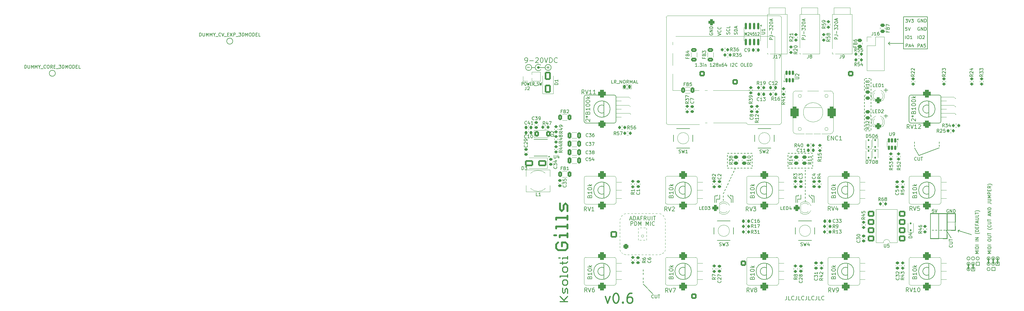
<source format=gbr>
%TF.GenerationSoftware,KiCad,Pcbnew,9.0.6-9.0.6~ubuntu24.04.1*%
%TF.CreationDate,2025-11-19T23:07:58+08:00*%
%TF.ProjectId,ksoloti_gills,6b736f6c-6f74-4695-9f67-696c6c732e6b,v0.6*%
%TF.SameCoordinates,Original*%
%TF.FileFunction,Legend,Top*%
%TF.FilePolarity,Positive*%
%FSLAX46Y46*%
G04 Gerber Fmt 4.6, Leading zero omitted, Abs format (unit mm)*
G04 Created by KiCad (PCBNEW 9.0.6-9.0.6~ubuntu24.04.1) date 2025-11-19 23:07:58*
%MOMM*%
%LPD*%
G01*
G04 APERTURE LIST*
G04 Aperture macros list*
%AMRoundRect*
0 Rectangle with rounded corners*
0 $1 Rounding radius*
0 $2 $3 $4 $5 $6 $7 $8 $9 X,Y pos of 4 corners*
0 Add a 4 corners polygon primitive as box body*
4,1,4,$2,$3,$4,$5,$6,$7,$8,$9,$2,$3,0*
0 Add four circle primitives for the rounded corners*
1,1,$1+$1,$2,$3*
1,1,$1+$1,$4,$5*
1,1,$1+$1,$6,$7*
1,1,$1+$1,$8,$9*
0 Add four rect primitives between the rounded corners*
20,1,$1+$1,$2,$3,$4,$5,0*
20,1,$1+$1,$4,$5,$6,$7,0*
20,1,$1+$1,$6,$7,$8,$9,0*
20,1,$1+$1,$8,$9,$2,$3,0*%
G04 Aperture macros list end*
%ADD10C,0.150000*%
%ADD11C,0.200000*%
%ADD12C,0.370416*%
%ADD13C,0.555624*%
%ADD14C,0.300000*%
%ADD15C,0.400000*%
%ADD16C,0.120000*%
%ADD17C,0.203200*%
%ADD18C,0.100000*%
%ADD19C,0.127000*%
%ADD20C,0.500000*%
%ADD21C,0.000000*%
%ADD22C,0.650000*%
%ADD23RoundRect,0.225000X-0.250000X0.225000X-0.250000X-0.225000X0.250000X-0.225000X0.250000X0.225000X0*%
%ADD24RoundRect,0.150000X0.150000X-0.512500X0.150000X0.512500X-0.150000X0.512500X-0.150000X-0.512500X0*%
%ADD25RoundRect,0.112500X0.112500X-0.187500X0.112500X0.187500X-0.112500X0.187500X-0.112500X-0.187500X0*%
%ADD26C,1.700000*%
%ADD27RoundRect,0.575000X0.575000X0.575000X-0.575000X0.575000X-0.575000X-0.575000X0.575000X-0.575000X0*%
%ADD28RoundRect,0.450000X-0.450000X-0.450000X0.450000X-0.450000X0.450000X0.450000X-0.450000X0.450000X0*%
%ADD29C,1.800000*%
%ADD30C,0.800000*%
%ADD31C,5.200000*%
%ADD32RoundRect,0.250000X0.450000X-0.262500X0.450000X0.262500X-0.450000X0.262500X-0.450000X-0.262500X0*%
%ADD33RoundRect,0.200000X0.275000X-0.200000X0.275000X0.200000X-0.275000X0.200000X-0.275000X-0.200000X0*%
%ADD34RoundRect,0.200000X-0.275000X0.200000X-0.275000X-0.200000X0.275000X-0.200000X0.275000X0.200000X0*%
%ADD35R,1.500000X2.200000*%
%ADD36RoundRect,0.200000X-0.200000X-0.275000X0.200000X-0.275000X0.200000X0.275000X-0.200000X0.275000X0*%
%ADD37RoundRect,0.200000X0.200000X0.275000X-0.200000X0.275000X-0.200000X-0.275000X0.200000X-0.275000X0*%
%ADD38C,1.852400*%
%ADD39RoundRect,0.562500X0.562500X0.562500X-0.562500X0.562500X-0.562500X-0.562500X0.562500X-0.562500X0*%
%ADD40RoundRect,0.250000X0.312500X0.625000X-0.312500X0.625000X-0.312500X-0.625000X0.312500X-0.625000X0*%
%ADD41R,1.700000X1.700000*%
%ADD42RoundRect,0.225000X0.225000X0.250000X-0.225000X0.250000X-0.225000X-0.250000X0.225000X-0.250000X0*%
%ADD43RoundRect,0.249999X0.750001X0.640001X-0.750001X0.640001X-0.750001X-0.640001X0.750001X-0.640001X0*%
%ADD44C,2.000000*%
%ADD45RoundRect,0.150000X-0.150000X0.825000X-0.150000X-0.825000X0.150000X-0.825000X0.150000X0.825000X0*%
%ADD46RoundRect,0.250000X-0.450000X0.262500X-0.450000X-0.262500X0.450000X-0.262500X0.450000X0.262500X0*%
%ADD47R,1.550000X0.600000*%
%ADD48R,2.600000X3.100000*%
%ADD49C,1.000000*%
%ADD50O,1.300000X2.300000*%
%ADD51RoundRect,0.225000X0.250000X-0.225000X0.250000X0.225000X-0.250000X0.225000X-0.250000X-0.225000X0*%
%ADD52RoundRect,0.250000X1.000000X0.650000X-1.000000X0.650000X-1.000000X-0.650000X1.000000X-0.650000X0*%
%ADD53RoundRect,0.400000X-0.400000X-0.400000X0.400000X-0.400000X0.400000X0.400000X-0.400000X0.400000X0*%
%ADD54C,1.600000*%
%ADD55RoundRect,0.250000X-0.400000X-0.600000X0.400000X-0.600000X0.400000X0.600000X-0.400000X0.600000X0*%
%ADD56RoundRect,0.250000X-0.325000X-0.650000X0.325000X-0.650000X0.325000X0.650000X-0.325000X0.650000X0*%
%ADD57RoundRect,0.225000X-0.225000X-0.250000X0.225000X-0.250000X0.225000X0.250000X-0.225000X0.250000X0*%
%ADD58RoundRect,0.112500X-0.112500X0.187500X-0.112500X-0.187500X0.112500X-0.187500X0.112500X0.187500X0*%
%ADD59C,1.152000*%
%ADD60RoundRect,0.150000X-0.150000X0.512500X-0.150000X-0.512500X0.150000X-0.512500X0.150000X0.512500X0*%
%ADD61RoundRect,0.450000X0.450000X-0.450000X0.450000X0.450000X-0.450000X0.450000X-0.450000X-0.450000X0*%
%ADD62RoundRect,0.625000X-0.625000X-1.175000X0.625000X-1.175000X0.625000X1.175000X-0.625000X1.175000X0*%
%ADD63C,1.750000*%
%ADD64RoundRect,0.250000X0.625000X-0.312500X0.625000X0.312500X-0.625000X0.312500X-0.625000X-0.312500X0*%
%ADD65C,6.000000*%
%ADD66RoundRect,0.250000X0.650000X-1.000000X0.650000X1.000000X-0.650000X1.000000X-0.650000X-1.000000X0*%
%ADD67C,3.100000*%
%ADD68C,2.700000*%
%ADD69RoundRect,0.250000X-0.600000X-0.600000X0.600000X-0.600000X0.600000X0.600000X-0.600000X0.600000X0*%
%ADD70O,4.000000X2.000000*%
%ADD71O,2.000000X4.000000*%
%ADD72C,2.500000*%
%ADD73O,2.200000X2.800000*%
%ADD74C,1.500000*%
%ADD75RoundRect,0.250000X0.600000X0.600000X-0.600000X0.600000X-0.600000X-0.600000X0.600000X-0.600000X0*%
%ADD76RoundRect,0.250000X-0.600000X0.600000X-0.600000X-0.600000X0.600000X-0.600000X0.600000X0.600000X0*%
%ADD77RoundRect,0.250000X0.750000X-0.750000X0.750000X0.750000X-0.750000X0.750000X-0.750000X-0.750000X0*%
G04 APERTURE END LIST*
D10*
X39516000Y-26797000D02*
X39516000Y-26416000D01*
X37387895Y-27686000D02*
X37387895Y-28194000D01*
X115132000Y-47178000D02*
X116148000Y-47178000D01*
X116148000Y-48194000D01*
X115132000Y-48194000D01*
X115132000Y-47178000D01*
X38773000Y-26797000D02*
X38773000Y-26416000D01*
X65278000Y-28829000D02*
X65278000Y-26797000D01*
X120907500Y-47672000D02*
G75*
G02*
X119891500Y-47672000I-508000J0D01*
G01*
X119891500Y-47672000D02*
G75*
G02*
X120907500Y-47672000I508000J0D01*
G01*
X81540800Y9398000D02*
X81032800Y9398000D01*
X37602585Y-25642571D02*
X37387895Y-26102974D01*
X82556800Y9398000D02*
X82048800Y9398000D01*
X106178800Y-39848000D02*
X106178800Y-37308000D01*
X80778800Y-889000D02*
X80778800Y-1397000D01*
X40128800Y-13617000D02*
X39620800Y-13617000D01*
D11*
X12748800Y-51988400D02*
X12748800Y-52488400D01*
D10*
X38031966Y-24721762D02*
X37817275Y-25182166D01*
X82810800Y6223000D02*
X82810800Y5715000D01*
X80778800Y6223000D02*
X80778800Y5715000D01*
X39373779Y-21844235D02*
X39159088Y-22304639D01*
D11*
X96190000Y-11053000D02*
X96190000Y-11553000D01*
D12*
X-12099154Y-45872166D02*
X-10545001Y-45872166D01*
D10*
X59813800Y-18189000D02*
X59305800Y-18189000D01*
X80778800Y1143000D02*
X80778800Y635000D01*
D12*
X-10545014Y-55589942D02*
X-10933024Y-55190984D01*
D13*
X-14156095Y-33445432D02*
X-10660838Y-33445432D01*
D10*
X38461345Y-23800953D02*
X38246655Y-24261357D01*
D12*
X-10933024Y-55190984D02*
X-11321035Y-55589942D01*
D10*
X62861800Y-18189000D02*
X62353800Y-18189000D01*
X58797800Y-18189000D02*
X58289800Y-18189000D01*
D11*
X105644000Y-37329762D02*
X105144000Y-37329762D01*
D13*
X-11813946Y-30831000D02*
X-12395961Y-31429434D01*
X-12374934Y-41027561D02*
X-11231934Y-41027561D01*
D12*
X-10545001Y-59335961D02*
X-12875172Y-59335961D01*
D10*
X64770000Y-28829000D02*
X64770000Y-27813000D01*
X40128800Y-18189000D02*
X39620800Y-18189000D01*
X60829800Y-18189000D02*
X60321800Y-18189000D01*
X82810800Y2159000D02*
X82810800Y1651000D01*
D12*
X-11321035Y-56387859D02*
X-11709045Y-56786816D01*
D10*
X15621000Y-56896000D02*
X12748800Y-53898800D01*
X62617800Y-26982000D02*
X62617801Y-27490000D01*
D11*
X103810000Y-10053000D02*
X103810000Y-10553000D01*
D13*
X-13563153Y-43421303D02*
X-11231929Y-43421303D01*
D12*
X-11591152Y-58827962D02*
X-10545001Y-57740131D01*
D10*
X43176800Y-13617000D02*
X42668800Y-13617000D01*
X80778800Y4348000D02*
X80778800Y3840000D01*
D13*
X-11231927Y-29035687D02*
X-11813946Y-29634124D01*
D10*
X39803158Y-20923426D02*
X39588468Y-21383830D01*
X113324000Y-49337000D02*
G75*
G02*
X112308000Y-49337000I-508000J0D01*
G01*
X112308000Y-49337000D02*
G75*
G02*
X113324000Y-49337000I508000J0D01*
G01*
X60198000Y-28829000D02*
X60198000Y-27813000D01*
X64893800Y-16665000D02*
X64893800Y-16157000D01*
X106178800Y-37308000D02*
X108718800Y-37308000D01*
X113324000Y-47686000D02*
G75*
G02*
X112308000Y-47686000I-508000J0D01*
G01*
X112308000Y-47686000D02*
G75*
G02*
X113324000Y-47686000I508000J0D01*
G01*
X113324000Y-46035000D02*
G75*
G02*
X112308000Y-46035000I-508000J0D01*
G01*
X112308000Y-46035000D02*
G75*
G02*
X113324000Y-46035000I508000J0D01*
G01*
X63877800Y-18189000D02*
X63369800Y-18189000D01*
X57273800Y-15649000D02*
X57273800Y-15141000D01*
X120907500Y-46021000D02*
G75*
G02*
X119891500Y-46021000I-508000J0D01*
G01*
X119891500Y-46021000D02*
G75*
G02*
X120907500Y-46021000I508000J0D01*
G01*
D12*
X-12875172Y-51461912D02*
X-10545001Y-51461912D01*
D10*
X105918000Y-37308000D02*
X107442000Y-39699238D01*
X46224800Y-13617000D02*
X45716800Y-13617000D01*
X113705000Y-48829000D02*
X114721000Y-48829000D01*
X114721000Y-49845000D01*
X113705000Y-49845000D01*
X113705000Y-48829000D01*
D14*
X119002500Y-46021000D02*
X119002500Y-47672000D01*
D10*
X88138000Y20193000D02*
X88646000Y19685000D01*
D12*
X-10545001Y-46271128D02*
X-10545001Y-45473209D01*
D10*
X92710000Y20193000D02*
X88138000Y20193000D01*
D13*
X-14145172Y-36763434D02*
X-14145172Y-36165000D01*
X-13563153Y-41027561D02*
X-14145172Y-41625995D01*
X-14145172Y-36165000D02*
X-10649915Y-36165000D01*
D12*
X-10933010Y-54256782D02*
X-10544998Y-53855657D01*
D10*
X80778800Y8255000D02*
X80778800Y7747000D01*
X80778800Y-2921000D02*
X80778800Y-3429000D01*
X46224800Y-14633000D02*
X46224800Y-14125000D01*
X116148000Y-46035000D02*
G75*
G02*
X115132000Y-46035000I-508000J0D01*
G01*
X115132000Y-46035000D02*
G75*
G02*
X116148000Y-46035000I508000J0D01*
G01*
D11*
X102104000Y-37329762D02*
X101604000Y-37329762D01*
D12*
X-10933010Y-52658784D02*
X-11711141Y-52658784D01*
X-10545001Y-49863911D02*
X-10545001Y-49065995D01*
X-11711141Y-52658784D02*
X-12099154Y-53057740D01*
X-11709045Y-56786816D02*
X-12097054Y-56387859D01*
D10*
X37387895Y-26670000D02*
X37387895Y-27178000D01*
X45208800Y-13617000D02*
X44700800Y-13617000D01*
X60452000Y-26797000D02*
X60452000Y-26416000D01*
D13*
X-10649915Y-36763434D02*
X-10649915Y-35563310D01*
D10*
X39770000Y-28829000D02*
X39770000Y-27813000D01*
X38604800Y-16665000D02*
X38604800Y-16157000D01*
D13*
X-12977974Y-30831000D02*
X-12977974Y-29035687D01*
D10*
X44192800Y-18189000D02*
X43684800Y-18189000D01*
X64893800Y-13617000D02*
X64385800Y-13617000D01*
X59813800Y-13617000D02*
X59305800Y-13617000D01*
X62617799Y-22761000D02*
X62617799Y-23269001D01*
X34690000Y-26797000D02*
X35452000Y-26797000D01*
X63773000Y-26797000D02*
X63773000Y-26416000D01*
X62617799Y-19713000D02*
X62617799Y-20221000D01*
X80778800Y9271000D02*
X80778800Y8763000D01*
D13*
X-12374934Y-42259227D02*
X-12374934Y-41027561D01*
X-12981145Y-38831990D02*
X-10649915Y-38831990D01*
D10*
X82810800Y4191000D02*
X82810800Y3683000D01*
X62617800Y-21745001D02*
X62617799Y-22253000D01*
X62617800Y-23777000D02*
X62617799Y-24285001D01*
X119510500Y-49323000D02*
G75*
G02*
X118494500Y-49323000I-508000J0D01*
G01*
X118494500Y-49323000D02*
G75*
G02*
X119510500Y-49323000I508000J0D01*
G01*
X80778800Y3175000D02*
X80778800Y2667000D01*
X57273800Y-16665000D02*
X57273800Y-16157000D01*
X119510500Y-46021000D02*
G75*
G02*
X118494500Y-46021000I-508000J0D01*
G01*
X118494500Y-46021000D02*
G75*
G02*
X119510500Y-46021000I508000J0D01*
G01*
X38604800Y-15649000D02*
X38604800Y-15141000D01*
X61845800Y-18189000D02*
X61337800Y-18189000D01*
D12*
X-10545001Y-51860868D02*
X-10545001Y-51060786D01*
D10*
X113721000Y-38672000D02*
X109599872Y-37402250D01*
D11*
X103104000Y-37329762D02*
X102604000Y-37329762D01*
D10*
X46224800Y-16665000D02*
X46224800Y-16157000D01*
X64893800Y-17681000D02*
X64893800Y-17173000D01*
D12*
X-10545001Y-53855657D02*
X-10545001Y-53057740D01*
D13*
X-14156095Y-34043866D02*
X-14156095Y-33445432D01*
D10*
X45208800Y-18189000D02*
X44700800Y-18189000D01*
D12*
X-12099154Y-53057740D02*
X-12099154Y-53855657D01*
X-12875172Y-51860868D02*
X-12875172Y-51461912D01*
D11*
X104644000Y-37329762D02*
X104144000Y-37329762D01*
D12*
X-12099154Y-49065995D02*
X-12099154Y-49863911D01*
D10*
X106172000Y-32242000D02*
X106178800Y-37308000D01*
X57273800Y-17681000D02*
X57273800Y-17173000D01*
X41144800Y-18189000D02*
X40636800Y-18189000D01*
X97536000Y-14351000D02*
X103810000Y-11938000D01*
D14*
X121786800Y-46021000D02*
X121786800Y-47672000D01*
D12*
X-12877281Y-47468000D02*
X-10935119Y-47468000D01*
D10*
X82810800Y-4953000D02*
X82810800Y-5461000D01*
D13*
X-12981145Y-39430434D02*
X-12981145Y-38831995D01*
X-14145172Y-42822873D02*
X-13563153Y-43421308D01*
D10*
X38604800Y-17681000D02*
X38604800Y-17173000D01*
X59690000Y-28829000D02*
X59690000Y-26797000D01*
X36214000Y-27813000D02*
X36214000Y-26416000D01*
X82810800Y-889000D02*
X82810800Y-1397000D01*
X40278000Y-28829000D02*
X40278000Y-26797000D01*
D12*
X-12099154Y-53855657D02*
X-11711141Y-54256782D01*
D13*
X-12395961Y-31429434D02*
X-12977974Y-30831000D01*
X-14727186Y-38831990D02*
X-14145167Y-38831990D01*
D10*
X82810800Y9271000D02*
X82810800Y8763000D01*
D12*
X-10935119Y-47468000D02*
X-10547111Y-47069047D01*
D10*
X82810800Y8255000D02*
X82810800Y7747000D01*
D11*
X103810000Y-11053000D02*
X103810000Y-11553000D01*
D10*
X61214000Y-27813000D02*
X61214000Y-26416000D01*
X65278000Y-26797000D02*
X64516000Y-26797000D01*
X46224800Y-18189000D02*
X45716800Y-18189000D01*
X42160800Y-13617000D02*
X41652800Y-13617000D01*
X80778800Y-3937000D02*
X80778800Y-4445000D01*
D12*
X-13263181Y-45872166D02*
X-12875169Y-45872166D01*
D10*
X80778800Y4191000D02*
X80778800Y3683000D01*
X61845800Y-13617000D02*
X61337800Y-13617000D01*
X80778800Y2159000D02*
X80778800Y1651000D01*
X60829800Y-13617000D02*
X60321800Y-13617000D01*
X34690000Y-28829000D02*
X34690000Y-26797000D01*
D14*
X114213000Y-47686000D02*
X114213000Y-49337000D01*
D12*
X-12099154Y-46271128D02*
X-12099154Y-45872169D01*
D10*
X39112800Y-13617000D02*
X38604800Y-13617000D01*
D12*
X-11711141Y-50262870D02*
X-10933010Y-50262870D01*
D10*
X62617799Y-24919999D02*
X62617799Y-25428000D01*
D12*
X-12099151Y-47866956D02*
X-12099151Y-47069041D01*
D10*
X82810800Y3175000D02*
X82810800Y2667000D01*
D11*
X96190000Y-10053000D02*
X96190000Y-10553000D01*
D13*
X-10649915Y-41625995D02*
X-11231934Y-41027561D01*
D10*
X82810800Y127000D02*
X82810800Y-381000D01*
X114721000Y-47686000D02*
G75*
G02*
X113705000Y-47686000I-508000J0D01*
G01*
X113705000Y-47686000D02*
G75*
G02*
X114721000Y-47686000I508000J0D01*
G01*
X62617799Y-25936000D02*
X62617800Y-26444000D01*
X110106193Y-37217964D02*
X109599872Y-37402250D01*
X39770000Y-27813000D02*
X38773000Y-26797000D01*
D13*
X-14145172Y-41625995D02*
X-14145172Y-42822873D01*
X-10649915Y-42822873D02*
X-10649915Y-41625995D01*
D10*
X40661919Y-19081809D02*
X40447229Y-19542212D01*
D12*
X-12097054Y-56387859D02*
X-12097054Y-55190984D01*
D10*
X97536000Y-14351000D02*
X96197479Y-11900757D01*
D11*
X12748800Y-49483200D02*
X12748800Y-49983200D01*
D10*
X64516000Y-26797000D02*
X64516000Y-26416000D01*
D12*
X-10933010Y-50262870D02*
X-10544998Y-49863911D01*
D10*
X101098800Y-32228000D02*
X101098800Y-39848000D01*
D14*
X112816000Y-47686000D02*
X112816000Y-49337000D01*
D10*
X60198000Y-27813000D02*
X61214000Y-27813000D01*
D12*
X-11711141Y-48667039D02*
X-12099154Y-49065995D01*
D10*
X108718800Y-37308000D02*
X108718800Y-32228000D01*
X109599872Y-37402250D02*
X109784158Y-37908571D01*
D12*
X-11711141Y-54256782D02*
X-10933010Y-54256782D01*
D10*
X80778800Y-5969000D02*
X80778800Y-6477000D01*
X119955000Y-48815000D02*
X120971000Y-48815000D01*
X120971000Y-49831000D01*
X119955000Y-49831000D01*
X119955000Y-48815000D01*
X82810800Y5207000D02*
X82810800Y4699000D01*
X64893800Y-18189000D02*
X64385800Y-18189000D01*
X39112800Y-18189000D02*
X38604800Y-18189000D01*
X103632000Y-32242000D02*
X103638800Y-39848000D01*
D12*
X-12099154Y-49863911D02*
X-11711141Y-50262870D01*
D10*
X57273800Y-14633000D02*
X57273800Y-14125000D01*
X88646000Y20701000D02*
X88138000Y20193000D01*
X42160800Y-18189000D02*
X41652800Y-18189000D01*
X114721000Y-46035000D02*
G75*
G02*
X113705000Y-46035000I-508000J0D01*
G01*
X113705000Y-46035000D02*
G75*
G02*
X114721000Y-46035000I508000J0D01*
G01*
X58797800Y-13617000D02*
X58289800Y-13617000D01*
X38890726Y-22880144D02*
X38676035Y-23340548D01*
X46224800Y-15649000D02*
X46224800Y-15141000D01*
X82810800Y-1905000D02*
X82810800Y-2413000D01*
X81540800Y-6731000D02*
X81032800Y-6731000D01*
X41091298Y-18161000D02*
X40876609Y-18621404D01*
X57781800Y-18189000D02*
X57273800Y-18189000D01*
X82810800Y-3937000D02*
X82810800Y-4445000D01*
X38604800Y-14633000D02*
X38604800Y-14125000D01*
X46224800Y-17681000D02*
X46224800Y-17173000D01*
D13*
X-10660838Y-34043866D02*
X-10660838Y-32843742D01*
D12*
X-10933010Y-48667039D02*
X-11711141Y-48667039D01*
D10*
X80778800Y7239000D02*
X80778800Y6731000D01*
X82810800Y1143000D02*
X82810800Y635000D01*
X64893800Y-15649000D02*
X64893800Y-15141000D01*
X62617800Y-18697000D02*
X62617799Y-19204999D01*
X80778800Y127000D02*
X80778800Y-381000D01*
X62617801Y-20728999D02*
X62617800Y-21237000D01*
D12*
X-10545001Y-53057740D02*
X-10933013Y-52658784D01*
D10*
X108718800Y-32228000D02*
X101098800Y-32228000D01*
X35198000Y-27813000D02*
X36214000Y-27813000D01*
X82810800Y-5969000D02*
X82810800Y-6477000D01*
X35198000Y-28829000D02*
X35198000Y-27813000D01*
D12*
X-10545001Y-49065995D02*
X-10933013Y-48667039D01*
D10*
X101098800Y-39848000D02*
X106178800Y-39848000D01*
X82810800Y7239000D02*
X82810800Y6731000D01*
X64770000Y-27813000D02*
X63773000Y-26797000D01*
D11*
X12748800Y-52988400D02*
X12748800Y-53488400D01*
D12*
X-11321035Y-55589942D02*
X-11321035Y-56387859D01*
D13*
X-11231929Y-43421303D02*
X-10649910Y-42822860D01*
D10*
X82556800Y-6731000D02*
X82048800Y-6731000D01*
X62617801Y-27998000D02*
X62617802Y-28506000D01*
X63877800Y-13617000D02*
X63369800Y-13617000D01*
D13*
X-10649915Y-29634124D02*
X-11231927Y-29035687D01*
X-10649915Y-39430434D02*
X-10649915Y-38233556D01*
D14*
X120399500Y-46021000D02*
X120399500Y-47672000D01*
D10*
X119510500Y-47672000D02*
G75*
G02*
X118494500Y-47672000I-508000J0D01*
G01*
X118494500Y-47672000D02*
G75*
G02*
X119510500Y-47672000I508000J0D01*
G01*
X59690000Y-26797000D02*
X60452000Y-26797000D01*
X80778800Y-1905000D02*
X80778800Y-2413000D01*
X121278800Y-47164000D02*
X122294800Y-47164000D01*
X122294800Y-48180000D01*
X121278800Y-48180000D01*
X121278800Y-47164000D01*
X64893800Y-14633000D02*
X64893800Y-14125000D01*
X44192800Y-13617000D02*
X43684800Y-13617000D01*
X40278000Y-26797000D02*
X39516000Y-26797000D01*
X43176800Y-18189000D02*
X42668800Y-18189000D01*
X92837000Y28448000D02*
X100203000Y28448000D01*
X100203000Y18542000D01*
X92837000Y18542000D01*
X92837000Y28448000D01*
X40232539Y-20002617D02*
X40017848Y-20463021D01*
D12*
X-11321023Y-59335961D02*
X-12875172Y-57740131D01*
D10*
X82810800Y-2921000D02*
X82810800Y-3429000D01*
X35452000Y-26797000D02*
X35452000Y-26416000D01*
X122294800Y-46021000D02*
G75*
G02*
X121278800Y-46021000I-508000J0D01*
G01*
X121278800Y-46021000D02*
G75*
G02*
X122294800Y-46021000I508000J0D01*
G01*
D13*
X-11813946Y-29634124D02*
X-11813946Y-30831000D01*
D10*
X62861800Y-13617000D02*
X62353800Y-13617000D01*
D11*
X12748800Y-50483200D02*
X12748800Y-50983200D01*
D10*
X80778800Y-4953000D02*
X80778800Y-5461000D01*
D12*
X-10545014Y-56786816D02*
X-10545014Y-55589942D01*
D10*
X41144800Y-13617000D02*
X40636800Y-13617000D01*
D13*
X-10649915Y-31429434D02*
X-10649915Y-29634124D01*
D10*
X57781800Y-13617000D02*
X57273800Y-13617000D01*
X-24580477Y7292181D02*
X-24580477Y8292181D01*
X-24580477Y8292181D02*
X-24275715Y8292181D01*
X-24275715Y8292181D02*
X-24199525Y8244562D01*
X-24199525Y8244562D02*
X-24161430Y8196943D01*
X-24161430Y8196943D02*
X-24123334Y8101705D01*
X-24123334Y8101705D02*
X-24123334Y7958848D01*
X-24123334Y7958848D02*
X-24161430Y7863610D01*
X-24161430Y7863610D02*
X-24199525Y7815991D01*
X-24199525Y7815991D02*
X-24275715Y7768372D01*
X-24275715Y7768372D02*
X-24580477Y7768372D01*
X-23628096Y8292181D02*
X-23475715Y8292181D01*
X-23475715Y8292181D02*
X-23399525Y8244562D01*
X-23399525Y8244562D02*
X-23323334Y8149324D01*
X-23323334Y8149324D02*
X-23285239Y7958848D01*
X-23285239Y7958848D02*
X-23285239Y7625515D01*
X-23285239Y7625515D02*
X-23323334Y7435039D01*
X-23323334Y7435039D02*
X-23399525Y7339800D01*
X-23399525Y7339800D02*
X-23475715Y7292181D01*
X-23475715Y7292181D02*
X-23628096Y7292181D01*
X-23628096Y7292181D02*
X-23704287Y7339800D01*
X-23704287Y7339800D02*
X-23780477Y7435039D01*
X-23780477Y7435039D02*
X-23818573Y7625515D01*
X-23818573Y7625515D02*
X-23818573Y7958848D01*
X-23818573Y7958848D02*
X-23780477Y8149324D01*
X-23780477Y8149324D02*
X-23704287Y8244562D01*
X-23704287Y8244562D02*
X-23628096Y8292181D01*
X-23018573Y8292181D02*
X-22828097Y7292181D01*
X-22828097Y7292181D02*
X-22675716Y8006467D01*
X-22675716Y8006467D02*
X-22523335Y7292181D01*
X-22523335Y7292181D02*
X-22332858Y8292181D01*
X-22028096Y7815991D02*
X-21761430Y7815991D01*
X-21647144Y7292181D02*
X-22028096Y7292181D01*
X-22028096Y7292181D02*
X-22028096Y8292181D01*
X-22028096Y8292181D02*
X-21647144Y8292181D01*
X-20847143Y7292181D02*
X-21113810Y7768372D01*
X-21304286Y7292181D02*
X-21304286Y8292181D01*
X-21304286Y8292181D02*
X-20999524Y8292181D01*
X-20999524Y8292181D02*
X-20923334Y8244562D01*
X-20923334Y8244562D02*
X-20885239Y8196943D01*
X-20885239Y8196943D02*
X-20847143Y8101705D01*
X-20847143Y8101705D02*
X-20847143Y7958848D01*
X-20847143Y7958848D02*
X-20885239Y7863610D01*
X-20885239Y7863610D02*
X-20923334Y7815991D01*
X-20923334Y7815991D02*
X-20999524Y7768372D01*
X-20999524Y7768372D02*
X-21304286Y7768372D01*
X-20694762Y7196943D02*
X-20085239Y7196943D01*
X-19932858Y7339800D02*
X-19818572Y7292181D01*
X-19818572Y7292181D02*
X-19628096Y7292181D01*
X-19628096Y7292181D02*
X-19551905Y7339800D01*
X-19551905Y7339800D02*
X-19513810Y7387420D01*
X-19513810Y7387420D02*
X-19475715Y7482658D01*
X-19475715Y7482658D02*
X-19475715Y7577896D01*
X-19475715Y7577896D02*
X-19513810Y7673134D01*
X-19513810Y7673134D02*
X-19551905Y7720753D01*
X-19551905Y7720753D02*
X-19628096Y7768372D01*
X-19628096Y7768372D02*
X-19780477Y7815991D01*
X-19780477Y7815991D02*
X-19856667Y7863610D01*
X-19856667Y7863610D02*
X-19894762Y7911229D01*
X-19894762Y7911229D02*
X-19932858Y8006467D01*
X-19932858Y8006467D02*
X-19932858Y8101705D01*
X-19932858Y8101705D02*
X-19894762Y8196943D01*
X-19894762Y8196943D02*
X-19856667Y8244562D01*
X-19856667Y8244562D02*
X-19780477Y8292181D01*
X-19780477Y8292181D02*
X-19590000Y8292181D01*
X-19590000Y8292181D02*
X-19475715Y8244562D01*
X-19209048Y8292181D02*
X-19018572Y7292181D01*
X-19018572Y7292181D02*
X-18866191Y8006467D01*
X-18866191Y8006467D02*
X-18713810Y7292181D01*
X-18713810Y7292181D02*
X-18523333Y8292181D01*
X106685095Y-30967438D02*
X106589857Y-30919819D01*
X106589857Y-30919819D02*
X106447000Y-30919819D01*
X106447000Y-30919819D02*
X106304143Y-30967438D01*
X106304143Y-30967438D02*
X106208905Y-31062676D01*
X106208905Y-31062676D02*
X106161286Y-31157914D01*
X106161286Y-31157914D02*
X106113667Y-31348390D01*
X106113667Y-31348390D02*
X106113667Y-31491247D01*
X106113667Y-31491247D02*
X106161286Y-31681723D01*
X106161286Y-31681723D02*
X106208905Y-31776961D01*
X106208905Y-31776961D02*
X106304143Y-31872200D01*
X106304143Y-31872200D02*
X106447000Y-31919819D01*
X106447000Y-31919819D02*
X106542238Y-31919819D01*
X106542238Y-31919819D02*
X106685095Y-31872200D01*
X106685095Y-31872200D02*
X106732714Y-31824580D01*
X106732714Y-31824580D02*
X106732714Y-31491247D01*
X106732714Y-31491247D02*
X106542238Y-31491247D01*
X107161286Y-31919819D02*
X107161286Y-30919819D01*
X107161286Y-30919819D02*
X107732714Y-31919819D01*
X107732714Y-31919819D02*
X107732714Y-30919819D01*
X108208905Y-31919819D02*
X108208905Y-30919819D01*
X108208905Y-30919819D02*
X108447000Y-30919819D01*
X108447000Y-30919819D02*
X108589857Y-30967438D01*
X108589857Y-30967438D02*
X108685095Y-31062676D01*
X108685095Y-31062676D02*
X108732714Y-31157914D01*
X108732714Y-31157914D02*
X108780333Y-31348390D01*
X108780333Y-31348390D02*
X108780333Y-31491247D01*
X108780333Y-31491247D02*
X108732714Y-31681723D01*
X108732714Y-31681723D02*
X108685095Y-31776961D01*
X108685095Y-31776961D02*
X108589857Y-31872200D01*
X108589857Y-31872200D02*
X108447000Y-31919819D01*
X108447000Y-31919819D02*
X108208905Y-31919819D01*
D15*
X1003086Y-57753057D02*
X1717372Y-59753057D01*
X1717372Y-59753057D02*
X2431657Y-57753057D01*
X4145943Y-56753057D02*
X4431657Y-56753057D01*
X4431657Y-56753057D02*
X4717371Y-56895914D01*
X4717371Y-56895914D02*
X4860229Y-57038771D01*
X4860229Y-57038771D02*
X5003086Y-57324485D01*
X5003086Y-57324485D02*
X5145943Y-57895914D01*
X5145943Y-57895914D02*
X5145943Y-58610200D01*
X5145943Y-58610200D02*
X5003086Y-59181628D01*
X5003086Y-59181628D02*
X4860229Y-59467342D01*
X4860229Y-59467342D02*
X4717371Y-59610200D01*
X4717371Y-59610200D02*
X4431657Y-59753057D01*
X4431657Y-59753057D02*
X4145943Y-59753057D01*
X4145943Y-59753057D02*
X3860229Y-59610200D01*
X3860229Y-59610200D02*
X3717371Y-59467342D01*
X3717371Y-59467342D02*
X3574514Y-59181628D01*
X3574514Y-59181628D02*
X3431657Y-58610200D01*
X3431657Y-58610200D02*
X3431657Y-57895914D01*
X3431657Y-57895914D02*
X3574514Y-57324485D01*
X3574514Y-57324485D02*
X3717371Y-57038771D01*
X3717371Y-57038771D02*
X3860229Y-56895914D01*
X3860229Y-56895914D02*
X4145943Y-56753057D01*
X6431657Y-59467342D02*
X6574514Y-59610200D01*
X6574514Y-59610200D02*
X6431657Y-59753057D01*
X6431657Y-59753057D02*
X6288800Y-59610200D01*
X6288800Y-59610200D02*
X6431657Y-59467342D01*
X6431657Y-59467342D02*
X6431657Y-59753057D01*
X9145943Y-56753057D02*
X8574514Y-56753057D01*
X8574514Y-56753057D02*
X8288800Y-56895914D01*
X8288800Y-56895914D02*
X8145943Y-57038771D01*
X8145943Y-57038771D02*
X7860228Y-57467342D01*
X7860228Y-57467342D02*
X7717371Y-58038771D01*
X7717371Y-58038771D02*
X7717371Y-59181628D01*
X7717371Y-59181628D02*
X7860228Y-59467342D01*
X7860228Y-59467342D02*
X8003085Y-59610200D01*
X8003085Y-59610200D02*
X8288800Y-59753057D01*
X8288800Y-59753057D02*
X8860228Y-59753057D01*
X8860228Y-59753057D02*
X9145943Y-59610200D01*
X9145943Y-59610200D02*
X9288800Y-59467342D01*
X9288800Y-59467342D02*
X9431657Y-59181628D01*
X9431657Y-59181628D02*
X9431657Y-58467342D01*
X9431657Y-58467342D02*
X9288800Y-58181628D01*
X9288800Y-58181628D02*
X9145943Y-58038771D01*
X9145943Y-58038771D02*
X8860228Y-57895914D01*
X8860228Y-57895914D02*
X8288800Y-57895914D01*
X8288800Y-57895914D02*
X8003085Y-58038771D01*
X8003085Y-58038771D02*
X7860228Y-58181628D01*
X7860228Y-58181628D02*
X7717371Y-58467342D01*
D10*
X52564619Y21421953D02*
X51564619Y21421953D01*
X51564619Y21421953D02*
X51564619Y21802905D01*
X51564619Y21802905D02*
X51612238Y21898143D01*
X51612238Y21898143D02*
X51659857Y21945762D01*
X51659857Y21945762D02*
X51755095Y21993381D01*
X51755095Y21993381D02*
X51897952Y21993381D01*
X51897952Y21993381D02*
X51993190Y21945762D01*
X51993190Y21945762D02*
X52040809Y21898143D01*
X52040809Y21898143D02*
X52088428Y21802905D01*
X52088428Y21802905D02*
X52088428Y21421953D01*
X51564619Y22707667D02*
X52278904Y22707667D01*
X52278904Y22707667D02*
X52421761Y22660048D01*
X52421761Y22660048D02*
X52517000Y22564810D01*
X52517000Y22564810D02*
X52564619Y22421953D01*
X52564619Y22421953D02*
X52564619Y22326715D01*
X52183666Y23183858D02*
X52183666Y23945762D01*
X51564619Y24326715D02*
X51564619Y24945762D01*
X51564619Y24945762D02*
X51945571Y24612429D01*
X51945571Y24612429D02*
X51945571Y24755286D01*
X51945571Y24755286D02*
X51993190Y24850524D01*
X51993190Y24850524D02*
X52040809Y24898143D01*
X52040809Y24898143D02*
X52136047Y24945762D01*
X52136047Y24945762D02*
X52374142Y24945762D01*
X52374142Y24945762D02*
X52469380Y24898143D01*
X52469380Y24898143D02*
X52517000Y24850524D01*
X52517000Y24850524D02*
X52564619Y24755286D01*
X52564619Y24755286D02*
X52564619Y24469572D01*
X52564619Y24469572D02*
X52517000Y24374334D01*
X52517000Y24374334D02*
X52469380Y24326715D01*
X51659857Y25326715D02*
X51612238Y25374334D01*
X51612238Y25374334D02*
X51564619Y25469572D01*
X51564619Y25469572D02*
X51564619Y25707667D01*
X51564619Y25707667D02*
X51612238Y25802905D01*
X51612238Y25802905D02*
X51659857Y25850524D01*
X51659857Y25850524D02*
X51755095Y25898143D01*
X51755095Y25898143D02*
X51850333Y25898143D01*
X51850333Y25898143D02*
X51993190Y25850524D01*
X51993190Y25850524D02*
X52564619Y25279096D01*
X52564619Y25279096D02*
X52564619Y25898143D01*
X51564619Y26517191D02*
X51564619Y26612429D01*
X51564619Y26612429D02*
X51612238Y26707667D01*
X51612238Y26707667D02*
X51659857Y26755286D01*
X51659857Y26755286D02*
X51755095Y26802905D01*
X51755095Y26802905D02*
X51945571Y26850524D01*
X51945571Y26850524D02*
X52183666Y26850524D01*
X52183666Y26850524D02*
X52374142Y26802905D01*
X52374142Y26802905D02*
X52469380Y26755286D01*
X52469380Y26755286D02*
X52517000Y26707667D01*
X52517000Y26707667D02*
X52564619Y26612429D01*
X52564619Y26612429D02*
X52564619Y26517191D01*
X52564619Y26517191D02*
X52517000Y26421953D01*
X52517000Y26421953D02*
X52469380Y26374334D01*
X52469380Y26374334D02*
X52374142Y26326715D01*
X52374142Y26326715D02*
X52183666Y26279096D01*
X52183666Y26279096D02*
X51945571Y26279096D01*
X51945571Y26279096D02*
X51755095Y26326715D01*
X51755095Y26326715D02*
X51659857Y26374334D01*
X51659857Y26374334D02*
X51612238Y26421953D01*
X51612238Y26421953D02*
X51564619Y26517191D01*
X52278904Y27231477D02*
X52278904Y27707667D01*
X52564619Y27136239D02*
X51564619Y27469572D01*
X51564619Y27469572D02*
X52564619Y27802905D01*
X93554779Y19103181D02*
X93554779Y20103181D01*
X93554779Y20103181D02*
X93935731Y20103181D01*
X93935731Y20103181D02*
X94030969Y20055562D01*
X94030969Y20055562D02*
X94078588Y20007943D01*
X94078588Y20007943D02*
X94126207Y19912705D01*
X94126207Y19912705D02*
X94126207Y19769848D01*
X94126207Y19769848D02*
X94078588Y19674610D01*
X94078588Y19674610D02*
X94030969Y19626991D01*
X94030969Y19626991D02*
X93935731Y19579372D01*
X93935731Y19579372D02*
X93554779Y19579372D01*
X94507160Y19388896D02*
X94983350Y19388896D01*
X94411922Y19103181D02*
X94745255Y20103181D01*
X94745255Y20103181D02*
X95078588Y19103181D01*
X95840493Y19769848D02*
X95840493Y19103181D01*
X95602398Y20150800D02*
X95364303Y19436515D01*
X95364303Y19436515D02*
X95983350Y19436515D01*
X93427779Y21643181D02*
X93427779Y22643181D01*
X94094445Y22643181D02*
X94284921Y22643181D01*
X94284921Y22643181D02*
X94380159Y22595562D01*
X94380159Y22595562D02*
X94475397Y22500324D01*
X94475397Y22500324D02*
X94523016Y22309848D01*
X94523016Y22309848D02*
X94523016Y21976515D01*
X94523016Y21976515D02*
X94475397Y21786039D01*
X94475397Y21786039D02*
X94380159Y21690800D01*
X94380159Y21690800D02*
X94284921Y21643181D01*
X94284921Y21643181D02*
X94094445Y21643181D01*
X94094445Y21643181D02*
X93999207Y21690800D01*
X93999207Y21690800D02*
X93903969Y21786039D01*
X93903969Y21786039D02*
X93856350Y21976515D01*
X93856350Y21976515D02*
X93856350Y22309848D01*
X93856350Y22309848D02*
X93903969Y22500324D01*
X93903969Y22500324D02*
X93999207Y22595562D01*
X93999207Y22595562D02*
X94094445Y22643181D01*
X95475397Y21643181D02*
X94903969Y21643181D01*
X95189683Y21643181D02*
X95189683Y22643181D01*
X95189683Y22643181D02*
X95094445Y22500324D01*
X95094445Y22500324D02*
X94999207Y22405086D01*
X94999207Y22405086D02*
X94903969Y22357467D01*
X-22980952Y12826134D02*
X-22219047Y12826134D01*
D11*
X86804571Y-2144100D02*
X87947429Y-2144100D01*
X87376000Y-2715528D02*
X87376000Y-1572671D01*
D10*
X93903969Y25183181D02*
X93427779Y25183181D01*
X93427779Y25183181D02*
X93380160Y24706991D01*
X93380160Y24706991D02*
X93427779Y24754610D01*
X93427779Y24754610D02*
X93523017Y24802229D01*
X93523017Y24802229D02*
X93761112Y24802229D01*
X93761112Y24802229D02*
X93856350Y24754610D01*
X93856350Y24754610D02*
X93903969Y24706991D01*
X93903969Y24706991D02*
X93951588Y24611753D01*
X93951588Y24611753D02*
X93951588Y24373658D01*
X93951588Y24373658D02*
X93903969Y24278420D01*
X93903969Y24278420D02*
X93856350Y24230800D01*
X93856350Y24230800D02*
X93761112Y24183181D01*
X93761112Y24183181D02*
X93523017Y24183181D01*
X93523017Y24183181D02*
X93427779Y24230800D01*
X93427779Y24230800D02*
X93380160Y24278420D01*
X94237303Y25183181D02*
X94570636Y24183181D01*
X94570636Y24183181D02*
X94903969Y25183181D01*
X115944619Y-44541220D02*
X114944619Y-44541220D01*
X114944619Y-44541220D02*
X115658904Y-44207887D01*
X115658904Y-44207887D02*
X114944619Y-43874554D01*
X114944619Y-43874554D02*
X115944619Y-43874554D01*
X115944619Y-43398363D02*
X114944619Y-43398363D01*
X115944619Y-42922173D02*
X114944619Y-42922173D01*
X114944619Y-42922173D02*
X114944619Y-42684078D01*
X114944619Y-42684078D02*
X114992238Y-42541221D01*
X114992238Y-42541221D02*
X115087476Y-42445983D01*
X115087476Y-42445983D02*
X115182714Y-42398364D01*
X115182714Y-42398364D02*
X115373190Y-42350745D01*
X115373190Y-42350745D02*
X115516047Y-42350745D01*
X115516047Y-42350745D02*
X115706523Y-42398364D01*
X115706523Y-42398364D02*
X115801761Y-42445983D01*
X115801761Y-42445983D02*
X115897000Y-42541221D01*
X115897000Y-42541221D02*
X115944619Y-42684078D01*
X115944619Y-42684078D02*
X115944619Y-42922173D01*
X115944619Y-41922173D02*
X114944619Y-41922173D01*
X115944619Y-40684078D02*
X114944619Y-40684078D01*
X115944619Y-40207888D02*
X114944619Y-40207888D01*
X114944619Y-40207888D02*
X115944619Y-39636460D01*
X115944619Y-39636460D02*
X114944619Y-39636460D01*
X116325571Y-38112650D02*
X116277952Y-38160269D01*
X116277952Y-38160269D02*
X116135095Y-38255507D01*
X116135095Y-38255507D02*
X116039857Y-38303126D01*
X116039857Y-38303126D02*
X115897000Y-38350745D01*
X115897000Y-38350745D02*
X115658904Y-38398364D01*
X115658904Y-38398364D02*
X115468428Y-38398364D01*
X115468428Y-38398364D02*
X115230333Y-38350745D01*
X115230333Y-38350745D02*
X115087476Y-38303126D01*
X115087476Y-38303126D02*
X114992238Y-38255507D01*
X114992238Y-38255507D02*
X114849380Y-38160269D01*
X114849380Y-38160269D02*
X114801761Y-38112650D01*
X115944619Y-37731697D02*
X114944619Y-37731697D01*
X114944619Y-37731697D02*
X114944619Y-37493602D01*
X114944619Y-37493602D02*
X114992238Y-37350745D01*
X114992238Y-37350745D02*
X115087476Y-37255507D01*
X115087476Y-37255507D02*
X115182714Y-37207888D01*
X115182714Y-37207888D02*
X115373190Y-37160269D01*
X115373190Y-37160269D02*
X115516047Y-37160269D01*
X115516047Y-37160269D02*
X115706523Y-37207888D01*
X115706523Y-37207888D02*
X115801761Y-37255507D01*
X115801761Y-37255507D02*
X115897000Y-37350745D01*
X115897000Y-37350745D02*
X115944619Y-37493602D01*
X115944619Y-37493602D02*
X115944619Y-37731697D01*
X115420809Y-36731697D02*
X115420809Y-36398364D01*
X115944619Y-36255507D02*
X115944619Y-36731697D01*
X115944619Y-36731697D02*
X114944619Y-36731697D01*
X114944619Y-36731697D02*
X114944619Y-36255507D01*
X115420809Y-35493602D02*
X115420809Y-35826935D01*
X115944619Y-35826935D02*
X114944619Y-35826935D01*
X114944619Y-35826935D02*
X114944619Y-35350745D01*
X115658904Y-35017411D02*
X115658904Y-34541221D01*
X115944619Y-35112649D02*
X114944619Y-34779316D01*
X114944619Y-34779316D02*
X115944619Y-34445983D01*
X114944619Y-34112649D02*
X115754142Y-34112649D01*
X115754142Y-34112649D02*
X115849380Y-34065030D01*
X115849380Y-34065030D02*
X115897000Y-34017411D01*
X115897000Y-34017411D02*
X115944619Y-33922173D01*
X115944619Y-33922173D02*
X115944619Y-33731697D01*
X115944619Y-33731697D02*
X115897000Y-33636459D01*
X115897000Y-33636459D02*
X115849380Y-33588840D01*
X115849380Y-33588840D02*
X115754142Y-33541221D01*
X115754142Y-33541221D02*
X114944619Y-33541221D01*
X115944619Y-32588840D02*
X115944619Y-33065030D01*
X115944619Y-33065030D02*
X114944619Y-33065030D01*
X114944619Y-32398363D02*
X114944619Y-31826935D01*
X115944619Y-32112649D02*
X114944619Y-32112649D01*
X116325571Y-31588839D02*
X116277952Y-31541220D01*
X116277952Y-31541220D02*
X116135095Y-31445982D01*
X116135095Y-31445982D02*
X116039857Y-31398363D01*
X116039857Y-31398363D02*
X115897000Y-31350744D01*
X115897000Y-31350744D02*
X115658904Y-31303125D01*
X115658904Y-31303125D02*
X115468428Y-31303125D01*
X115468428Y-31303125D02*
X115230333Y-31350744D01*
X115230333Y-31350744D02*
X115087476Y-31398363D01*
X115087476Y-31398363D02*
X114992238Y-31445982D01*
X114992238Y-31445982D02*
X114849380Y-31541220D01*
X114849380Y-31541220D02*
X114801761Y-31588839D01*
X97237779Y21643181D02*
X97237779Y22643181D01*
X97904445Y22643181D02*
X98094921Y22643181D01*
X98094921Y22643181D02*
X98190159Y22595562D01*
X98190159Y22595562D02*
X98285397Y22500324D01*
X98285397Y22500324D02*
X98333016Y22309848D01*
X98333016Y22309848D02*
X98333016Y21976515D01*
X98333016Y21976515D02*
X98285397Y21786039D01*
X98285397Y21786039D02*
X98190159Y21690800D01*
X98190159Y21690800D02*
X98094921Y21643181D01*
X98094921Y21643181D02*
X97904445Y21643181D01*
X97904445Y21643181D02*
X97809207Y21690800D01*
X97809207Y21690800D02*
X97713969Y21786039D01*
X97713969Y21786039D02*
X97666350Y21976515D01*
X97666350Y21976515D02*
X97666350Y22309848D01*
X97666350Y22309848D02*
X97713969Y22500324D01*
X97713969Y22500324D02*
X97809207Y22595562D01*
X97809207Y22595562D02*
X97904445Y22643181D01*
X98713969Y22547943D02*
X98761588Y22595562D01*
X98761588Y22595562D02*
X98856826Y22643181D01*
X98856826Y22643181D02*
X99094921Y22643181D01*
X99094921Y22643181D02*
X99190159Y22595562D01*
X99190159Y22595562D02*
X99237778Y22547943D01*
X99237778Y22547943D02*
X99285397Y22452705D01*
X99285397Y22452705D02*
X99285397Y22357467D01*
X99285397Y22357467D02*
X99237778Y22214610D01*
X99237778Y22214610D02*
X98666350Y21643181D01*
X98666350Y21643181D02*
X99285397Y21643181D01*
X97237779Y19073181D02*
X97237779Y20073181D01*
X97237779Y20073181D02*
X97618731Y20073181D01*
X97618731Y20073181D02*
X97713969Y20025562D01*
X97713969Y20025562D02*
X97761588Y19977943D01*
X97761588Y19977943D02*
X97809207Y19882705D01*
X97809207Y19882705D02*
X97809207Y19739848D01*
X97809207Y19739848D02*
X97761588Y19644610D01*
X97761588Y19644610D02*
X97713969Y19596991D01*
X97713969Y19596991D02*
X97618731Y19549372D01*
X97618731Y19549372D02*
X97237779Y19549372D01*
X98190160Y19358896D02*
X98666350Y19358896D01*
X98094922Y19073181D02*
X98428255Y20073181D01*
X98428255Y20073181D02*
X98761588Y19073181D01*
X99571112Y20073181D02*
X99094922Y20073181D01*
X99094922Y20073181D02*
X99047303Y19596991D01*
X99047303Y19596991D02*
X99094922Y19644610D01*
X99094922Y19644610D02*
X99190160Y19692229D01*
X99190160Y19692229D02*
X99428255Y19692229D01*
X99428255Y19692229D02*
X99523493Y19644610D01*
X99523493Y19644610D02*
X99571112Y19596991D01*
X99571112Y19596991D02*
X99618731Y19501753D01*
X99618731Y19501753D02*
X99618731Y19263658D01*
X99618731Y19263658D02*
X99571112Y19168420D01*
X99571112Y19168420D02*
X99523493Y19120800D01*
X99523493Y19120800D02*
X99428255Y19073181D01*
X99428255Y19073181D02*
X99190160Y19073181D01*
X99190160Y19073181D02*
X99094922Y19120800D01*
X99094922Y19120800D02*
X99047303Y19168420D01*
X93459541Y27723181D02*
X94078588Y27723181D01*
X94078588Y27723181D02*
X93745255Y27342229D01*
X93745255Y27342229D02*
X93888112Y27342229D01*
X93888112Y27342229D02*
X93983350Y27294610D01*
X93983350Y27294610D02*
X94030969Y27246991D01*
X94030969Y27246991D02*
X94078588Y27151753D01*
X94078588Y27151753D02*
X94078588Y26913658D01*
X94078588Y26913658D02*
X94030969Y26818420D01*
X94030969Y26818420D02*
X93983350Y26770800D01*
X93983350Y26770800D02*
X93888112Y26723181D01*
X93888112Y26723181D02*
X93602398Y26723181D01*
X93602398Y26723181D02*
X93507160Y26770800D01*
X93507160Y26770800D02*
X93459541Y26818420D01*
X94364303Y27723181D02*
X94697636Y26723181D01*
X94697636Y26723181D02*
X95030969Y27723181D01*
X95269065Y27723181D02*
X95888112Y27723181D01*
X95888112Y27723181D02*
X95554779Y27342229D01*
X95554779Y27342229D02*
X95697636Y27342229D01*
X95697636Y27342229D02*
X95792874Y27294610D01*
X95792874Y27294610D02*
X95840493Y27246991D01*
X95840493Y27246991D02*
X95888112Y27151753D01*
X95888112Y27151753D02*
X95888112Y26913658D01*
X95888112Y26913658D02*
X95840493Y26818420D01*
X95840493Y26818420D02*
X95792874Y26770800D01*
X95792874Y26770800D02*
X95697636Y26723181D01*
X95697636Y26723181D02*
X95411922Y26723181D01*
X95411922Y26723181D02*
X95316684Y26770800D01*
X95316684Y26770800D02*
X95269065Y26818420D01*
X107808380Y-41967238D02*
X107856000Y-42014857D01*
X107856000Y-42014857D02*
X107903619Y-42157714D01*
X107903619Y-42157714D02*
X107903619Y-42252952D01*
X107903619Y-42252952D02*
X107856000Y-42395809D01*
X107856000Y-42395809D02*
X107760761Y-42491047D01*
X107760761Y-42491047D02*
X107665523Y-42538666D01*
X107665523Y-42538666D02*
X107475047Y-42586285D01*
X107475047Y-42586285D02*
X107332190Y-42586285D01*
X107332190Y-42586285D02*
X107141714Y-42538666D01*
X107141714Y-42538666D02*
X107046476Y-42491047D01*
X107046476Y-42491047D02*
X106951238Y-42395809D01*
X106951238Y-42395809D02*
X106903619Y-42252952D01*
X106903619Y-42252952D02*
X106903619Y-42157714D01*
X106903619Y-42157714D02*
X106951238Y-42014857D01*
X106951238Y-42014857D02*
X106998857Y-41967238D01*
X106903619Y-41538666D02*
X107713142Y-41538666D01*
X107713142Y-41538666D02*
X107808380Y-41491047D01*
X107808380Y-41491047D02*
X107856000Y-41443428D01*
X107856000Y-41443428D02*
X107903619Y-41348190D01*
X107903619Y-41348190D02*
X107903619Y-41157714D01*
X107903619Y-41157714D02*
X107856000Y-41062476D01*
X107856000Y-41062476D02*
X107808380Y-41014857D01*
X107808380Y-41014857D02*
X107713142Y-40967238D01*
X107713142Y-40967238D02*
X106903619Y-40967238D01*
X106903619Y-40633904D02*
X106903619Y-40062476D01*
X107903619Y-40348190D02*
X106903619Y-40348190D01*
X97761588Y25166562D02*
X97666350Y25214181D01*
X97666350Y25214181D02*
X97523493Y25214181D01*
X97523493Y25214181D02*
X97380636Y25166562D01*
X97380636Y25166562D02*
X97285398Y25071324D01*
X97285398Y25071324D02*
X97237779Y24976086D01*
X97237779Y24976086D02*
X97190160Y24785610D01*
X97190160Y24785610D02*
X97190160Y24642753D01*
X97190160Y24642753D02*
X97237779Y24452277D01*
X97237779Y24452277D02*
X97285398Y24357039D01*
X97285398Y24357039D02*
X97380636Y24261800D01*
X97380636Y24261800D02*
X97523493Y24214181D01*
X97523493Y24214181D02*
X97618731Y24214181D01*
X97618731Y24214181D02*
X97761588Y24261800D01*
X97761588Y24261800D02*
X97809207Y24309420D01*
X97809207Y24309420D02*
X97809207Y24642753D01*
X97809207Y24642753D02*
X97618731Y24642753D01*
X98237779Y24214181D02*
X98237779Y25214181D01*
X98237779Y25214181D02*
X98809207Y24214181D01*
X98809207Y24214181D02*
X98809207Y25214181D01*
X99285398Y24214181D02*
X99285398Y25214181D01*
X99285398Y25214181D02*
X99523493Y25214181D01*
X99523493Y25214181D02*
X99666350Y25166562D01*
X99666350Y25166562D02*
X99761588Y25071324D01*
X99761588Y25071324D02*
X99809207Y24976086D01*
X99809207Y24976086D02*
X99856826Y24785610D01*
X99856826Y24785610D02*
X99856826Y24642753D01*
X99856826Y24642753D02*
X99809207Y24452277D01*
X99809207Y24452277D02*
X99761588Y24357039D01*
X99761588Y24357039D02*
X99666350Y24261800D01*
X99666350Y24261800D02*
X99523493Y24214181D01*
X99523493Y24214181D02*
X99285398Y24214181D01*
X102176523Y-30919819D02*
X101700333Y-30919819D01*
X101700333Y-30919819D02*
X101652714Y-31396009D01*
X101652714Y-31396009D02*
X101700333Y-31348390D01*
X101700333Y-31348390D02*
X101795571Y-31300771D01*
X101795571Y-31300771D02*
X102033666Y-31300771D01*
X102033666Y-31300771D02*
X102128904Y-31348390D01*
X102128904Y-31348390D02*
X102176523Y-31396009D01*
X102176523Y-31396009D02*
X102224142Y-31491247D01*
X102224142Y-31491247D02*
X102224142Y-31729342D01*
X102224142Y-31729342D02*
X102176523Y-31824580D01*
X102176523Y-31824580D02*
X102128904Y-31872200D01*
X102128904Y-31872200D02*
X102033666Y-31919819D01*
X102033666Y-31919819D02*
X101795571Y-31919819D01*
X101795571Y-31919819D02*
X101700333Y-31872200D01*
X101700333Y-31872200D02*
X101652714Y-31824580D01*
X102509857Y-30919819D02*
X102843190Y-31919819D01*
X102843190Y-31919819D02*
X103176523Y-30919819D01*
D11*
X86804571Y5856900D02*
X87947429Y5856900D01*
X87376000Y5285472D02*
X87376000Y6428329D01*
D10*
X72597619Y21548953D02*
X71597619Y21548953D01*
X71597619Y21548953D02*
X71597619Y21929905D01*
X71597619Y21929905D02*
X71645238Y22025143D01*
X71645238Y22025143D02*
X71692857Y22072762D01*
X71692857Y22072762D02*
X71788095Y22120381D01*
X71788095Y22120381D02*
X71930952Y22120381D01*
X71930952Y22120381D02*
X72026190Y22072762D01*
X72026190Y22072762D02*
X72073809Y22025143D01*
X72073809Y22025143D02*
X72121428Y21929905D01*
X72121428Y21929905D02*
X72121428Y21548953D01*
X71597619Y22834667D02*
X72311904Y22834667D01*
X72311904Y22834667D02*
X72454761Y22787048D01*
X72454761Y22787048D02*
X72550000Y22691810D01*
X72550000Y22691810D02*
X72597619Y22548953D01*
X72597619Y22548953D02*
X72597619Y22453715D01*
X72216666Y23310858D02*
X72216666Y24072762D01*
X71597619Y24453715D02*
X71597619Y25072762D01*
X71597619Y25072762D02*
X71978571Y24739429D01*
X71978571Y24739429D02*
X71978571Y24882286D01*
X71978571Y24882286D02*
X72026190Y24977524D01*
X72026190Y24977524D02*
X72073809Y25025143D01*
X72073809Y25025143D02*
X72169047Y25072762D01*
X72169047Y25072762D02*
X72407142Y25072762D01*
X72407142Y25072762D02*
X72502380Y25025143D01*
X72502380Y25025143D02*
X72550000Y24977524D01*
X72550000Y24977524D02*
X72597619Y24882286D01*
X72597619Y24882286D02*
X72597619Y24596572D01*
X72597619Y24596572D02*
X72550000Y24501334D01*
X72550000Y24501334D02*
X72502380Y24453715D01*
X71692857Y25453715D02*
X71645238Y25501334D01*
X71645238Y25501334D02*
X71597619Y25596572D01*
X71597619Y25596572D02*
X71597619Y25834667D01*
X71597619Y25834667D02*
X71645238Y25929905D01*
X71645238Y25929905D02*
X71692857Y25977524D01*
X71692857Y25977524D02*
X71788095Y26025143D01*
X71788095Y26025143D02*
X71883333Y26025143D01*
X71883333Y26025143D02*
X72026190Y25977524D01*
X72026190Y25977524D02*
X72597619Y25406096D01*
X72597619Y25406096D02*
X72597619Y26025143D01*
X71597619Y26644191D02*
X71597619Y26739429D01*
X71597619Y26739429D02*
X71645238Y26834667D01*
X71645238Y26834667D02*
X71692857Y26882286D01*
X71692857Y26882286D02*
X71788095Y26929905D01*
X71788095Y26929905D02*
X71978571Y26977524D01*
X71978571Y26977524D02*
X72216666Y26977524D01*
X72216666Y26977524D02*
X72407142Y26929905D01*
X72407142Y26929905D02*
X72502380Y26882286D01*
X72502380Y26882286D02*
X72550000Y26834667D01*
X72550000Y26834667D02*
X72597619Y26739429D01*
X72597619Y26739429D02*
X72597619Y26644191D01*
X72597619Y26644191D02*
X72550000Y26548953D01*
X72550000Y26548953D02*
X72502380Y26501334D01*
X72502380Y26501334D02*
X72407142Y26453715D01*
X72407142Y26453715D02*
X72216666Y26406096D01*
X72216666Y26406096D02*
X71978571Y26406096D01*
X71978571Y26406096D02*
X71788095Y26453715D01*
X71788095Y26453715D02*
X71692857Y26501334D01*
X71692857Y26501334D02*
X71645238Y26548953D01*
X71645238Y26548953D02*
X71597619Y26644191D01*
X72311904Y27358477D02*
X72311904Y27834667D01*
X72597619Y27263239D02*
X71597619Y27596572D01*
X71597619Y27596572D02*
X72597619Y27929905D01*
X15914761Y-58144580D02*
X15867142Y-58192200D01*
X15867142Y-58192200D02*
X15724285Y-58239819D01*
X15724285Y-58239819D02*
X15629047Y-58239819D01*
X15629047Y-58239819D02*
X15486190Y-58192200D01*
X15486190Y-58192200D02*
X15390952Y-58096961D01*
X15390952Y-58096961D02*
X15343333Y-58001723D01*
X15343333Y-58001723D02*
X15295714Y-57811247D01*
X15295714Y-57811247D02*
X15295714Y-57668390D01*
X15295714Y-57668390D02*
X15343333Y-57477914D01*
X15343333Y-57477914D02*
X15390952Y-57382676D01*
X15390952Y-57382676D02*
X15486190Y-57287438D01*
X15486190Y-57287438D02*
X15629047Y-57239819D01*
X15629047Y-57239819D02*
X15724285Y-57239819D01*
X15724285Y-57239819D02*
X15867142Y-57287438D01*
X15867142Y-57287438D02*
X15914761Y-57335057D01*
X16343333Y-57239819D02*
X16343333Y-58049342D01*
X16343333Y-58049342D02*
X16390952Y-58144580D01*
X16390952Y-58144580D02*
X16438571Y-58192200D01*
X16438571Y-58192200D02*
X16533809Y-58239819D01*
X16533809Y-58239819D02*
X16724285Y-58239819D01*
X16724285Y-58239819D02*
X16819523Y-58192200D01*
X16819523Y-58192200D02*
X16867142Y-58144580D01*
X16867142Y-58144580D02*
X16914761Y-58049342D01*
X16914761Y-58049342D02*
X16914761Y-57239819D01*
X17248095Y-57239819D02*
X17819523Y-57239819D01*
X17533809Y-58239819D02*
X17533809Y-57239819D01*
D11*
X56865141Y-57637742D02*
X56865141Y-58494885D01*
X56865141Y-58494885D02*
X56807998Y-58666314D01*
X56807998Y-58666314D02*
X56693712Y-58780600D01*
X56693712Y-58780600D02*
X56522284Y-58837742D01*
X56522284Y-58837742D02*
X56407998Y-58837742D01*
X58007998Y-58837742D02*
X57436570Y-58837742D01*
X57436570Y-58837742D02*
X57436570Y-57637742D01*
X59093713Y-58723457D02*
X59036570Y-58780600D01*
X59036570Y-58780600D02*
X58865142Y-58837742D01*
X58865142Y-58837742D02*
X58750856Y-58837742D01*
X58750856Y-58837742D02*
X58579427Y-58780600D01*
X58579427Y-58780600D02*
X58465142Y-58666314D01*
X58465142Y-58666314D02*
X58407999Y-58552028D01*
X58407999Y-58552028D02*
X58350856Y-58323457D01*
X58350856Y-58323457D02*
X58350856Y-58152028D01*
X58350856Y-58152028D02*
X58407999Y-57923457D01*
X58407999Y-57923457D02*
X58465142Y-57809171D01*
X58465142Y-57809171D02*
X58579427Y-57694885D01*
X58579427Y-57694885D02*
X58750856Y-57637742D01*
X58750856Y-57637742D02*
X58865142Y-57637742D01*
X58865142Y-57637742D02*
X59036570Y-57694885D01*
X59036570Y-57694885D02*
X59093713Y-57752028D01*
X59950856Y-57637742D02*
X59950856Y-58494885D01*
X59950856Y-58494885D02*
X59893713Y-58666314D01*
X59893713Y-58666314D02*
X59779427Y-58780600D01*
X59779427Y-58780600D02*
X59607999Y-58837742D01*
X59607999Y-58837742D02*
X59493713Y-58837742D01*
X61093713Y-58837742D02*
X60522285Y-58837742D01*
X60522285Y-58837742D02*
X60522285Y-57637742D01*
X62179428Y-58723457D02*
X62122285Y-58780600D01*
X62122285Y-58780600D02*
X61950857Y-58837742D01*
X61950857Y-58837742D02*
X61836571Y-58837742D01*
X61836571Y-58837742D02*
X61665142Y-58780600D01*
X61665142Y-58780600D02*
X61550857Y-58666314D01*
X61550857Y-58666314D02*
X61493714Y-58552028D01*
X61493714Y-58552028D02*
X61436571Y-58323457D01*
X61436571Y-58323457D02*
X61436571Y-58152028D01*
X61436571Y-58152028D02*
X61493714Y-57923457D01*
X61493714Y-57923457D02*
X61550857Y-57809171D01*
X61550857Y-57809171D02*
X61665142Y-57694885D01*
X61665142Y-57694885D02*
X61836571Y-57637742D01*
X61836571Y-57637742D02*
X61950857Y-57637742D01*
X61950857Y-57637742D02*
X62122285Y-57694885D01*
X62122285Y-57694885D02*
X62179428Y-57752028D01*
X63036571Y-57637742D02*
X63036571Y-58494885D01*
X63036571Y-58494885D02*
X62979428Y-58666314D01*
X62979428Y-58666314D02*
X62865142Y-58780600D01*
X62865142Y-58780600D02*
X62693714Y-58837742D01*
X62693714Y-58837742D02*
X62579428Y-58837742D01*
X64179428Y-58837742D02*
X63608000Y-58837742D01*
X63608000Y-58837742D02*
X63608000Y-57637742D01*
X65265143Y-58723457D02*
X65208000Y-58780600D01*
X65208000Y-58780600D02*
X65036572Y-58837742D01*
X65036572Y-58837742D02*
X64922286Y-58837742D01*
X64922286Y-58837742D02*
X64750857Y-58780600D01*
X64750857Y-58780600D02*
X64636572Y-58666314D01*
X64636572Y-58666314D02*
X64579429Y-58552028D01*
X64579429Y-58552028D02*
X64522286Y-58323457D01*
X64522286Y-58323457D02*
X64522286Y-58152028D01*
X64522286Y-58152028D02*
X64579429Y-57923457D01*
X64579429Y-57923457D02*
X64636572Y-57809171D01*
X64636572Y-57809171D02*
X64750857Y-57694885D01*
X64750857Y-57694885D02*
X64922286Y-57637742D01*
X64922286Y-57637742D02*
X65036572Y-57637742D01*
X65036572Y-57637742D02*
X65208000Y-57694885D01*
X65208000Y-57694885D02*
X65265143Y-57752028D01*
X66122286Y-57637742D02*
X66122286Y-58494885D01*
X66122286Y-58494885D02*
X66065143Y-58666314D01*
X66065143Y-58666314D02*
X65950857Y-58780600D01*
X65950857Y-58780600D02*
X65779429Y-58837742D01*
X65779429Y-58837742D02*
X65665143Y-58837742D01*
X67265143Y-58837742D02*
X66693715Y-58837742D01*
X66693715Y-58837742D02*
X66693715Y-57637742D01*
X68350858Y-58723457D02*
X68293715Y-58780600D01*
X68293715Y-58780600D02*
X68122287Y-58837742D01*
X68122287Y-58837742D02*
X68008001Y-58837742D01*
X68008001Y-58837742D02*
X67836572Y-58780600D01*
X67836572Y-58780600D02*
X67722287Y-58666314D01*
X67722287Y-58666314D02*
X67665144Y-58552028D01*
X67665144Y-58552028D02*
X67608001Y-58323457D01*
X67608001Y-58323457D02*
X67608001Y-58152028D01*
X67608001Y-58152028D02*
X67665144Y-57923457D01*
X67665144Y-57923457D02*
X67722287Y-57809171D01*
X67722287Y-57809171D02*
X67836572Y-57694885D01*
X67836572Y-57694885D02*
X68008001Y-57637742D01*
X68008001Y-57637742D02*
X68122287Y-57637742D01*
X68122287Y-57637742D02*
X68293715Y-57694885D01*
X68293715Y-57694885D02*
X68350858Y-57752028D01*
D10*
X119754619Y-44541220D02*
X118754619Y-44541220D01*
X118754619Y-44541220D02*
X119468904Y-44207887D01*
X119468904Y-44207887D02*
X118754619Y-43874554D01*
X118754619Y-43874554D02*
X119754619Y-43874554D01*
X119754619Y-43398363D02*
X118754619Y-43398363D01*
X119754619Y-42922173D02*
X118754619Y-42922173D01*
X118754619Y-42922173D02*
X118754619Y-42684078D01*
X118754619Y-42684078D02*
X118802238Y-42541221D01*
X118802238Y-42541221D02*
X118897476Y-42445983D01*
X118897476Y-42445983D02*
X118992714Y-42398364D01*
X118992714Y-42398364D02*
X119183190Y-42350745D01*
X119183190Y-42350745D02*
X119326047Y-42350745D01*
X119326047Y-42350745D02*
X119516523Y-42398364D01*
X119516523Y-42398364D02*
X119611761Y-42445983D01*
X119611761Y-42445983D02*
X119707000Y-42541221D01*
X119707000Y-42541221D02*
X119754619Y-42684078D01*
X119754619Y-42684078D02*
X119754619Y-42922173D01*
X119754619Y-41922173D02*
X118754619Y-41922173D01*
X118754619Y-40493602D02*
X118754619Y-40303126D01*
X118754619Y-40303126D02*
X118802238Y-40207888D01*
X118802238Y-40207888D02*
X118897476Y-40112650D01*
X118897476Y-40112650D02*
X119087952Y-40065031D01*
X119087952Y-40065031D02*
X119421285Y-40065031D01*
X119421285Y-40065031D02*
X119611761Y-40112650D01*
X119611761Y-40112650D02*
X119707000Y-40207888D01*
X119707000Y-40207888D02*
X119754619Y-40303126D01*
X119754619Y-40303126D02*
X119754619Y-40493602D01*
X119754619Y-40493602D02*
X119707000Y-40588840D01*
X119707000Y-40588840D02*
X119611761Y-40684078D01*
X119611761Y-40684078D02*
X119421285Y-40731697D01*
X119421285Y-40731697D02*
X119087952Y-40731697D01*
X119087952Y-40731697D02*
X118897476Y-40684078D01*
X118897476Y-40684078D02*
X118802238Y-40588840D01*
X118802238Y-40588840D02*
X118754619Y-40493602D01*
X118754619Y-39636459D02*
X119564142Y-39636459D01*
X119564142Y-39636459D02*
X119659380Y-39588840D01*
X119659380Y-39588840D02*
X119707000Y-39541221D01*
X119707000Y-39541221D02*
X119754619Y-39445983D01*
X119754619Y-39445983D02*
X119754619Y-39255507D01*
X119754619Y-39255507D02*
X119707000Y-39160269D01*
X119707000Y-39160269D02*
X119659380Y-39112650D01*
X119659380Y-39112650D02*
X119564142Y-39065031D01*
X119564142Y-39065031D02*
X118754619Y-39065031D01*
X118754619Y-38731697D02*
X118754619Y-38160269D01*
X119754619Y-38445983D02*
X118754619Y-38445983D01*
X120135571Y-36779316D02*
X120087952Y-36826935D01*
X120087952Y-36826935D02*
X119945095Y-36922173D01*
X119945095Y-36922173D02*
X119849857Y-36969792D01*
X119849857Y-36969792D02*
X119707000Y-37017411D01*
X119707000Y-37017411D02*
X119468904Y-37065030D01*
X119468904Y-37065030D02*
X119278428Y-37065030D01*
X119278428Y-37065030D02*
X119040333Y-37017411D01*
X119040333Y-37017411D02*
X118897476Y-36969792D01*
X118897476Y-36969792D02*
X118802238Y-36922173D01*
X118802238Y-36922173D02*
X118659380Y-36826935D01*
X118659380Y-36826935D02*
X118611761Y-36779316D01*
X119659380Y-35826935D02*
X119707000Y-35874554D01*
X119707000Y-35874554D02*
X119754619Y-36017411D01*
X119754619Y-36017411D02*
X119754619Y-36112649D01*
X119754619Y-36112649D02*
X119707000Y-36255506D01*
X119707000Y-36255506D02*
X119611761Y-36350744D01*
X119611761Y-36350744D02*
X119516523Y-36398363D01*
X119516523Y-36398363D02*
X119326047Y-36445982D01*
X119326047Y-36445982D02*
X119183190Y-36445982D01*
X119183190Y-36445982D02*
X118992714Y-36398363D01*
X118992714Y-36398363D02*
X118897476Y-36350744D01*
X118897476Y-36350744D02*
X118802238Y-36255506D01*
X118802238Y-36255506D02*
X118754619Y-36112649D01*
X118754619Y-36112649D02*
X118754619Y-36017411D01*
X118754619Y-36017411D02*
X118802238Y-35874554D01*
X118802238Y-35874554D02*
X118849857Y-35826935D01*
X118754619Y-35398363D02*
X119564142Y-35398363D01*
X119564142Y-35398363D02*
X119659380Y-35350744D01*
X119659380Y-35350744D02*
X119707000Y-35303125D01*
X119707000Y-35303125D02*
X119754619Y-35207887D01*
X119754619Y-35207887D02*
X119754619Y-35017411D01*
X119754619Y-35017411D02*
X119707000Y-34922173D01*
X119707000Y-34922173D02*
X119659380Y-34874554D01*
X119659380Y-34874554D02*
X119564142Y-34826935D01*
X119564142Y-34826935D02*
X118754619Y-34826935D01*
X118754619Y-34493601D02*
X118754619Y-33922173D01*
X119754619Y-34207887D02*
X118754619Y-34207887D01*
X119468904Y-32874553D02*
X119468904Y-32398363D01*
X119754619Y-32969791D02*
X118754619Y-32636458D01*
X118754619Y-32636458D02*
X119754619Y-32303125D01*
X119754619Y-31969791D02*
X118754619Y-31969791D01*
X118754619Y-31969791D02*
X119754619Y-31398363D01*
X119754619Y-31398363D02*
X118754619Y-31398363D01*
X119754619Y-30922172D02*
X118754619Y-30922172D01*
X118754619Y-30922172D02*
X118754619Y-30684077D01*
X118754619Y-30684077D02*
X118802238Y-30541220D01*
X118802238Y-30541220D02*
X118897476Y-30445982D01*
X118897476Y-30445982D02*
X118992714Y-30398363D01*
X118992714Y-30398363D02*
X119183190Y-30350744D01*
X119183190Y-30350744D02*
X119326047Y-30350744D01*
X119326047Y-30350744D02*
X119516523Y-30398363D01*
X119516523Y-30398363D02*
X119611761Y-30445982D01*
X119611761Y-30445982D02*
X119707000Y-30541220D01*
X119707000Y-30541220D02*
X119754619Y-30684077D01*
X119754619Y-30684077D02*
X119754619Y-30922172D01*
X118754619Y-28874553D02*
X119468904Y-28874553D01*
X119468904Y-28874553D02*
X119611761Y-28922172D01*
X119611761Y-28922172D02*
X119707000Y-29017410D01*
X119707000Y-29017410D02*
X119754619Y-29160267D01*
X119754619Y-29160267D02*
X119754619Y-29255505D01*
X118754619Y-28398362D02*
X119564142Y-28398362D01*
X119564142Y-28398362D02*
X119659380Y-28350743D01*
X119659380Y-28350743D02*
X119707000Y-28303124D01*
X119707000Y-28303124D02*
X119754619Y-28207886D01*
X119754619Y-28207886D02*
X119754619Y-28017410D01*
X119754619Y-28017410D02*
X119707000Y-27922172D01*
X119707000Y-27922172D02*
X119659380Y-27874553D01*
X119659380Y-27874553D02*
X119564142Y-27826934D01*
X119564142Y-27826934D02*
X118754619Y-27826934D01*
X119754619Y-27350743D02*
X118754619Y-27350743D01*
X118754619Y-27350743D02*
X119468904Y-27017410D01*
X119468904Y-27017410D02*
X118754619Y-26684077D01*
X118754619Y-26684077D02*
X119754619Y-26684077D01*
X119754619Y-26207886D02*
X118754619Y-26207886D01*
X118754619Y-26207886D02*
X118754619Y-25826934D01*
X118754619Y-25826934D02*
X118802238Y-25731696D01*
X118802238Y-25731696D02*
X118849857Y-25684077D01*
X118849857Y-25684077D02*
X118945095Y-25636458D01*
X118945095Y-25636458D02*
X119087952Y-25636458D01*
X119087952Y-25636458D02*
X119183190Y-25684077D01*
X119183190Y-25684077D02*
X119230809Y-25731696D01*
X119230809Y-25731696D02*
X119278428Y-25826934D01*
X119278428Y-25826934D02*
X119278428Y-26207886D01*
X119230809Y-25207886D02*
X119230809Y-24874553D01*
X119754619Y-24731696D02*
X119754619Y-25207886D01*
X119754619Y-25207886D02*
X118754619Y-25207886D01*
X118754619Y-25207886D02*
X118754619Y-24731696D01*
X119754619Y-23731696D02*
X119278428Y-24065029D01*
X119754619Y-24303124D02*
X118754619Y-24303124D01*
X118754619Y-24303124D02*
X118754619Y-23922172D01*
X118754619Y-23922172D02*
X118802238Y-23826934D01*
X118802238Y-23826934D02*
X118849857Y-23779315D01*
X118849857Y-23779315D02*
X118945095Y-23731696D01*
X118945095Y-23731696D02*
X119087952Y-23731696D01*
X119087952Y-23731696D02*
X119183190Y-23779315D01*
X119183190Y-23779315D02*
X119230809Y-23826934D01*
X119230809Y-23826934D02*
X119278428Y-23922172D01*
X119278428Y-23922172D02*
X119278428Y-24303124D01*
X120135571Y-23398362D02*
X120087952Y-23350743D01*
X120087952Y-23350743D02*
X119945095Y-23255505D01*
X119945095Y-23255505D02*
X119849857Y-23207886D01*
X119849857Y-23207886D02*
X119707000Y-23160267D01*
X119707000Y-23160267D02*
X119468904Y-23112648D01*
X119468904Y-23112648D02*
X119278428Y-23112648D01*
X119278428Y-23112648D02*
X119040333Y-23160267D01*
X119040333Y-23160267D02*
X118897476Y-23207886D01*
X118897476Y-23207886D02*
X118802238Y-23255505D01*
X118802238Y-23255505D02*
X118659380Y-23350743D01*
X118659380Y-23350743D02*
X118611761Y-23398362D01*
X96813761Y-15726580D02*
X96766142Y-15774200D01*
X96766142Y-15774200D02*
X96623285Y-15821819D01*
X96623285Y-15821819D02*
X96528047Y-15821819D01*
X96528047Y-15821819D02*
X96385190Y-15774200D01*
X96385190Y-15774200D02*
X96289952Y-15678961D01*
X96289952Y-15678961D02*
X96242333Y-15583723D01*
X96242333Y-15583723D02*
X96194714Y-15393247D01*
X96194714Y-15393247D02*
X96194714Y-15250390D01*
X96194714Y-15250390D02*
X96242333Y-15059914D01*
X96242333Y-15059914D02*
X96289952Y-14964676D01*
X96289952Y-14964676D02*
X96385190Y-14869438D01*
X96385190Y-14869438D02*
X96528047Y-14821819D01*
X96528047Y-14821819D02*
X96623285Y-14821819D01*
X96623285Y-14821819D02*
X96766142Y-14869438D01*
X96766142Y-14869438D02*
X96813761Y-14917057D01*
X97242333Y-14821819D02*
X97242333Y-15631342D01*
X97242333Y-15631342D02*
X97289952Y-15726580D01*
X97289952Y-15726580D02*
X97337571Y-15774200D01*
X97337571Y-15774200D02*
X97432809Y-15821819D01*
X97432809Y-15821819D02*
X97623285Y-15821819D01*
X97623285Y-15821819D02*
X97718523Y-15774200D01*
X97718523Y-15774200D02*
X97766142Y-15726580D01*
X97766142Y-15726580D02*
X97813761Y-15631342D01*
X97813761Y-15631342D02*
X97813761Y-14821819D01*
X98147095Y-14821819D02*
X98718523Y-14821819D01*
X98432809Y-15821819D02*
X98432809Y-14821819D01*
X-16980952Y12826134D02*
X-16219047Y12826134D01*
X-16600000Y12445181D02*
X-16600000Y13207086D01*
X97761588Y27706562D02*
X97666350Y27754181D01*
X97666350Y27754181D02*
X97523493Y27754181D01*
X97523493Y27754181D02*
X97380636Y27706562D01*
X97380636Y27706562D02*
X97285398Y27611324D01*
X97285398Y27611324D02*
X97237779Y27516086D01*
X97237779Y27516086D02*
X97190160Y27325610D01*
X97190160Y27325610D02*
X97190160Y27182753D01*
X97190160Y27182753D02*
X97237779Y26992277D01*
X97237779Y26992277D02*
X97285398Y26897039D01*
X97285398Y26897039D02*
X97380636Y26801800D01*
X97380636Y26801800D02*
X97523493Y26754181D01*
X97523493Y26754181D02*
X97618731Y26754181D01*
X97618731Y26754181D02*
X97761588Y26801800D01*
X97761588Y26801800D02*
X97809207Y26849420D01*
X97809207Y26849420D02*
X97809207Y27182753D01*
X97809207Y27182753D02*
X97618731Y27182753D01*
X98237779Y26754181D02*
X98237779Y27754181D01*
X98237779Y27754181D02*
X98809207Y26754181D01*
X98809207Y26754181D02*
X98809207Y27754181D01*
X99285398Y26754181D02*
X99285398Y27754181D01*
X99285398Y27754181D02*
X99523493Y27754181D01*
X99523493Y27754181D02*
X99666350Y27706562D01*
X99666350Y27706562D02*
X99761588Y27611324D01*
X99761588Y27611324D02*
X99809207Y27516086D01*
X99809207Y27516086D02*
X99856826Y27325610D01*
X99856826Y27325610D02*
X99856826Y27182753D01*
X99856826Y27182753D02*
X99809207Y26992277D01*
X99809207Y26992277D02*
X99761588Y26897039D01*
X99761588Y26897039D02*
X99666350Y26801800D01*
X99666350Y26801800D02*
X99523493Y26754181D01*
X99523493Y26754181D02*
X99285398Y26754181D01*
X62564619Y21421953D02*
X61564619Y21421953D01*
X61564619Y21421953D02*
X61564619Y21802905D01*
X61564619Y21802905D02*
X61612238Y21898143D01*
X61612238Y21898143D02*
X61659857Y21945762D01*
X61659857Y21945762D02*
X61755095Y21993381D01*
X61755095Y21993381D02*
X61897952Y21993381D01*
X61897952Y21993381D02*
X61993190Y21945762D01*
X61993190Y21945762D02*
X62040809Y21898143D01*
X62040809Y21898143D02*
X62088428Y21802905D01*
X62088428Y21802905D02*
X62088428Y21421953D01*
X61564619Y22707667D02*
X62278904Y22707667D01*
X62278904Y22707667D02*
X62421761Y22660048D01*
X62421761Y22660048D02*
X62517000Y22564810D01*
X62517000Y22564810D02*
X62564619Y22421953D01*
X62564619Y22421953D02*
X62564619Y22326715D01*
X62183666Y23183858D02*
X62183666Y23945762D01*
X61564619Y24326715D02*
X61564619Y24945762D01*
X61564619Y24945762D02*
X61945571Y24612429D01*
X61945571Y24612429D02*
X61945571Y24755286D01*
X61945571Y24755286D02*
X61993190Y24850524D01*
X61993190Y24850524D02*
X62040809Y24898143D01*
X62040809Y24898143D02*
X62136047Y24945762D01*
X62136047Y24945762D02*
X62374142Y24945762D01*
X62374142Y24945762D02*
X62469380Y24898143D01*
X62469380Y24898143D02*
X62517000Y24850524D01*
X62517000Y24850524D02*
X62564619Y24755286D01*
X62564619Y24755286D02*
X62564619Y24469572D01*
X62564619Y24469572D02*
X62517000Y24374334D01*
X62517000Y24374334D02*
X62469380Y24326715D01*
X61659857Y25326715D02*
X61612238Y25374334D01*
X61612238Y25374334D02*
X61564619Y25469572D01*
X61564619Y25469572D02*
X61564619Y25707667D01*
X61564619Y25707667D02*
X61612238Y25802905D01*
X61612238Y25802905D02*
X61659857Y25850524D01*
X61659857Y25850524D02*
X61755095Y25898143D01*
X61755095Y25898143D02*
X61850333Y25898143D01*
X61850333Y25898143D02*
X61993190Y25850524D01*
X61993190Y25850524D02*
X62564619Y25279096D01*
X62564619Y25279096D02*
X62564619Y25898143D01*
X61564619Y26517191D02*
X61564619Y26612429D01*
X61564619Y26612429D02*
X61612238Y26707667D01*
X61612238Y26707667D02*
X61659857Y26755286D01*
X61659857Y26755286D02*
X61755095Y26802905D01*
X61755095Y26802905D02*
X61945571Y26850524D01*
X61945571Y26850524D02*
X62183666Y26850524D01*
X62183666Y26850524D02*
X62374142Y26802905D01*
X62374142Y26802905D02*
X62469380Y26755286D01*
X62469380Y26755286D02*
X62517000Y26707667D01*
X62517000Y26707667D02*
X62564619Y26612429D01*
X62564619Y26612429D02*
X62564619Y26517191D01*
X62564619Y26517191D02*
X62517000Y26421953D01*
X62517000Y26421953D02*
X62469380Y26374334D01*
X62469380Y26374334D02*
X62374142Y26326715D01*
X62374142Y26326715D02*
X62183666Y26279096D01*
X62183666Y26279096D02*
X61945571Y26279096D01*
X61945571Y26279096D02*
X61755095Y26326715D01*
X61755095Y26326715D02*
X61659857Y26374334D01*
X61659857Y26374334D02*
X61612238Y26421953D01*
X61612238Y26421953D02*
X61564619Y26517191D01*
X62278904Y27231477D02*
X62278904Y27707667D01*
X62564619Y27136239D02*
X61564619Y27469572D01*
X61564619Y27469572D02*
X62564619Y27802905D01*
X66272580Y-52140857D02*
X66320200Y-52188476D01*
X66320200Y-52188476D02*
X66367819Y-52331333D01*
X66367819Y-52331333D02*
X66367819Y-52426571D01*
X66367819Y-52426571D02*
X66320200Y-52569428D01*
X66320200Y-52569428D02*
X66224961Y-52664666D01*
X66224961Y-52664666D02*
X66129723Y-52712285D01*
X66129723Y-52712285D02*
X65939247Y-52759904D01*
X65939247Y-52759904D02*
X65796390Y-52759904D01*
X65796390Y-52759904D02*
X65605914Y-52712285D01*
X65605914Y-52712285D02*
X65510676Y-52664666D01*
X65510676Y-52664666D02*
X65415438Y-52569428D01*
X65415438Y-52569428D02*
X65367819Y-52426571D01*
X65367819Y-52426571D02*
X65367819Y-52331333D01*
X65367819Y-52331333D02*
X65415438Y-52188476D01*
X65415438Y-52188476D02*
X65463057Y-52140857D01*
X65367819Y-51807523D02*
X65367819Y-51188476D01*
X65367819Y-51188476D02*
X65748771Y-51521809D01*
X65748771Y-51521809D02*
X65748771Y-51378952D01*
X65748771Y-51378952D02*
X65796390Y-51283714D01*
X65796390Y-51283714D02*
X65844009Y-51236095D01*
X65844009Y-51236095D02*
X65939247Y-51188476D01*
X65939247Y-51188476D02*
X66177342Y-51188476D01*
X66177342Y-51188476D02*
X66272580Y-51236095D01*
X66272580Y-51236095D02*
X66320200Y-51283714D01*
X66320200Y-51283714D02*
X66367819Y-51378952D01*
X66367819Y-51378952D02*
X66367819Y-51664666D01*
X66367819Y-51664666D02*
X66320200Y-51759904D01*
X66320200Y-51759904D02*
X66272580Y-51807523D01*
X66367819Y-50236095D02*
X66367819Y-50807523D01*
X66367819Y-50521809D02*
X65367819Y-50521809D01*
X65367819Y-50521809D02*
X65510676Y-50617047D01*
X65510676Y-50617047D02*
X65605914Y-50712285D01*
X65605914Y-50712285D02*
X65653533Y-50807523D01*
X59652819Y9271096D02*
X60462342Y9271096D01*
X60462342Y9271096D02*
X60557580Y9318715D01*
X60557580Y9318715D02*
X60605200Y9366334D01*
X60605200Y9366334D02*
X60652819Y9461572D01*
X60652819Y9461572D02*
X60652819Y9652048D01*
X60652819Y9652048D02*
X60605200Y9747286D01*
X60605200Y9747286D02*
X60557580Y9794905D01*
X60557580Y9794905D02*
X60462342Y9842524D01*
X60462342Y9842524D02*
X59652819Y9842524D01*
X59748057Y10271096D02*
X59700438Y10318715D01*
X59700438Y10318715D02*
X59652819Y10413953D01*
X59652819Y10413953D02*
X59652819Y10652048D01*
X59652819Y10652048D02*
X59700438Y10747286D01*
X59700438Y10747286D02*
X59748057Y10794905D01*
X59748057Y10794905D02*
X59843295Y10842524D01*
X59843295Y10842524D02*
X59938533Y10842524D01*
X59938533Y10842524D02*
X60081390Y10794905D01*
X60081390Y10794905D02*
X60652819Y10223477D01*
X60652819Y10223477D02*
X60652819Y10842524D01*
X81310705Y-16807819D02*
X81310705Y-15807819D01*
X81310705Y-15807819D02*
X81548800Y-15807819D01*
X81548800Y-15807819D02*
X81691657Y-15855438D01*
X81691657Y-15855438D02*
X81786895Y-15950676D01*
X81786895Y-15950676D02*
X81834514Y-16045914D01*
X81834514Y-16045914D02*
X81882133Y-16236390D01*
X81882133Y-16236390D02*
X81882133Y-16379247D01*
X81882133Y-16379247D02*
X81834514Y-16569723D01*
X81834514Y-16569723D02*
X81786895Y-16664961D01*
X81786895Y-16664961D02*
X81691657Y-16760200D01*
X81691657Y-16760200D02*
X81548800Y-16807819D01*
X81548800Y-16807819D02*
X81310705Y-16807819D01*
X82215467Y-15807819D02*
X82882133Y-15807819D01*
X82882133Y-15807819D02*
X82453562Y-16807819D01*
D11*
X-4703578Y-31403076D02*
X-5126912Y-30798314D01*
X-5429293Y-31403076D02*
X-5429293Y-30133076D01*
X-5429293Y-30133076D02*
X-4945483Y-30133076D01*
X-4945483Y-30133076D02*
X-4824531Y-30193552D01*
X-4824531Y-30193552D02*
X-4764054Y-30254028D01*
X-4764054Y-30254028D02*
X-4703578Y-30374980D01*
X-4703578Y-30374980D02*
X-4703578Y-30556409D01*
X-4703578Y-30556409D02*
X-4764054Y-30677361D01*
X-4764054Y-30677361D02*
X-4824531Y-30737838D01*
X-4824531Y-30737838D02*
X-4945483Y-30798314D01*
X-4945483Y-30798314D02*
X-5429293Y-30798314D01*
X-4340721Y-30133076D02*
X-3917388Y-31403076D01*
X-3917388Y-31403076D02*
X-3494054Y-30133076D01*
X-2405483Y-31403076D02*
X-3131198Y-31403076D01*
X-2768341Y-31403076D02*
X-2768341Y-30133076D01*
X-2768341Y-30133076D02*
X-2889293Y-30314504D01*
X-2889293Y-30314504D02*
X-3010245Y-30435457D01*
X-3010245Y-30435457D02*
X-3131198Y-30495933D01*
X-3745162Y-26923006D02*
X-3684686Y-26741578D01*
X-3684686Y-26741578D02*
X-3624210Y-26681101D01*
X-3624210Y-26681101D02*
X-3503258Y-26620625D01*
X-3503258Y-26620625D02*
X-3321829Y-26620625D01*
X-3321829Y-26620625D02*
X-3200877Y-26681101D01*
X-3200877Y-26681101D02*
X-3140400Y-26741578D01*
X-3140400Y-26741578D02*
X-3079924Y-26862530D01*
X-3079924Y-26862530D02*
X-3079924Y-27346340D01*
X-3079924Y-27346340D02*
X-4349924Y-27346340D01*
X-4349924Y-27346340D02*
X-4349924Y-26923006D01*
X-4349924Y-26923006D02*
X-4289448Y-26802054D01*
X-4289448Y-26802054D02*
X-4228972Y-26741578D01*
X-4228972Y-26741578D02*
X-4108020Y-26681101D01*
X-4108020Y-26681101D02*
X-3987067Y-26681101D01*
X-3987067Y-26681101D02*
X-3866115Y-26741578D01*
X-3866115Y-26741578D02*
X-3805639Y-26802054D01*
X-3805639Y-26802054D02*
X-3745162Y-26923006D01*
X-3745162Y-26923006D02*
X-3745162Y-27346340D01*
X-3079924Y-25411101D02*
X-3079924Y-26136816D01*
X-3079924Y-25773959D02*
X-4349924Y-25773959D01*
X-4349924Y-25773959D02*
X-4168496Y-25894911D01*
X-4168496Y-25894911D02*
X-4047543Y-26015863D01*
X-4047543Y-26015863D02*
X-3987067Y-26136816D01*
X-4349924Y-24624911D02*
X-4349924Y-24503958D01*
X-4349924Y-24503958D02*
X-4289448Y-24383006D01*
X-4289448Y-24383006D02*
X-4228972Y-24322530D01*
X-4228972Y-24322530D02*
X-4108020Y-24262054D01*
X-4108020Y-24262054D02*
X-3866115Y-24201577D01*
X-3866115Y-24201577D02*
X-3563734Y-24201577D01*
X-3563734Y-24201577D02*
X-3321829Y-24262054D01*
X-3321829Y-24262054D02*
X-3200877Y-24322530D01*
X-3200877Y-24322530D02*
X-3140400Y-24383006D01*
X-3140400Y-24383006D02*
X-3079924Y-24503958D01*
X-3079924Y-24503958D02*
X-3079924Y-24624911D01*
X-3079924Y-24624911D02*
X-3140400Y-24745863D01*
X-3140400Y-24745863D02*
X-3200877Y-24806339D01*
X-3200877Y-24806339D02*
X-3321829Y-24866816D01*
X-3321829Y-24866816D02*
X-3563734Y-24927292D01*
X-3563734Y-24927292D02*
X-3866115Y-24927292D01*
X-3866115Y-24927292D02*
X-4108020Y-24866816D01*
X-4108020Y-24866816D02*
X-4228972Y-24806339D01*
X-4228972Y-24806339D02*
X-4289448Y-24745863D01*
X-4289448Y-24745863D02*
X-4349924Y-24624911D01*
X-3079924Y-23657292D02*
X-4349924Y-23657292D01*
X-3563734Y-23536339D02*
X-3079924Y-23173482D01*
X-3926591Y-23173482D02*
X-3442781Y-23657292D01*
D10*
X30510752Y-31031819D02*
X30034562Y-31031819D01*
X30034562Y-31031819D02*
X30034562Y-30031819D01*
X30844086Y-30508009D02*
X31177419Y-30508009D01*
X31320276Y-31031819D02*
X30844086Y-31031819D01*
X30844086Y-31031819D02*
X30844086Y-30031819D01*
X30844086Y-30031819D02*
X31320276Y-30031819D01*
X31748848Y-31031819D02*
X31748848Y-30031819D01*
X31748848Y-30031819D02*
X31986943Y-30031819D01*
X31986943Y-30031819D02*
X32129800Y-30079438D01*
X32129800Y-30079438D02*
X32225038Y-30174676D01*
X32225038Y-30174676D02*
X32272657Y-30269914D01*
X32272657Y-30269914D02*
X32320276Y-30460390D01*
X32320276Y-30460390D02*
X32320276Y-30603247D01*
X32320276Y-30603247D02*
X32272657Y-30793723D01*
X32272657Y-30793723D02*
X32225038Y-30888961D01*
X32225038Y-30888961D02*
X32129800Y-30984200D01*
X32129800Y-30984200D02*
X31986943Y-31031819D01*
X31986943Y-31031819D02*
X31748848Y-31031819D01*
X32653610Y-30031819D02*
X33272657Y-30031819D01*
X33272657Y-30031819D02*
X32939324Y-30412771D01*
X32939324Y-30412771D02*
X33082181Y-30412771D01*
X33082181Y-30412771D02*
X33177419Y-30460390D01*
X33177419Y-30460390D02*
X33225038Y-30508009D01*
X33225038Y-30508009D02*
X33272657Y-30603247D01*
X33272657Y-30603247D02*
X33272657Y-30841342D01*
X33272657Y-30841342D02*
X33225038Y-30936580D01*
X33225038Y-30936580D02*
X33177419Y-30984200D01*
X33177419Y-30984200D02*
X33082181Y-31031819D01*
X33082181Y-31031819D02*
X32796467Y-31031819D01*
X32796467Y-31031819D02*
X32701229Y-30984200D01*
X32701229Y-30984200D02*
X32653610Y-30936580D01*
X-177654560Y12567880D02*
X-177654560Y13567880D01*
X-177654560Y13567880D02*
X-177416465Y13567880D01*
X-177416465Y13567880D02*
X-177273608Y13520261D01*
X-177273608Y13520261D02*
X-177178370Y13425023D01*
X-177178370Y13425023D02*
X-177130751Y13329785D01*
X-177130751Y13329785D02*
X-177083132Y13139309D01*
X-177083132Y13139309D02*
X-177083132Y12996452D01*
X-177083132Y12996452D02*
X-177130751Y12805976D01*
X-177130751Y12805976D02*
X-177178370Y12710738D01*
X-177178370Y12710738D02*
X-177273608Y12615499D01*
X-177273608Y12615499D02*
X-177416465Y12567880D01*
X-177416465Y12567880D02*
X-177654560Y12567880D01*
X-176654560Y13567880D02*
X-176654560Y12758357D01*
X-176654560Y12758357D02*
X-176606941Y12663119D01*
X-176606941Y12663119D02*
X-176559322Y12615499D01*
X-176559322Y12615499D02*
X-176464084Y12567880D01*
X-176464084Y12567880D02*
X-176273608Y12567880D01*
X-176273608Y12567880D02*
X-176178370Y12615499D01*
X-176178370Y12615499D02*
X-176130751Y12663119D01*
X-176130751Y12663119D02*
X-176083132Y12758357D01*
X-176083132Y12758357D02*
X-176083132Y13567880D01*
X-175606941Y12567880D02*
X-175606941Y13567880D01*
X-175606941Y13567880D02*
X-175273608Y12853595D01*
X-175273608Y12853595D02*
X-174940275Y13567880D01*
X-174940275Y13567880D02*
X-174940275Y12567880D01*
X-174464084Y12567880D02*
X-174464084Y13567880D01*
X-174464084Y13567880D02*
X-174130751Y12853595D01*
X-174130751Y12853595D02*
X-173797418Y13567880D01*
X-173797418Y13567880D02*
X-173797418Y12567880D01*
X-173130751Y13044071D02*
X-173130751Y12567880D01*
X-173464084Y13567880D02*
X-173130751Y13044071D01*
X-173130751Y13044071D02*
X-172797418Y13567880D01*
X-172702180Y12472642D02*
X-171940275Y12472642D01*
X-171130751Y12663119D02*
X-171178370Y12615499D01*
X-171178370Y12615499D02*
X-171321227Y12567880D01*
X-171321227Y12567880D02*
X-171416465Y12567880D01*
X-171416465Y12567880D02*
X-171559322Y12615499D01*
X-171559322Y12615499D02*
X-171654560Y12710738D01*
X-171654560Y12710738D02*
X-171702179Y12805976D01*
X-171702179Y12805976D02*
X-171749798Y12996452D01*
X-171749798Y12996452D02*
X-171749798Y13139309D01*
X-171749798Y13139309D02*
X-171702179Y13329785D01*
X-171702179Y13329785D02*
X-171654560Y13425023D01*
X-171654560Y13425023D02*
X-171559322Y13520261D01*
X-171559322Y13520261D02*
X-171416465Y13567880D01*
X-171416465Y13567880D02*
X-171321227Y13567880D01*
X-171321227Y13567880D02*
X-171178370Y13520261D01*
X-171178370Y13520261D02*
X-171130751Y13472642D01*
X-170511703Y13567880D02*
X-170321227Y13567880D01*
X-170321227Y13567880D02*
X-170225989Y13520261D01*
X-170225989Y13520261D02*
X-170130751Y13425023D01*
X-170130751Y13425023D02*
X-170083132Y13234547D01*
X-170083132Y13234547D02*
X-170083132Y12901214D01*
X-170083132Y12901214D02*
X-170130751Y12710738D01*
X-170130751Y12710738D02*
X-170225989Y12615499D01*
X-170225989Y12615499D02*
X-170321227Y12567880D01*
X-170321227Y12567880D02*
X-170511703Y12567880D01*
X-170511703Y12567880D02*
X-170606941Y12615499D01*
X-170606941Y12615499D02*
X-170702179Y12710738D01*
X-170702179Y12710738D02*
X-170749798Y12901214D01*
X-170749798Y12901214D02*
X-170749798Y13234547D01*
X-170749798Y13234547D02*
X-170702179Y13425023D01*
X-170702179Y13425023D02*
X-170606941Y13520261D01*
X-170606941Y13520261D02*
X-170511703Y13567880D01*
X-169083132Y12567880D02*
X-169416465Y13044071D01*
X-169654560Y12567880D02*
X-169654560Y13567880D01*
X-169654560Y13567880D02*
X-169273608Y13567880D01*
X-169273608Y13567880D02*
X-169178370Y13520261D01*
X-169178370Y13520261D02*
X-169130751Y13472642D01*
X-169130751Y13472642D02*
X-169083132Y13377404D01*
X-169083132Y13377404D02*
X-169083132Y13234547D01*
X-169083132Y13234547D02*
X-169130751Y13139309D01*
X-169130751Y13139309D02*
X-169178370Y13091690D01*
X-169178370Y13091690D02*
X-169273608Y13044071D01*
X-169273608Y13044071D02*
X-169654560Y13044071D01*
X-168654560Y13091690D02*
X-168321227Y13091690D01*
X-168178370Y12567880D02*
X-168654560Y12567880D01*
X-168654560Y12567880D02*
X-168654560Y13567880D01*
X-168654560Y13567880D02*
X-168178370Y13567880D01*
X-167987894Y12472642D02*
X-167225989Y12472642D01*
X-167083131Y13567880D02*
X-166464084Y13567880D01*
X-166464084Y13567880D02*
X-166797417Y13186928D01*
X-166797417Y13186928D02*
X-166654560Y13186928D01*
X-166654560Y13186928D02*
X-166559322Y13139309D01*
X-166559322Y13139309D02*
X-166511703Y13091690D01*
X-166511703Y13091690D02*
X-166464084Y12996452D01*
X-166464084Y12996452D02*
X-166464084Y12758357D01*
X-166464084Y12758357D02*
X-166511703Y12663119D01*
X-166511703Y12663119D02*
X-166559322Y12615499D01*
X-166559322Y12615499D02*
X-166654560Y12567880D01*
X-166654560Y12567880D02*
X-166940274Y12567880D01*
X-166940274Y12567880D02*
X-167035512Y12615499D01*
X-167035512Y12615499D02*
X-167083131Y12663119D01*
X-166035512Y12567880D02*
X-166035512Y13567880D01*
X-166035512Y13567880D02*
X-165797417Y13567880D01*
X-165797417Y13567880D02*
X-165654560Y13520261D01*
X-165654560Y13520261D02*
X-165559322Y13425023D01*
X-165559322Y13425023D02*
X-165511703Y13329785D01*
X-165511703Y13329785D02*
X-165464084Y13139309D01*
X-165464084Y13139309D02*
X-165464084Y12996452D01*
X-165464084Y12996452D02*
X-165511703Y12805976D01*
X-165511703Y12805976D02*
X-165559322Y12710738D01*
X-165559322Y12710738D02*
X-165654560Y12615499D01*
X-165654560Y12615499D02*
X-165797417Y12567880D01*
X-165797417Y12567880D02*
X-166035512Y12567880D01*
X-165035512Y12567880D02*
X-165035512Y13567880D01*
X-165035512Y13567880D02*
X-164702179Y12853595D01*
X-164702179Y12853595D02*
X-164368846Y13567880D01*
X-164368846Y13567880D02*
X-164368846Y12567880D01*
X-163702179Y13567880D02*
X-163511703Y13567880D01*
X-163511703Y13567880D02*
X-163416465Y13520261D01*
X-163416465Y13520261D02*
X-163321227Y13425023D01*
X-163321227Y13425023D02*
X-163273608Y13234547D01*
X-163273608Y13234547D02*
X-163273608Y12901214D01*
X-163273608Y12901214D02*
X-163321227Y12710738D01*
X-163321227Y12710738D02*
X-163416465Y12615499D01*
X-163416465Y12615499D02*
X-163511703Y12567880D01*
X-163511703Y12567880D02*
X-163702179Y12567880D01*
X-163702179Y12567880D02*
X-163797417Y12615499D01*
X-163797417Y12615499D02*
X-163892655Y12710738D01*
X-163892655Y12710738D02*
X-163940274Y12901214D01*
X-163940274Y12901214D02*
X-163940274Y13234547D01*
X-163940274Y13234547D02*
X-163892655Y13425023D01*
X-163892655Y13425023D02*
X-163797417Y13520261D01*
X-163797417Y13520261D02*
X-163702179Y13567880D01*
X-162845036Y12567880D02*
X-162845036Y13567880D01*
X-162845036Y13567880D02*
X-162606941Y13567880D01*
X-162606941Y13567880D02*
X-162464084Y13520261D01*
X-162464084Y13520261D02*
X-162368846Y13425023D01*
X-162368846Y13425023D02*
X-162321227Y13329785D01*
X-162321227Y13329785D02*
X-162273608Y13139309D01*
X-162273608Y13139309D02*
X-162273608Y12996452D01*
X-162273608Y12996452D02*
X-162321227Y12805976D01*
X-162321227Y12805976D02*
X-162368846Y12710738D01*
X-162368846Y12710738D02*
X-162464084Y12615499D01*
X-162464084Y12615499D02*
X-162606941Y12567880D01*
X-162606941Y12567880D02*
X-162845036Y12567880D01*
X-161845036Y13091690D02*
X-161511703Y13091690D01*
X-161368846Y12567880D02*
X-161845036Y12567880D01*
X-161845036Y12567880D02*
X-161845036Y13567880D01*
X-161845036Y13567880D02*
X-161368846Y13567880D01*
X-160464084Y12567880D02*
X-160940274Y12567880D01*
X-160940274Y12567880D02*
X-160940274Y13567880D01*
X82249619Y-5595857D02*
X81773428Y-5929190D01*
X82249619Y-6167285D02*
X81249619Y-6167285D01*
X81249619Y-6167285D02*
X81249619Y-5786333D01*
X81249619Y-5786333D02*
X81297238Y-5691095D01*
X81297238Y-5691095D02*
X81344857Y-5643476D01*
X81344857Y-5643476D02*
X81440095Y-5595857D01*
X81440095Y-5595857D02*
X81582952Y-5595857D01*
X81582952Y-5595857D02*
X81678190Y-5643476D01*
X81678190Y-5643476D02*
X81725809Y-5691095D01*
X81725809Y-5691095D02*
X81773428Y-5786333D01*
X81773428Y-5786333D02*
X81773428Y-6167285D01*
X81249619Y-5262523D02*
X81249619Y-4643476D01*
X81249619Y-4643476D02*
X81630571Y-4976809D01*
X81630571Y-4976809D02*
X81630571Y-4833952D01*
X81630571Y-4833952D02*
X81678190Y-4738714D01*
X81678190Y-4738714D02*
X81725809Y-4691095D01*
X81725809Y-4691095D02*
X81821047Y-4643476D01*
X81821047Y-4643476D02*
X82059142Y-4643476D01*
X82059142Y-4643476D02*
X82154380Y-4691095D01*
X82154380Y-4691095D02*
X82202000Y-4738714D01*
X82202000Y-4738714D02*
X82249619Y-4833952D01*
X82249619Y-4833952D02*
X82249619Y-5119666D01*
X82249619Y-5119666D02*
X82202000Y-5214904D01*
X82202000Y-5214904D02*
X82154380Y-5262523D01*
X81344857Y-4262523D02*
X81297238Y-4214904D01*
X81297238Y-4214904D02*
X81249619Y-4119666D01*
X81249619Y-4119666D02*
X81249619Y-3881571D01*
X81249619Y-3881571D02*
X81297238Y-3786333D01*
X81297238Y-3786333D02*
X81344857Y-3738714D01*
X81344857Y-3738714D02*
X81440095Y-3691095D01*
X81440095Y-3691095D02*
X81535333Y-3691095D01*
X81535333Y-3691095D02*
X81678190Y-3738714D01*
X81678190Y-3738714D02*
X82249619Y-4310142D01*
X82249619Y-4310142D02*
X82249619Y-3691095D01*
X-123817914Y22472181D02*
X-123817914Y23472181D01*
X-123817914Y23472181D02*
X-123579819Y23472181D01*
X-123579819Y23472181D02*
X-123436962Y23424562D01*
X-123436962Y23424562D02*
X-123341724Y23329324D01*
X-123341724Y23329324D02*
X-123294105Y23234086D01*
X-123294105Y23234086D02*
X-123246486Y23043610D01*
X-123246486Y23043610D02*
X-123246486Y22900753D01*
X-123246486Y22900753D02*
X-123294105Y22710277D01*
X-123294105Y22710277D02*
X-123341724Y22615039D01*
X-123341724Y22615039D02*
X-123436962Y22519800D01*
X-123436962Y22519800D02*
X-123579819Y22472181D01*
X-123579819Y22472181D02*
X-123817914Y22472181D01*
X-122817914Y23472181D02*
X-122817914Y22662658D01*
X-122817914Y22662658D02*
X-122770295Y22567420D01*
X-122770295Y22567420D02*
X-122722676Y22519800D01*
X-122722676Y22519800D02*
X-122627438Y22472181D01*
X-122627438Y22472181D02*
X-122436962Y22472181D01*
X-122436962Y22472181D02*
X-122341724Y22519800D01*
X-122341724Y22519800D02*
X-122294105Y22567420D01*
X-122294105Y22567420D02*
X-122246486Y22662658D01*
X-122246486Y22662658D02*
X-122246486Y23472181D01*
X-121770295Y22472181D02*
X-121770295Y23472181D01*
X-121770295Y23472181D02*
X-121436962Y22757896D01*
X-121436962Y22757896D02*
X-121103629Y23472181D01*
X-121103629Y23472181D02*
X-121103629Y22472181D01*
X-120627438Y22472181D02*
X-120627438Y23472181D01*
X-120627438Y23472181D02*
X-120294105Y22757896D01*
X-120294105Y22757896D02*
X-119960772Y23472181D01*
X-119960772Y23472181D02*
X-119960772Y22472181D01*
X-119294105Y22948372D02*
X-119294105Y22472181D01*
X-119627438Y23472181D02*
X-119294105Y22948372D01*
X-119294105Y22948372D02*
X-118960772Y23472181D01*
X-118865534Y22376943D02*
X-118103629Y22376943D01*
X-117294105Y22567420D02*
X-117341724Y22519800D01*
X-117341724Y22519800D02*
X-117484581Y22472181D01*
X-117484581Y22472181D02*
X-117579819Y22472181D01*
X-117579819Y22472181D02*
X-117722676Y22519800D01*
X-117722676Y22519800D02*
X-117817914Y22615039D01*
X-117817914Y22615039D02*
X-117865533Y22710277D01*
X-117865533Y22710277D02*
X-117913152Y22900753D01*
X-117913152Y22900753D02*
X-117913152Y23043610D01*
X-117913152Y23043610D02*
X-117865533Y23234086D01*
X-117865533Y23234086D02*
X-117817914Y23329324D01*
X-117817914Y23329324D02*
X-117722676Y23424562D01*
X-117722676Y23424562D02*
X-117579819Y23472181D01*
X-117579819Y23472181D02*
X-117484581Y23472181D01*
X-117484581Y23472181D02*
X-117341724Y23424562D01*
X-117341724Y23424562D02*
X-117294105Y23376943D01*
X-117008390Y23472181D02*
X-116675057Y22472181D01*
X-116675057Y22472181D02*
X-116341724Y23472181D01*
X-116246486Y22376943D02*
X-115484581Y22376943D01*
X-115246485Y22995991D02*
X-114913152Y22995991D01*
X-114770295Y22472181D02*
X-115246485Y22472181D01*
X-115246485Y22472181D02*
X-115246485Y23472181D01*
X-115246485Y23472181D02*
X-114770295Y23472181D01*
X-114436961Y23472181D02*
X-113770295Y22472181D01*
X-113770295Y23472181D02*
X-114436961Y22472181D01*
X-113389342Y22472181D02*
X-113389342Y23472181D01*
X-113389342Y23472181D02*
X-113008390Y23472181D01*
X-113008390Y23472181D02*
X-112913152Y23424562D01*
X-112913152Y23424562D02*
X-112865533Y23376943D01*
X-112865533Y23376943D02*
X-112817914Y23281705D01*
X-112817914Y23281705D02*
X-112817914Y23138848D01*
X-112817914Y23138848D02*
X-112865533Y23043610D01*
X-112865533Y23043610D02*
X-112913152Y22995991D01*
X-112913152Y22995991D02*
X-113008390Y22948372D01*
X-113008390Y22948372D02*
X-113389342Y22948372D01*
X-112627438Y22376943D02*
X-111865533Y22376943D01*
X-111722675Y23472181D02*
X-111103628Y23472181D01*
X-111103628Y23472181D02*
X-111436961Y23091229D01*
X-111436961Y23091229D02*
X-111294104Y23091229D01*
X-111294104Y23091229D02*
X-111198866Y23043610D01*
X-111198866Y23043610D02*
X-111151247Y22995991D01*
X-111151247Y22995991D02*
X-111103628Y22900753D01*
X-111103628Y22900753D02*
X-111103628Y22662658D01*
X-111103628Y22662658D02*
X-111151247Y22567420D01*
X-111151247Y22567420D02*
X-111198866Y22519800D01*
X-111198866Y22519800D02*
X-111294104Y22472181D01*
X-111294104Y22472181D02*
X-111579818Y22472181D01*
X-111579818Y22472181D02*
X-111675056Y22519800D01*
X-111675056Y22519800D02*
X-111722675Y22567420D01*
X-110675056Y22472181D02*
X-110675056Y23472181D01*
X-110675056Y23472181D02*
X-110436961Y23472181D01*
X-110436961Y23472181D02*
X-110294104Y23424562D01*
X-110294104Y23424562D02*
X-110198866Y23329324D01*
X-110198866Y23329324D02*
X-110151247Y23234086D01*
X-110151247Y23234086D02*
X-110103628Y23043610D01*
X-110103628Y23043610D02*
X-110103628Y22900753D01*
X-110103628Y22900753D02*
X-110151247Y22710277D01*
X-110151247Y22710277D02*
X-110198866Y22615039D01*
X-110198866Y22615039D02*
X-110294104Y22519800D01*
X-110294104Y22519800D02*
X-110436961Y22472181D01*
X-110436961Y22472181D02*
X-110675056Y22472181D01*
X-109675056Y22472181D02*
X-109675056Y23472181D01*
X-109675056Y23472181D02*
X-109341723Y22757896D01*
X-109341723Y22757896D02*
X-109008390Y23472181D01*
X-109008390Y23472181D02*
X-109008390Y22472181D01*
X-108341723Y23472181D02*
X-108151247Y23472181D01*
X-108151247Y23472181D02*
X-108056009Y23424562D01*
X-108056009Y23424562D02*
X-107960771Y23329324D01*
X-107960771Y23329324D02*
X-107913152Y23138848D01*
X-107913152Y23138848D02*
X-107913152Y22805515D01*
X-107913152Y22805515D02*
X-107960771Y22615039D01*
X-107960771Y22615039D02*
X-108056009Y22519800D01*
X-108056009Y22519800D02*
X-108151247Y22472181D01*
X-108151247Y22472181D02*
X-108341723Y22472181D01*
X-108341723Y22472181D02*
X-108436961Y22519800D01*
X-108436961Y22519800D02*
X-108532199Y22615039D01*
X-108532199Y22615039D02*
X-108579818Y22805515D01*
X-108579818Y22805515D02*
X-108579818Y23138848D01*
X-108579818Y23138848D02*
X-108532199Y23329324D01*
X-108532199Y23329324D02*
X-108436961Y23424562D01*
X-108436961Y23424562D02*
X-108341723Y23472181D01*
X-107484580Y22472181D02*
X-107484580Y23472181D01*
X-107484580Y23472181D02*
X-107246485Y23472181D01*
X-107246485Y23472181D02*
X-107103628Y23424562D01*
X-107103628Y23424562D02*
X-107008390Y23329324D01*
X-107008390Y23329324D02*
X-106960771Y23234086D01*
X-106960771Y23234086D02*
X-106913152Y23043610D01*
X-106913152Y23043610D02*
X-106913152Y22900753D01*
X-106913152Y22900753D02*
X-106960771Y22710277D01*
X-106960771Y22710277D02*
X-107008390Y22615039D01*
X-107008390Y22615039D02*
X-107103628Y22519800D01*
X-107103628Y22519800D02*
X-107246485Y22472181D01*
X-107246485Y22472181D02*
X-107484580Y22472181D01*
X-106484580Y22995991D02*
X-106151247Y22995991D01*
X-106008390Y22472181D02*
X-106484580Y22472181D01*
X-106484580Y22472181D02*
X-106484580Y23472181D01*
X-106484580Y23472181D02*
X-106008390Y23472181D01*
X-105103628Y22472181D02*
X-105579818Y22472181D01*
X-105579818Y22472181D02*
X-105579818Y23472181D01*
X56334819Y2024143D02*
X55858628Y1690810D01*
X56334819Y1452715D02*
X55334819Y1452715D01*
X55334819Y1452715D02*
X55334819Y1833667D01*
X55334819Y1833667D02*
X55382438Y1928905D01*
X55382438Y1928905D02*
X55430057Y1976524D01*
X55430057Y1976524D02*
X55525295Y2024143D01*
X55525295Y2024143D02*
X55668152Y2024143D01*
X55668152Y2024143D02*
X55763390Y1976524D01*
X55763390Y1976524D02*
X55811009Y1928905D01*
X55811009Y1928905D02*
X55858628Y1833667D01*
X55858628Y1833667D02*
X55858628Y1452715D01*
X55668152Y2881286D02*
X56334819Y2881286D01*
X55287200Y2643191D02*
X56001485Y2405096D01*
X56001485Y2405096D02*
X56001485Y3024143D01*
X56334819Y3928905D02*
X56334819Y3357477D01*
X56334819Y3643191D02*
X55334819Y3643191D01*
X55334819Y3643191D02*
X55477676Y3547953D01*
X55477676Y3547953D02*
X55572914Y3452715D01*
X55572914Y3452715D02*
X55620533Y3357477D01*
X70177819Y21435143D02*
X69701628Y21101810D01*
X70177819Y20863715D02*
X69177819Y20863715D01*
X69177819Y20863715D02*
X69177819Y21244667D01*
X69177819Y21244667D02*
X69225438Y21339905D01*
X69225438Y21339905D02*
X69273057Y21387524D01*
X69273057Y21387524D02*
X69368295Y21435143D01*
X69368295Y21435143D02*
X69511152Y21435143D01*
X69511152Y21435143D02*
X69606390Y21387524D01*
X69606390Y21387524D02*
X69654009Y21339905D01*
X69654009Y21339905D02*
X69701628Y21244667D01*
X69701628Y21244667D02*
X69701628Y20863715D01*
X69177819Y22339905D02*
X69177819Y21863715D01*
X69177819Y21863715D02*
X69654009Y21816096D01*
X69654009Y21816096D02*
X69606390Y21863715D01*
X69606390Y21863715D02*
X69558771Y21958953D01*
X69558771Y21958953D02*
X69558771Y22197048D01*
X69558771Y22197048D02*
X69606390Y22292286D01*
X69606390Y22292286D02*
X69654009Y22339905D01*
X69654009Y22339905D02*
X69749247Y22387524D01*
X69749247Y22387524D02*
X69987342Y22387524D01*
X69987342Y22387524D02*
X70082580Y22339905D01*
X70082580Y22339905D02*
X70130200Y22292286D01*
X70130200Y22292286D02*
X70177819Y22197048D01*
X70177819Y22197048D02*
X70177819Y21958953D01*
X70177819Y21958953D02*
X70130200Y21863715D01*
X70130200Y21863715D02*
X70082580Y21816096D01*
X69606390Y22958953D02*
X69558771Y22863715D01*
X69558771Y22863715D02*
X69511152Y22816096D01*
X69511152Y22816096D02*
X69415914Y22768477D01*
X69415914Y22768477D02*
X69368295Y22768477D01*
X69368295Y22768477D02*
X69273057Y22816096D01*
X69273057Y22816096D02*
X69225438Y22863715D01*
X69225438Y22863715D02*
X69177819Y22958953D01*
X69177819Y22958953D02*
X69177819Y23149429D01*
X69177819Y23149429D02*
X69225438Y23244667D01*
X69225438Y23244667D02*
X69273057Y23292286D01*
X69273057Y23292286D02*
X69368295Y23339905D01*
X69368295Y23339905D02*
X69415914Y23339905D01*
X69415914Y23339905D02*
X69511152Y23292286D01*
X69511152Y23292286D02*
X69558771Y23244667D01*
X69558771Y23244667D02*
X69606390Y23149429D01*
X69606390Y23149429D02*
X69606390Y22958953D01*
X69606390Y22958953D02*
X69654009Y22863715D01*
X69654009Y22863715D02*
X69701628Y22816096D01*
X69701628Y22816096D02*
X69796866Y22768477D01*
X69796866Y22768477D02*
X69987342Y22768477D01*
X69987342Y22768477D02*
X70082580Y22816096D01*
X70082580Y22816096D02*
X70130200Y22863715D01*
X70130200Y22863715D02*
X70177819Y22958953D01*
X70177819Y22958953D02*
X70177819Y23149429D01*
X70177819Y23149429D02*
X70130200Y23244667D01*
X70130200Y23244667D02*
X70082580Y23292286D01*
X70082580Y23292286D02*
X69987342Y23339905D01*
X69987342Y23339905D02*
X69796866Y23339905D01*
X69796866Y23339905D02*
X69701628Y23292286D01*
X69701628Y23292286D02*
X69654009Y23244667D01*
X69654009Y23244667D02*
X69606390Y23149429D01*
D11*
X70353422Y-31276076D02*
X69930088Y-30671314D01*
X69627707Y-31276076D02*
X69627707Y-30006076D01*
X69627707Y-30006076D02*
X70111517Y-30006076D01*
X70111517Y-30006076D02*
X70232469Y-30066552D01*
X70232469Y-30066552D02*
X70292946Y-30127028D01*
X70292946Y-30127028D02*
X70353422Y-30247980D01*
X70353422Y-30247980D02*
X70353422Y-30429409D01*
X70353422Y-30429409D02*
X70292946Y-30550361D01*
X70292946Y-30550361D02*
X70232469Y-30610838D01*
X70232469Y-30610838D02*
X70111517Y-30671314D01*
X70111517Y-30671314D02*
X69627707Y-30671314D01*
X70716279Y-30006076D02*
X71139612Y-31276076D01*
X71139612Y-31276076D02*
X71562946Y-30006076D01*
X72530564Y-30429409D02*
X72530564Y-31276076D01*
X72228183Y-29945600D02*
X71925802Y-30852742D01*
X71925802Y-30852742D02*
X72711993Y-30852742D01*
X71266838Y-26923006D02*
X71327314Y-26741578D01*
X71327314Y-26741578D02*
X71387790Y-26681101D01*
X71387790Y-26681101D02*
X71508742Y-26620625D01*
X71508742Y-26620625D02*
X71690171Y-26620625D01*
X71690171Y-26620625D02*
X71811123Y-26681101D01*
X71811123Y-26681101D02*
X71871600Y-26741578D01*
X71871600Y-26741578D02*
X71932076Y-26862530D01*
X71932076Y-26862530D02*
X71932076Y-27346340D01*
X71932076Y-27346340D02*
X70662076Y-27346340D01*
X70662076Y-27346340D02*
X70662076Y-26923006D01*
X70662076Y-26923006D02*
X70722552Y-26802054D01*
X70722552Y-26802054D02*
X70783028Y-26741578D01*
X70783028Y-26741578D02*
X70903980Y-26681101D01*
X70903980Y-26681101D02*
X71024933Y-26681101D01*
X71024933Y-26681101D02*
X71145885Y-26741578D01*
X71145885Y-26741578D02*
X71206361Y-26802054D01*
X71206361Y-26802054D02*
X71266838Y-26923006D01*
X71266838Y-26923006D02*
X71266838Y-27346340D01*
X71932076Y-25411101D02*
X71932076Y-26136816D01*
X71932076Y-25773959D02*
X70662076Y-25773959D01*
X70662076Y-25773959D02*
X70843504Y-25894911D01*
X70843504Y-25894911D02*
X70964457Y-26015863D01*
X70964457Y-26015863D02*
X71024933Y-26136816D01*
X70662076Y-24624911D02*
X70662076Y-24503958D01*
X70662076Y-24503958D02*
X70722552Y-24383006D01*
X70722552Y-24383006D02*
X70783028Y-24322530D01*
X70783028Y-24322530D02*
X70903980Y-24262054D01*
X70903980Y-24262054D02*
X71145885Y-24201577D01*
X71145885Y-24201577D02*
X71448266Y-24201577D01*
X71448266Y-24201577D02*
X71690171Y-24262054D01*
X71690171Y-24262054D02*
X71811123Y-24322530D01*
X71811123Y-24322530D02*
X71871600Y-24383006D01*
X71871600Y-24383006D02*
X71932076Y-24503958D01*
X71932076Y-24503958D02*
X71932076Y-24624911D01*
X71932076Y-24624911D02*
X71871600Y-24745863D01*
X71871600Y-24745863D02*
X71811123Y-24806339D01*
X71811123Y-24806339D02*
X71690171Y-24866816D01*
X71690171Y-24866816D02*
X71448266Y-24927292D01*
X71448266Y-24927292D02*
X71145885Y-24927292D01*
X71145885Y-24927292D02*
X70903980Y-24866816D01*
X70903980Y-24866816D02*
X70783028Y-24806339D01*
X70783028Y-24806339D02*
X70722552Y-24745863D01*
X70722552Y-24745863D02*
X70662076Y-24624911D01*
X71932076Y-23657292D02*
X70662076Y-23657292D01*
X71448266Y-23536339D02*
X71932076Y-23173482D01*
X71085409Y-23173482D02*
X71569219Y-23657292D01*
D10*
X-19701867Y-26776819D02*
X-20178057Y-26776819D01*
X-20178057Y-26776819D02*
X-20178057Y-25776819D01*
X-18844724Y-26776819D02*
X-19416152Y-26776819D01*
X-19130438Y-26776819D02*
X-19130438Y-25776819D01*
X-19130438Y-25776819D02*
X-19225676Y-25919676D01*
X-19225676Y-25919676D02*
X-19320914Y-26014914D01*
X-19320914Y-26014914D02*
X-19416152Y-26062533D01*
X11560980Y-25693666D02*
X11608600Y-25741285D01*
X11608600Y-25741285D02*
X11656219Y-25884142D01*
X11656219Y-25884142D02*
X11656219Y-25979380D01*
X11656219Y-25979380D02*
X11608600Y-26122237D01*
X11608600Y-26122237D02*
X11513361Y-26217475D01*
X11513361Y-26217475D02*
X11418123Y-26265094D01*
X11418123Y-26265094D02*
X11227647Y-26312713D01*
X11227647Y-26312713D02*
X11084790Y-26312713D01*
X11084790Y-26312713D02*
X10894314Y-26265094D01*
X10894314Y-26265094D02*
X10799076Y-26217475D01*
X10799076Y-26217475D02*
X10703838Y-26122237D01*
X10703838Y-26122237D02*
X10656219Y-25979380D01*
X10656219Y-25979380D02*
X10656219Y-25884142D01*
X10656219Y-25884142D02*
X10703838Y-25741285D01*
X10703838Y-25741285D02*
X10751457Y-25693666D01*
X11656219Y-24741285D02*
X11656219Y-25312713D01*
X11656219Y-25026999D02*
X10656219Y-25026999D01*
X10656219Y-25026999D02*
X10799076Y-25122237D01*
X10799076Y-25122237D02*
X10894314Y-25217475D01*
X10894314Y-25217475D02*
X10941933Y-25312713D01*
X68780819Y25435143D02*
X68304628Y25101810D01*
X68780819Y24863715D02*
X67780819Y24863715D01*
X67780819Y24863715D02*
X67780819Y25244667D01*
X67780819Y25244667D02*
X67828438Y25339905D01*
X67828438Y25339905D02*
X67876057Y25387524D01*
X67876057Y25387524D02*
X67971295Y25435143D01*
X67971295Y25435143D02*
X68114152Y25435143D01*
X68114152Y25435143D02*
X68209390Y25387524D01*
X68209390Y25387524D02*
X68257009Y25339905D01*
X68257009Y25339905D02*
X68304628Y25244667D01*
X68304628Y25244667D02*
X68304628Y24863715D01*
X67780819Y26339905D02*
X67780819Y25863715D01*
X67780819Y25863715D02*
X68257009Y25816096D01*
X68257009Y25816096D02*
X68209390Y25863715D01*
X68209390Y25863715D02*
X68161771Y25958953D01*
X68161771Y25958953D02*
X68161771Y26197048D01*
X68161771Y26197048D02*
X68209390Y26292286D01*
X68209390Y26292286D02*
X68257009Y26339905D01*
X68257009Y26339905D02*
X68352247Y26387524D01*
X68352247Y26387524D02*
X68590342Y26387524D01*
X68590342Y26387524D02*
X68685580Y26339905D01*
X68685580Y26339905D02*
X68733200Y26292286D01*
X68733200Y26292286D02*
X68780819Y26197048D01*
X68780819Y26197048D02*
X68780819Y25958953D01*
X68780819Y25958953D02*
X68733200Y25863715D01*
X68733200Y25863715D02*
X68685580Y25816096D01*
X68780819Y26863715D02*
X68780819Y27054191D01*
X68780819Y27054191D02*
X68733200Y27149429D01*
X68733200Y27149429D02*
X68685580Y27197048D01*
X68685580Y27197048D02*
X68542723Y27292286D01*
X68542723Y27292286D02*
X68352247Y27339905D01*
X68352247Y27339905D02*
X67971295Y27339905D01*
X67971295Y27339905D02*
X67876057Y27292286D01*
X67876057Y27292286D02*
X67828438Y27244667D01*
X67828438Y27244667D02*
X67780819Y27149429D01*
X67780819Y27149429D02*
X67780819Y26958953D01*
X67780819Y26958953D02*
X67828438Y26863715D01*
X67828438Y26863715D02*
X67876057Y26816096D01*
X67876057Y26816096D02*
X67971295Y26768477D01*
X67971295Y26768477D02*
X68209390Y26768477D01*
X68209390Y26768477D02*
X68304628Y26816096D01*
X68304628Y26816096D02*
X68352247Y26863715D01*
X68352247Y26863715D02*
X68399866Y26958953D01*
X68399866Y26958953D02*
X68399866Y27149429D01*
X68399866Y27149429D02*
X68352247Y27244667D01*
X68352247Y27244667D02*
X68304628Y27292286D01*
X68304628Y27292286D02*
X68209390Y27339905D01*
X55529752Y-31031819D02*
X55053562Y-31031819D01*
X55053562Y-31031819D02*
X55053562Y-30031819D01*
X55863086Y-30508009D02*
X56196419Y-30508009D01*
X56339276Y-31031819D02*
X55863086Y-31031819D01*
X55863086Y-31031819D02*
X55863086Y-30031819D01*
X55863086Y-30031819D02*
X56339276Y-30031819D01*
X56767848Y-31031819D02*
X56767848Y-30031819D01*
X56767848Y-30031819D02*
X57005943Y-30031819D01*
X57005943Y-30031819D02*
X57148800Y-30079438D01*
X57148800Y-30079438D02*
X57244038Y-30174676D01*
X57244038Y-30174676D02*
X57291657Y-30269914D01*
X57291657Y-30269914D02*
X57339276Y-30460390D01*
X57339276Y-30460390D02*
X57339276Y-30603247D01*
X57339276Y-30603247D02*
X57291657Y-30793723D01*
X57291657Y-30793723D02*
X57244038Y-30888961D01*
X57244038Y-30888961D02*
X57148800Y-30984200D01*
X57148800Y-30984200D02*
X57005943Y-31031819D01*
X57005943Y-31031819D02*
X56767848Y-31031819D01*
X58196419Y-30365152D02*
X58196419Y-31031819D01*
X57958324Y-29984200D02*
X57720229Y-30698485D01*
X57720229Y-30698485D02*
X58339276Y-30698485D01*
D11*
X20061422Y-31403076D02*
X19638088Y-30798314D01*
X19335707Y-31403076D02*
X19335707Y-30133076D01*
X19335707Y-30133076D02*
X19819517Y-30133076D01*
X19819517Y-30133076D02*
X19940469Y-30193552D01*
X19940469Y-30193552D02*
X20000946Y-30254028D01*
X20000946Y-30254028D02*
X20061422Y-30374980D01*
X20061422Y-30374980D02*
X20061422Y-30556409D01*
X20061422Y-30556409D02*
X20000946Y-30677361D01*
X20000946Y-30677361D02*
X19940469Y-30737838D01*
X19940469Y-30737838D02*
X19819517Y-30798314D01*
X19819517Y-30798314D02*
X19335707Y-30798314D01*
X20424279Y-30133076D02*
X20847612Y-31403076D01*
X20847612Y-31403076D02*
X21270946Y-30133076D01*
X21633802Y-30254028D02*
X21694278Y-30193552D01*
X21694278Y-30193552D02*
X21815231Y-30133076D01*
X21815231Y-30133076D02*
X22117612Y-30133076D01*
X22117612Y-30133076D02*
X22238564Y-30193552D01*
X22238564Y-30193552D02*
X22299040Y-30254028D01*
X22299040Y-30254028D02*
X22359517Y-30374980D01*
X22359517Y-30374980D02*
X22359517Y-30495933D01*
X22359517Y-30495933D02*
X22299040Y-30677361D01*
X22299040Y-30677361D02*
X21573326Y-31403076D01*
X21573326Y-31403076D02*
X22359517Y-31403076D01*
X21254838Y-26923006D02*
X21315314Y-26741578D01*
X21315314Y-26741578D02*
X21375790Y-26681101D01*
X21375790Y-26681101D02*
X21496742Y-26620625D01*
X21496742Y-26620625D02*
X21678171Y-26620625D01*
X21678171Y-26620625D02*
X21799123Y-26681101D01*
X21799123Y-26681101D02*
X21859600Y-26741578D01*
X21859600Y-26741578D02*
X21920076Y-26862530D01*
X21920076Y-26862530D02*
X21920076Y-27346340D01*
X21920076Y-27346340D02*
X20650076Y-27346340D01*
X20650076Y-27346340D02*
X20650076Y-26923006D01*
X20650076Y-26923006D02*
X20710552Y-26802054D01*
X20710552Y-26802054D02*
X20771028Y-26741578D01*
X20771028Y-26741578D02*
X20891980Y-26681101D01*
X20891980Y-26681101D02*
X21012933Y-26681101D01*
X21012933Y-26681101D02*
X21133885Y-26741578D01*
X21133885Y-26741578D02*
X21194361Y-26802054D01*
X21194361Y-26802054D02*
X21254838Y-26923006D01*
X21254838Y-26923006D02*
X21254838Y-27346340D01*
X21920076Y-25411101D02*
X21920076Y-26136816D01*
X21920076Y-25773959D02*
X20650076Y-25773959D01*
X20650076Y-25773959D02*
X20831504Y-25894911D01*
X20831504Y-25894911D02*
X20952457Y-26015863D01*
X20952457Y-26015863D02*
X21012933Y-26136816D01*
X20650076Y-24624911D02*
X20650076Y-24503958D01*
X20650076Y-24503958D02*
X20710552Y-24383006D01*
X20710552Y-24383006D02*
X20771028Y-24322530D01*
X20771028Y-24322530D02*
X20891980Y-24262054D01*
X20891980Y-24262054D02*
X21133885Y-24201577D01*
X21133885Y-24201577D02*
X21436266Y-24201577D01*
X21436266Y-24201577D02*
X21678171Y-24262054D01*
X21678171Y-24262054D02*
X21799123Y-24322530D01*
X21799123Y-24322530D02*
X21859600Y-24383006D01*
X21859600Y-24383006D02*
X21920076Y-24503958D01*
X21920076Y-24503958D02*
X21920076Y-24624911D01*
X21920076Y-24624911D02*
X21859600Y-24745863D01*
X21859600Y-24745863D02*
X21799123Y-24806339D01*
X21799123Y-24806339D02*
X21678171Y-24866816D01*
X21678171Y-24866816D02*
X21436266Y-24927292D01*
X21436266Y-24927292D02*
X21133885Y-24927292D01*
X21133885Y-24927292D02*
X20891980Y-24866816D01*
X20891980Y-24866816D02*
X20771028Y-24806339D01*
X20771028Y-24806339D02*
X20710552Y-24745863D01*
X20710552Y-24745863D02*
X20650076Y-24624911D01*
X21920076Y-23657292D02*
X20650076Y-23657292D01*
X21436266Y-23536339D02*
X21920076Y-23173482D01*
X21073409Y-23173482D02*
X21557219Y-23657292D01*
D10*
X78357942Y13291181D02*
X78024609Y13767372D01*
X77786514Y13291181D02*
X77786514Y14291181D01*
X77786514Y14291181D02*
X78167466Y14291181D01*
X78167466Y14291181D02*
X78262704Y14243562D01*
X78262704Y14243562D02*
X78310323Y14195943D01*
X78310323Y14195943D02*
X78357942Y14100705D01*
X78357942Y14100705D02*
X78357942Y13957848D01*
X78357942Y13957848D02*
X78310323Y13862610D01*
X78310323Y13862610D02*
X78262704Y13814991D01*
X78262704Y13814991D02*
X78167466Y13767372D01*
X78167466Y13767372D02*
X77786514Y13767372D01*
X79262704Y14291181D02*
X78786514Y14291181D01*
X78786514Y14291181D02*
X78738895Y13814991D01*
X78738895Y13814991D02*
X78786514Y13862610D01*
X78786514Y13862610D02*
X78881752Y13910229D01*
X78881752Y13910229D02*
X79119847Y13910229D01*
X79119847Y13910229D02*
X79215085Y13862610D01*
X79215085Y13862610D02*
X79262704Y13814991D01*
X79262704Y13814991D02*
X79310323Y13719753D01*
X79310323Y13719753D02*
X79310323Y13481658D01*
X79310323Y13481658D02*
X79262704Y13386420D01*
X79262704Y13386420D02*
X79215085Y13338800D01*
X79215085Y13338800D02*
X79119847Y13291181D01*
X79119847Y13291181D02*
X78881752Y13291181D01*
X78881752Y13291181D02*
X78786514Y13338800D01*
X78786514Y13338800D02*
X78738895Y13386420D01*
X80167466Y13957848D02*
X80167466Y13291181D01*
X79929371Y14338800D02*
X79691276Y13624515D01*
X79691276Y13624515D02*
X80310323Y13624515D01*
X41013142Y16182181D02*
X40679809Y16658372D01*
X40441714Y16182181D02*
X40441714Y17182181D01*
X40441714Y17182181D02*
X40822666Y17182181D01*
X40822666Y17182181D02*
X40917904Y17134562D01*
X40917904Y17134562D02*
X40965523Y17086943D01*
X40965523Y17086943D02*
X41013142Y16991705D01*
X41013142Y16991705D02*
X41013142Y16848848D01*
X41013142Y16848848D02*
X40965523Y16753610D01*
X40965523Y16753610D02*
X40917904Y16705991D01*
X40917904Y16705991D02*
X40822666Y16658372D01*
X40822666Y16658372D02*
X40441714Y16658372D01*
X41346476Y17182181D02*
X41965523Y17182181D01*
X41965523Y17182181D02*
X41632190Y16801229D01*
X41632190Y16801229D02*
X41775047Y16801229D01*
X41775047Y16801229D02*
X41870285Y16753610D01*
X41870285Y16753610D02*
X41917904Y16705991D01*
X41917904Y16705991D02*
X41965523Y16610753D01*
X41965523Y16610753D02*
X41965523Y16372658D01*
X41965523Y16372658D02*
X41917904Y16277420D01*
X41917904Y16277420D02*
X41870285Y16229800D01*
X41870285Y16229800D02*
X41775047Y16182181D01*
X41775047Y16182181D02*
X41489333Y16182181D01*
X41489333Y16182181D02*
X41394095Y16229800D01*
X41394095Y16229800D02*
X41346476Y16277420D01*
X42870285Y17182181D02*
X42394095Y17182181D01*
X42394095Y17182181D02*
X42346476Y16705991D01*
X42346476Y16705991D02*
X42394095Y16753610D01*
X42394095Y16753610D02*
X42489333Y16801229D01*
X42489333Y16801229D02*
X42727428Y16801229D01*
X42727428Y16801229D02*
X42822666Y16753610D01*
X42822666Y16753610D02*
X42870285Y16705991D01*
X42870285Y16705991D02*
X42917904Y16610753D01*
X42917904Y16610753D02*
X42917904Y16372658D01*
X42917904Y16372658D02*
X42870285Y16277420D01*
X42870285Y16277420D02*
X42822666Y16229800D01*
X42822666Y16229800D02*
X42727428Y16182181D01*
X42727428Y16182181D02*
X42489333Y16182181D01*
X42489333Y16182181D02*
X42394095Y16229800D01*
X42394095Y16229800D02*
X42346476Y16277420D01*
X59932942Y-11658819D02*
X59599609Y-11182628D01*
X59361514Y-11658819D02*
X59361514Y-10658819D01*
X59361514Y-10658819D02*
X59742466Y-10658819D01*
X59742466Y-10658819D02*
X59837704Y-10706438D01*
X59837704Y-10706438D02*
X59885323Y-10754057D01*
X59885323Y-10754057D02*
X59932942Y-10849295D01*
X59932942Y-10849295D02*
X59932942Y-10992152D01*
X59932942Y-10992152D02*
X59885323Y-11087390D01*
X59885323Y-11087390D02*
X59837704Y-11135009D01*
X59837704Y-11135009D02*
X59742466Y-11182628D01*
X59742466Y-11182628D02*
X59361514Y-11182628D01*
X60790085Y-10992152D02*
X60790085Y-11658819D01*
X60551990Y-10611200D02*
X60313895Y-11325485D01*
X60313895Y-11325485D02*
X60932942Y-11325485D01*
X61504371Y-10658819D02*
X61599609Y-10658819D01*
X61599609Y-10658819D02*
X61694847Y-10706438D01*
X61694847Y-10706438D02*
X61742466Y-10754057D01*
X61742466Y-10754057D02*
X61790085Y-10849295D01*
X61790085Y-10849295D02*
X61837704Y-11039771D01*
X61837704Y-11039771D02*
X61837704Y-11277866D01*
X61837704Y-11277866D02*
X61790085Y-11468342D01*
X61790085Y-11468342D02*
X61742466Y-11563580D01*
X61742466Y-11563580D02*
X61694847Y-11611200D01*
X61694847Y-11611200D02*
X61599609Y-11658819D01*
X61599609Y-11658819D02*
X61504371Y-11658819D01*
X61504371Y-11658819D02*
X61409133Y-11611200D01*
X61409133Y-11611200D02*
X61361514Y-11563580D01*
X61361514Y-11563580D02*
X61313895Y-11468342D01*
X61313895Y-11468342D02*
X61266276Y-11277866D01*
X61266276Y-11277866D02*
X61266276Y-11039771D01*
X61266276Y-11039771D02*
X61313895Y-10849295D01*
X61313895Y-10849295D02*
X61361514Y-10754057D01*
X61361514Y-10754057D02*
X61409133Y-10706438D01*
X61409133Y-10706438D02*
X61504371Y-10658819D01*
D11*
X-5444327Y4648924D02*
X-5867661Y5253686D01*
X-6170042Y4648924D02*
X-6170042Y5918924D01*
X-6170042Y5918924D02*
X-5686232Y5918924D01*
X-5686232Y5918924D02*
X-5565280Y5858448D01*
X-5565280Y5858448D02*
X-5504803Y5797972D01*
X-5504803Y5797972D02*
X-5444327Y5677020D01*
X-5444327Y5677020D02*
X-5444327Y5495591D01*
X-5444327Y5495591D02*
X-5504803Y5374639D01*
X-5504803Y5374639D02*
X-5565280Y5314162D01*
X-5565280Y5314162D02*
X-5686232Y5253686D01*
X-5686232Y5253686D02*
X-6170042Y5253686D01*
X-5081470Y5918924D02*
X-4658137Y4648924D01*
X-4658137Y4648924D02*
X-4234803Y5918924D01*
X-3146232Y4648924D02*
X-3871947Y4648924D01*
X-3509090Y4648924D02*
X-3509090Y5918924D01*
X-3509090Y5918924D02*
X-3630042Y5737496D01*
X-3630042Y5737496D02*
X-3750994Y5616543D01*
X-3750994Y5616543D02*
X-3871947Y5556067D01*
X-1936708Y4648924D02*
X-2662423Y4648924D01*
X-2299566Y4648924D02*
X-2299566Y5918924D01*
X-2299566Y5918924D02*
X-2420518Y5737496D01*
X-2420518Y5737496D02*
X-2541470Y5616543D01*
X-2541470Y5616543D02*
X-2662423Y5556067D01*
X-4828972Y-3810000D02*
X-4889448Y-3749524D01*
X-4889448Y-3749524D02*
X-4949924Y-3628571D01*
X-4949924Y-3628571D02*
X-4949924Y-3326190D01*
X-4949924Y-3326190D02*
X-4889448Y-3205238D01*
X-4889448Y-3205238D02*
X-4828972Y-3144762D01*
X-4828972Y-3144762D02*
X-4708020Y-3084285D01*
X-4708020Y-3084285D02*
X-4587067Y-3084285D01*
X-4587067Y-3084285D02*
X-4405639Y-3144762D01*
X-4405639Y-3144762D02*
X-3679924Y-3870476D01*
X-3679924Y-3870476D02*
X-3679924Y-3084285D01*
X-4949924Y-2358571D02*
X-4647543Y-2358571D01*
X-4768496Y-2660952D02*
X-4647543Y-2358571D01*
X-4647543Y-2358571D02*
X-4768496Y-2056190D01*
X-4405639Y-2540000D02*
X-4647543Y-2358571D01*
X-4647543Y-2358571D02*
X-4405639Y-2177142D01*
X-4345162Y-1149047D02*
X-4284686Y-967619D01*
X-4284686Y-967619D02*
X-4224210Y-907142D01*
X-4224210Y-907142D02*
X-4103258Y-846666D01*
X-4103258Y-846666D02*
X-3921829Y-846666D01*
X-3921829Y-846666D02*
X-3800877Y-907142D01*
X-3800877Y-907142D02*
X-3740400Y-967619D01*
X-3740400Y-967619D02*
X-3679924Y-1088571D01*
X-3679924Y-1088571D02*
X-3679924Y-1572381D01*
X-3679924Y-1572381D02*
X-4949924Y-1572381D01*
X-4949924Y-1572381D02*
X-4949924Y-1149047D01*
X-4949924Y-1149047D02*
X-4889448Y-1028095D01*
X-4889448Y-1028095D02*
X-4828972Y-967619D01*
X-4828972Y-967619D02*
X-4708020Y-907142D01*
X-4708020Y-907142D02*
X-4587067Y-907142D01*
X-4587067Y-907142D02*
X-4466115Y-967619D01*
X-4466115Y-967619D02*
X-4405639Y-1028095D01*
X-4405639Y-1028095D02*
X-4345162Y-1149047D01*
X-4345162Y-1149047D02*
X-4345162Y-1572381D01*
X-3679924Y362858D02*
X-3679924Y-362857D01*
X-3679924Y0D02*
X-4949924Y0D01*
X-4949924Y0D02*
X-4768496Y-120952D01*
X-4768496Y-120952D02*
X-4647543Y-241904D01*
X-4647543Y-241904D02*
X-4587067Y-362857D01*
X-4949924Y1149048D02*
X-4949924Y1270001D01*
X-4949924Y1270001D02*
X-4889448Y1390953D01*
X-4889448Y1390953D02*
X-4828972Y1451429D01*
X-4828972Y1451429D02*
X-4708020Y1511905D01*
X-4708020Y1511905D02*
X-4466115Y1572382D01*
X-4466115Y1572382D02*
X-4163734Y1572382D01*
X-4163734Y1572382D02*
X-3921829Y1511905D01*
X-3921829Y1511905D02*
X-3800877Y1451429D01*
X-3800877Y1451429D02*
X-3740400Y1390953D01*
X-3740400Y1390953D02*
X-3679924Y1270001D01*
X-3679924Y1270001D02*
X-3679924Y1149048D01*
X-3679924Y1149048D02*
X-3740400Y1028096D01*
X-3740400Y1028096D02*
X-3800877Y967620D01*
X-3800877Y967620D02*
X-3921829Y907143D01*
X-3921829Y907143D02*
X-4163734Y846667D01*
X-4163734Y846667D02*
X-4466115Y846667D01*
X-4466115Y846667D02*
X-4708020Y907143D01*
X-4708020Y907143D02*
X-4828972Y967620D01*
X-4828972Y967620D02*
X-4889448Y1028096D01*
X-4889448Y1028096D02*
X-4949924Y1149048D01*
X-4949924Y2358572D02*
X-4949924Y2479525D01*
X-4949924Y2479525D02*
X-4889448Y2600477D01*
X-4889448Y2600477D02*
X-4828972Y2660953D01*
X-4828972Y2660953D02*
X-4708020Y2721429D01*
X-4708020Y2721429D02*
X-4466115Y2781906D01*
X-4466115Y2781906D02*
X-4163734Y2781906D01*
X-4163734Y2781906D02*
X-3921829Y2721429D01*
X-3921829Y2721429D02*
X-3800877Y2660953D01*
X-3800877Y2660953D02*
X-3740400Y2600477D01*
X-3740400Y2600477D02*
X-3679924Y2479525D01*
X-3679924Y2479525D02*
X-3679924Y2358572D01*
X-3679924Y2358572D02*
X-3740400Y2237620D01*
X-3740400Y2237620D02*
X-3800877Y2177144D01*
X-3800877Y2177144D02*
X-3921829Y2116667D01*
X-3921829Y2116667D02*
X-4163734Y2056191D01*
X-4163734Y2056191D02*
X-4466115Y2056191D01*
X-4466115Y2056191D02*
X-4708020Y2116667D01*
X-4708020Y2116667D02*
X-4828972Y2177144D01*
X-4828972Y2177144D02*
X-4889448Y2237620D01*
X-4889448Y2237620D02*
X-4949924Y2358572D01*
X-3679924Y3326191D02*
X-4949924Y3326191D01*
X-4163734Y3447144D02*
X-3679924Y3810001D01*
X-4526591Y3810001D02*
X-4042781Y3326191D01*
D10*
X34998819Y-20994666D02*
X34522628Y-21327999D01*
X34998819Y-21566094D02*
X33998819Y-21566094D01*
X33998819Y-21566094D02*
X33998819Y-21185142D01*
X33998819Y-21185142D02*
X34046438Y-21089904D01*
X34046438Y-21089904D02*
X34094057Y-21042285D01*
X34094057Y-21042285D02*
X34189295Y-20994666D01*
X34189295Y-20994666D02*
X34332152Y-20994666D01*
X34332152Y-20994666D02*
X34427390Y-21042285D01*
X34427390Y-21042285D02*
X34475009Y-21089904D01*
X34475009Y-21089904D02*
X34522628Y-21185142D01*
X34522628Y-21185142D02*
X34522628Y-21566094D01*
X34094057Y-20613713D02*
X34046438Y-20566094D01*
X34046438Y-20566094D02*
X33998819Y-20470856D01*
X33998819Y-20470856D02*
X33998819Y-20232761D01*
X33998819Y-20232761D02*
X34046438Y-20137523D01*
X34046438Y-20137523D02*
X34094057Y-20089904D01*
X34094057Y-20089904D02*
X34189295Y-20042285D01*
X34189295Y-20042285D02*
X34284533Y-20042285D01*
X34284533Y-20042285D02*
X34427390Y-20089904D01*
X34427390Y-20089904D02*
X34998819Y-20661332D01*
X34998819Y-20661332D02*
X34998819Y-20042285D01*
X-12263334Y-693009D02*
X-12596667Y-693009D01*
X-12596667Y-1216819D02*
X-12596667Y-216819D01*
X-12596667Y-216819D02*
X-12120477Y-216819D01*
X-11406191Y-693009D02*
X-11263334Y-740628D01*
X-11263334Y-740628D02*
X-11215715Y-788247D01*
X-11215715Y-788247D02*
X-11168096Y-883485D01*
X-11168096Y-883485D02*
X-11168096Y-1026342D01*
X-11168096Y-1026342D02*
X-11215715Y-1121580D01*
X-11215715Y-1121580D02*
X-11263334Y-1169200D01*
X-11263334Y-1169200D02*
X-11358572Y-1216819D01*
X-11358572Y-1216819D02*
X-11739524Y-1216819D01*
X-11739524Y-1216819D02*
X-11739524Y-216819D01*
X-11739524Y-216819D02*
X-11406191Y-216819D01*
X-11406191Y-216819D02*
X-11310953Y-264438D01*
X-11310953Y-264438D02*
X-11263334Y-312057D01*
X-11263334Y-312057D02*
X-11215715Y-407295D01*
X-11215715Y-407295D02*
X-11215715Y-502533D01*
X-11215715Y-502533D02*
X-11263334Y-597771D01*
X-11263334Y-597771D02*
X-11310953Y-645390D01*
X-11310953Y-645390D02*
X-11406191Y-693009D01*
X-11406191Y-693009D02*
X-11739524Y-693009D01*
X-10787143Y-312057D02*
X-10739524Y-264438D01*
X-10739524Y-264438D02*
X-10644286Y-216819D01*
X-10644286Y-216819D02*
X-10406191Y-216819D01*
X-10406191Y-216819D02*
X-10310953Y-264438D01*
X-10310953Y-264438D02*
X-10263334Y-312057D01*
X-10263334Y-312057D02*
X-10215715Y-407295D01*
X-10215715Y-407295D02*
X-10215715Y-502533D01*
X-10215715Y-502533D02*
X-10263334Y-645390D01*
X-10263334Y-645390D02*
X-10834762Y-1216819D01*
X-10834762Y-1216819D02*
X-10215715Y-1216819D01*
X83398276Y23733181D02*
X83398276Y23018896D01*
X83398276Y23018896D02*
X83350657Y22876039D01*
X83350657Y22876039D02*
X83255419Y22780800D01*
X83255419Y22780800D02*
X83112562Y22733181D01*
X83112562Y22733181D02*
X83017324Y22733181D01*
X84398276Y22733181D02*
X83826848Y22733181D01*
X84112562Y22733181D02*
X84112562Y23733181D01*
X84112562Y23733181D02*
X84017324Y23590324D01*
X84017324Y23590324D02*
X83922086Y23495086D01*
X83922086Y23495086D02*
X83826848Y23447467D01*
X85255419Y23733181D02*
X85064943Y23733181D01*
X85064943Y23733181D02*
X84969705Y23685562D01*
X84969705Y23685562D02*
X84922086Y23637943D01*
X84922086Y23637943D02*
X84826848Y23495086D01*
X84826848Y23495086D02*
X84779229Y23304610D01*
X84779229Y23304610D02*
X84779229Y22923658D01*
X84779229Y22923658D02*
X84826848Y22828420D01*
X84826848Y22828420D02*
X84874467Y22780800D01*
X84874467Y22780800D02*
X84969705Y22733181D01*
X84969705Y22733181D02*
X85160181Y22733181D01*
X85160181Y22733181D02*
X85255419Y22780800D01*
X85255419Y22780800D02*
X85303038Y22828420D01*
X85303038Y22828420D02*
X85350657Y22923658D01*
X85350657Y22923658D02*
X85350657Y23161753D01*
X85350657Y23161753D02*
X85303038Y23256991D01*
X85303038Y23256991D02*
X85255419Y23304610D01*
X85255419Y23304610D02*
X85160181Y23352229D01*
X85160181Y23352229D02*
X84969705Y23352229D01*
X84969705Y23352229D02*
X84874467Y23304610D01*
X84874467Y23304610D02*
X84826848Y23256991D01*
X84826848Y23256991D02*
X84779229Y23161753D01*
X48203619Y-3591857D02*
X47727428Y-3925190D01*
X48203619Y-4163285D02*
X47203619Y-4163285D01*
X47203619Y-4163285D02*
X47203619Y-3782333D01*
X47203619Y-3782333D02*
X47251238Y-3687095D01*
X47251238Y-3687095D02*
X47298857Y-3639476D01*
X47298857Y-3639476D02*
X47394095Y-3591857D01*
X47394095Y-3591857D02*
X47536952Y-3591857D01*
X47536952Y-3591857D02*
X47632190Y-3639476D01*
X47632190Y-3639476D02*
X47679809Y-3687095D01*
X47679809Y-3687095D02*
X47727428Y-3782333D01*
X47727428Y-3782333D02*
X47727428Y-4163285D01*
X48203619Y-2639476D02*
X48203619Y-3210904D01*
X48203619Y-2925190D02*
X47203619Y-2925190D01*
X47203619Y-2925190D02*
X47346476Y-3020428D01*
X47346476Y-3020428D02*
X47441714Y-3115666D01*
X47441714Y-3115666D02*
X47489333Y-3210904D01*
X47298857Y-2258523D02*
X47251238Y-2210904D01*
X47251238Y-2210904D02*
X47203619Y-2115666D01*
X47203619Y-2115666D02*
X47203619Y-1877571D01*
X47203619Y-1877571D02*
X47251238Y-1782333D01*
X47251238Y-1782333D02*
X47298857Y-1734714D01*
X47298857Y-1734714D02*
X47394095Y-1687095D01*
X47394095Y-1687095D02*
X47489333Y-1687095D01*
X47489333Y-1687095D02*
X47632190Y-1734714D01*
X47632190Y-1734714D02*
X48203619Y-2306142D01*
X48203619Y-2306142D02*
X48203619Y-1687095D01*
X81354705Y-8806819D02*
X81354705Y-7806819D01*
X81354705Y-7806819D02*
X81592800Y-7806819D01*
X81592800Y-7806819D02*
X81735657Y-7854438D01*
X81735657Y-7854438D02*
X81830895Y-7949676D01*
X81830895Y-7949676D02*
X81878514Y-8044914D01*
X81878514Y-8044914D02*
X81926133Y-8235390D01*
X81926133Y-8235390D02*
X81926133Y-8378247D01*
X81926133Y-8378247D02*
X81878514Y-8568723D01*
X81878514Y-8568723D02*
X81830895Y-8663961D01*
X81830895Y-8663961D02*
X81735657Y-8759200D01*
X81735657Y-8759200D02*
X81592800Y-8806819D01*
X81592800Y-8806819D02*
X81354705Y-8806819D01*
X82830895Y-7806819D02*
X82354705Y-7806819D01*
X82354705Y-7806819D02*
X82307086Y-8283009D01*
X82307086Y-8283009D02*
X82354705Y-8235390D01*
X82354705Y-8235390D02*
X82449943Y-8187771D01*
X82449943Y-8187771D02*
X82688038Y-8187771D01*
X82688038Y-8187771D02*
X82783276Y-8235390D01*
X82783276Y-8235390D02*
X82830895Y-8283009D01*
X82830895Y-8283009D02*
X82878514Y-8378247D01*
X82878514Y-8378247D02*
X82878514Y-8616342D01*
X82878514Y-8616342D02*
X82830895Y-8711580D01*
X82830895Y-8711580D02*
X82783276Y-8759200D01*
X82783276Y-8759200D02*
X82688038Y-8806819D01*
X82688038Y-8806819D02*
X82449943Y-8806819D01*
X82449943Y-8806819D02*
X82354705Y-8759200D01*
X82354705Y-8759200D02*
X82307086Y-8711580D01*
X25582666Y7688991D02*
X25249333Y7688991D01*
X25249333Y7165181D02*
X25249333Y8165181D01*
X25249333Y8165181D02*
X25725523Y8165181D01*
X26439809Y7688991D02*
X26582666Y7641372D01*
X26582666Y7641372D02*
X26630285Y7593753D01*
X26630285Y7593753D02*
X26677904Y7498515D01*
X26677904Y7498515D02*
X26677904Y7355658D01*
X26677904Y7355658D02*
X26630285Y7260420D01*
X26630285Y7260420D02*
X26582666Y7212800D01*
X26582666Y7212800D02*
X26487428Y7165181D01*
X26487428Y7165181D02*
X26106476Y7165181D01*
X26106476Y7165181D02*
X26106476Y8165181D01*
X26106476Y8165181D02*
X26439809Y8165181D01*
X26439809Y8165181D02*
X26535047Y8117562D01*
X26535047Y8117562D02*
X26582666Y8069943D01*
X26582666Y8069943D02*
X26630285Y7974705D01*
X26630285Y7974705D02*
X26630285Y7879467D01*
X26630285Y7879467D02*
X26582666Y7784229D01*
X26582666Y7784229D02*
X26535047Y7736610D01*
X26535047Y7736610D02*
X26439809Y7688991D01*
X26439809Y7688991D02*
X26106476Y7688991D01*
X27582666Y8165181D02*
X27106476Y8165181D01*
X27106476Y8165181D02*
X27058857Y7688991D01*
X27058857Y7688991D02*
X27106476Y7736610D01*
X27106476Y7736610D02*
X27201714Y7784229D01*
X27201714Y7784229D02*
X27439809Y7784229D01*
X27439809Y7784229D02*
X27535047Y7736610D01*
X27535047Y7736610D02*
X27582666Y7688991D01*
X27582666Y7688991D02*
X27630285Y7593753D01*
X27630285Y7593753D02*
X27630285Y7355658D01*
X27630285Y7355658D02*
X27582666Y7260420D01*
X27582666Y7260420D02*
X27535047Y7212800D01*
X27535047Y7212800D02*
X27439809Y7165181D01*
X27439809Y7165181D02*
X27201714Y7165181D01*
X27201714Y7165181D02*
X27106476Y7212800D01*
X27106476Y7212800D02*
X27058857Y7260420D01*
X3461190Y7927181D02*
X2985000Y7927181D01*
X2985000Y7927181D02*
X2985000Y8927181D01*
X4365952Y7927181D02*
X4032619Y8403372D01*
X3794524Y7927181D02*
X3794524Y8927181D01*
X3794524Y8927181D02*
X4175476Y8927181D01*
X4175476Y8927181D02*
X4270714Y8879562D01*
X4270714Y8879562D02*
X4318333Y8831943D01*
X4318333Y8831943D02*
X4365952Y8736705D01*
X4365952Y8736705D02*
X4365952Y8593848D01*
X4365952Y8593848D02*
X4318333Y8498610D01*
X4318333Y8498610D02*
X4270714Y8450991D01*
X4270714Y8450991D02*
X4175476Y8403372D01*
X4175476Y8403372D02*
X3794524Y8403372D01*
X4556429Y7831943D02*
X5318333Y7831943D01*
X5556429Y7927181D02*
X5556429Y8927181D01*
X5556429Y8927181D02*
X6127857Y7927181D01*
X6127857Y7927181D02*
X6127857Y8927181D01*
X6794524Y8927181D02*
X6985000Y8927181D01*
X6985000Y8927181D02*
X7080238Y8879562D01*
X7080238Y8879562D02*
X7175476Y8784324D01*
X7175476Y8784324D02*
X7223095Y8593848D01*
X7223095Y8593848D02*
X7223095Y8260515D01*
X7223095Y8260515D02*
X7175476Y8070039D01*
X7175476Y8070039D02*
X7080238Y7974800D01*
X7080238Y7974800D02*
X6985000Y7927181D01*
X6985000Y7927181D02*
X6794524Y7927181D01*
X6794524Y7927181D02*
X6699286Y7974800D01*
X6699286Y7974800D02*
X6604048Y8070039D01*
X6604048Y8070039D02*
X6556429Y8260515D01*
X6556429Y8260515D02*
X6556429Y8593848D01*
X6556429Y8593848D02*
X6604048Y8784324D01*
X6604048Y8784324D02*
X6699286Y8879562D01*
X6699286Y8879562D02*
X6794524Y8927181D01*
X8223095Y7927181D02*
X7889762Y8403372D01*
X7651667Y7927181D02*
X7651667Y8927181D01*
X7651667Y8927181D02*
X8032619Y8927181D01*
X8032619Y8927181D02*
X8127857Y8879562D01*
X8127857Y8879562D02*
X8175476Y8831943D01*
X8175476Y8831943D02*
X8223095Y8736705D01*
X8223095Y8736705D02*
X8223095Y8593848D01*
X8223095Y8593848D02*
X8175476Y8498610D01*
X8175476Y8498610D02*
X8127857Y8450991D01*
X8127857Y8450991D02*
X8032619Y8403372D01*
X8032619Y8403372D02*
X7651667Y8403372D01*
X8651667Y7927181D02*
X8651667Y8927181D01*
X8651667Y8927181D02*
X8985000Y8212896D01*
X8985000Y8212896D02*
X9318333Y8927181D01*
X9318333Y8927181D02*
X9318333Y7927181D01*
X9746905Y8212896D02*
X10223095Y8212896D01*
X9651667Y7927181D02*
X9985000Y8927181D01*
X9985000Y8927181D02*
X10318333Y7927181D01*
X11127857Y7927181D02*
X10651667Y7927181D01*
X10651667Y7927181D02*
X10651667Y8927181D01*
X4310142Y-7947819D02*
X3976809Y-7471628D01*
X3738714Y-7947819D02*
X3738714Y-6947819D01*
X3738714Y-6947819D02*
X4119666Y-6947819D01*
X4119666Y-6947819D02*
X4214904Y-6995438D01*
X4214904Y-6995438D02*
X4262523Y-7043057D01*
X4262523Y-7043057D02*
X4310142Y-7138295D01*
X4310142Y-7138295D02*
X4310142Y-7281152D01*
X4310142Y-7281152D02*
X4262523Y-7376390D01*
X4262523Y-7376390D02*
X4214904Y-7424009D01*
X4214904Y-7424009D02*
X4119666Y-7471628D01*
X4119666Y-7471628D02*
X3738714Y-7471628D01*
X5214904Y-6947819D02*
X4738714Y-6947819D01*
X4738714Y-6947819D02*
X4691095Y-7424009D01*
X4691095Y-7424009D02*
X4738714Y-7376390D01*
X4738714Y-7376390D02*
X4833952Y-7328771D01*
X4833952Y-7328771D02*
X5072047Y-7328771D01*
X5072047Y-7328771D02*
X5167285Y-7376390D01*
X5167285Y-7376390D02*
X5214904Y-7424009D01*
X5214904Y-7424009D02*
X5262523Y-7519247D01*
X5262523Y-7519247D02*
X5262523Y-7757342D01*
X5262523Y-7757342D02*
X5214904Y-7852580D01*
X5214904Y-7852580D02*
X5167285Y-7900200D01*
X5167285Y-7900200D02*
X5072047Y-7947819D01*
X5072047Y-7947819D02*
X4833952Y-7947819D01*
X4833952Y-7947819D02*
X4738714Y-7900200D01*
X4738714Y-7900200D02*
X4691095Y-7852580D01*
X5595857Y-6947819D02*
X6262523Y-6947819D01*
X6262523Y-6947819D02*
X5833952Y-7947819D01*
X71747142Y-34879580D02*
X71699523Y-34927200D01*
X71699523Y-34927200D02*
X71556666Y-34974819D01*
X71556666Y-34974819D02*
X71461428Y-34974819D01*
X71461428Y-34974819D02*
X71318571Y-34927200D01*
X71318571Y-34927200D02*
X71223333Y-34831961D01*
X71223333Y-34831961D02*
X71175714Y-34736723D01*
X71175714Y-34736723D02*
X71128095Y-34546247D01*
X71128095Y-34546247D02*
X71128095Y-34403390D01*
X71128095Y-34403390D02*
X71175714Y-34212914D01*
X71175714Y-34212914D02*
X71223333Y-34117676D01*
X71223333Y-34117676D02*
X71318571Y-34022438D01*
X71318571Y-34022438D02*
X71461428Y-33974819D01*
X71461428Y-33974819D02*
X71556666Y-33974819D01*
X71556666Y-33974819D02*
X71699523Y-34022438D01*
X71699523Y-34022438D02*
X71747142Y-34070057D01*
X72080476Y-33974819D02*
X72699523Y-33974819D01*
X72699523Y-33974819D02*
X72366190Y-34355771D01*
X72366190Y-34355771D02*
X72509047Y-34355771D01*
X72509047Y-34355771D02*
X72604285Y-34403390D01*
X72604285Y-34403390D02*
X72651904Y-34451009D01*
X72651904Y-34451009D02*
X72699523Y-34546247D01*
X72699523Y-34546247D02*
X72699523Y-34784342D01*
X72699523Y-34784342D02*
X72651904Y-34879580D01*
X72651904Y-34879580D02*
X72604285Y-34927200D01*
X72604285Y-34927200D02*
X72509047Y-34974819D01*
X72509047Y-34974819D02*
X72223333Y-34974819D01*
X72223333Y-34974819D02*
X72128095Y-34927200D01*
X72128095Y-34927200D02*
X72080476Y-34879580D01*
X73032857Y-33974819D02*
X73651904Y-33974819D01*
X73651904Y-33974819D02*
X73318571Y-34355771D01*
X73318571Y-34355771D02*
X73461428Y-34355771D01*
X73461428Y-34355771D02*
X73556666Y-34403390D01*
X73556666Y-34403390D02*
X73604285Y-34451009D01*
X73604285Y-34451009D02*
X73651904Y-34546247D01*
X73651904Y-34546247D02*
X73651904Y-34784342D01*
X73651904Y-34784342D02*
X73604285Y-34879580D01*
X73604285Y-34879580D02*
X73556666Y-34927200D01*
X73556666Y-34927200D02*
X73461428Y-34974819D01*
X73461428Y-34974819D02*
X73175714Y-34974819D01*
X73175714Y-34974819D02*
X73080476Y-34927200D01*
X73080476Y-34927200D02*
X73032857Y-34879580D01*
X86857095Y-41602819D02*
X86857095Y-42412342D01*
X86857095Y-42412342D02*
X86904714Y-42507580D01*
X86904714Y-42507580D02*
X86952333Y-42555200D01*
X86952333Y-42555200D02*
X87047571Y-42602819D01*
X87047571Y-42602819D02*
X87238047Y-42602819D01*
X87238047Y-42602819D02*
X87333285Y-42555200D01*
X87333285Y-42555200D02*
X87380904Y-42507580D01*
X87380904Y-42507580D02*
X87428523Y-42412342D01*
X87428523Y-42412342D02*
X87428523Y-41602819D01*
X88380904Y-41602819D02*
X87904714Y-41602819D01*
X87904714Y-41602819D02*
X87857095Y-42079009D01*
X87857095Y-42079009D02*
X87904714Y-42031390D01*
X87904714Y-42031390D02*
X87999952Y-41983771D01*
X87999952Y-41983771D02*
X88238047Y-41983771D01*
X88238047Y-41983771D02*
X88333285Y-42031390D01*
X88333285Y-42031390D02*
X88380904Y-42079009D01*
X88380904Y-42079009D02*
X88428523Y-42174247D01*
X88428523Y-42174247D02*
X88428523Y-42412342D01*
X88428523Y-42412342D02*
X88380904Y-42507580D01*
X88380904Y-42507580D02*
X88333285Y-42555200D01*
X88333285Y-42555200D02*
X88238047Y-42602819D01*
X88238047Y-42602819D02*
X87999952Y-42602819D01*
X87999952Y-42602819D02*
X87904714Y-42555200D01*
X87904714Y-42555200D02*
X87857095Y-42507580D01*
X14996380Y-46745666D02*
X15044000Y-46793285D01*
X15044000Y-46793285D02*
X15091619Y-46936142D01*
X15091619Y-46936142D02*
X15091619Y-47031380D01*
X15091619Y-47031380D02*
X15044000Y-47174237D01*
X15044000Y-47174237D02*
X14948761Y-47269475D01*
X14948761Y-47269475D02*
X14853523Y-47317094D01*
X14853523Y-47317094D02*
X14663047Y-47364713D01*
X14663047Y-47364713D02*
X14520190Y-47364713D01*
X14520190Y-47364713D02*
X14329714Y-47317094D01*
X14329714Y-47317094D02*
X14234476Y-47269475D01*
X14234476Y-47269475D02*
X14139238Y-47174237D01*
X14139238Y-47174237D02*
X14091619Y-47031380D01*
X14091619Y-47031380D02*
X14091619Y-46936142D01*
X14091619Y-46936142D02*
X14139238Y-46793285D01*
X14139238Y-46793285D02*
X14186857Y-46745666D01*
X14091619Y-45888523D02*
X14091619Y-46078999D01*
X14091619Y-46078999D02*
X14139238Y-46174237D01*
X14139238Y-46174237D02*
X14186857Y-46221856D01*
X14186857Y-46221856D02*
X14329714Y-46317094D01*
X14329714Y-46317094D02*
X14520190Y-46364713D01*
X14520190Y-46364713D02*
X14901142Y-46364713D01*
X14901142Y-46364713D02*
X14996380Y-46317094D01*
X14996380Y-46317094D02*
X15044000Y-46269475D01*
X15044000Y-46269475D02*
X15091619Y-46174237D01*
X15091619Y-46174237D02*
X15091619Y-45983761D01*
X15091619Y-45983761D02*
X15044000Y-45888523D01*
X15044000Y-45888523D02*
X14996380Y-45840904D01*
X14996380Y-45840904D02*
X14901142Y-45793285D01*
X14901142Y-45793285D02*
X14663047Y-45793285D01*
X14663047Y-45793285D02*
X14567809Y-45840904D01*
X14567809Y-45840904D02*
X14520190Y-45888523D01*
X14520190Y-45888523D02*
X14472571Y-45983761D01*
X14472571Y-45983761D02*
X14472571Y-46174237D01*
X14472571Y-46174237D02*
X14520190Y-46269475D01*
X14520190Y-46269475D02*
X14567809Y-46317094D01*
X14567809Y-46317094D02*
X14663047Y-46364713D01*
X46587942Y-36527819D02*
X46254609Y-36051628D01*
X46016514Y-36527819D02*
X46016514Y-35527819D01*
X46016514Y-35527819D02*
X46397466Y-35527819D01*
X46397466Y-35527819D02*
X46492704Y-35575438D01*
X46492704Y-35575438D02*
X46540323Y-35623057D01*
X46540323Y-35623057D02*
X46587942Y-35718295D01*
X46587942Y-35718295D02*
X46587942Y-35861152D01*
X46587942Y-35861152D02*
X46540323Y-35956390D01*
X46540323Y-35956390D02*
X46492704Y-36004009D01*
X46492704Y-36004009D02*
X46397466Y-36051628D01*
X46397466Y-36051628D02*
X46016514Y-36051628D01*
X47540323Y-36527819D02*
X46968895Y-36527819D01*
X47254609Y-36527819D02*
X47254609Y-35527819D01*
X47254609Y-35527819D02*
X47159371Y-35670676D01*
X47159371Y-35670676D02*
X47064133Y-35765914D01*
X47064133Y-35765914D02*
X46968895Y-35813533D01*
X47873657Y-35527819D02*
X48540323Y-35527819D01*
X48540323Y-35527819D02*
X48111752Y-36527819D01*
X23685667Y-13488200D02*
X23828524Y-13535819D01*
X23828524Y-13535819D02*
X24066619Y-13535819D01*
X24066619Y-13535819D02*
X24161857Y-13488200D01*
X24161857Y-13488200D02*
X24209476Y-13440580D01*
X24209476Y-13440580D02*
X24257095Y-13345342D01*
X24257095Y-13345342D02*
X24257095Y-13250104D01*
X24257095Y-13250104D02*
X24209476Y-13154866D01*
X24209476Y-13154866D02*
X24161857Y-13107247D01*
X24161857Y-13107247D02*
X24066619Y-13059628D01*
X24066619Y-13059628D02*
X23876143Y-13012009D01*
X23876143Y-13012009D02*
X23780905Y-12964390D01*
X23780905Y-12964390D02*
X23733286Y-12916771D01*
X23733286Y-12916771D02*
X23685667Y-12821533D01*
X23685667Y-12821533D02*
X23685667Y-12726295D01*
X23685667Y-12726295D02*
X23733286Y-12631057D01*
X23733286Y-12631057D02*
X23780905Y-12583438D01*
X23780905Y-12583438D02*
X23876143Y-12535819D01*
X23876143Y-12535819D02*
X24114238Y-12535819D01*
X24114238Y-12535819D02*
X24257095Y-12583438D01*
X24590429Y-12535819D02*
X24828524Y-13535819D01*
X24828524Y-13535819D02*
X25019000Y-12821533D01*
X25019000Y-12821533D02*
X25209476Y-13535819D01*
X25209476Y-13535819D02*
X25447572Y-12535819D01*
X26352333Y-13535819D02*
X25780905Y-13535819D01*
X26066619Y-13535819D02*
X26066619Y-12535819D01*
X26066619Y-12535819D02*
X25971381Y-12678676D01*
X25971381Y-12678676D02*
X25876143Y-12773914D01*
X25876143Y-12773914D02*
X25780905Y-12821533D01*
X61589580Y-52902857D02*
X61637200Y-52950476D01*
X61637200Y-52950476D02*
X61684819Y-53093333D01*
X61684819Y-53093333D02*
X61684819Y-53188571D01*
X61684819Y-53188571D02*
X61637200Y-53331428D01*
X61637200Y-53331428D02*
X61541961Y-53426666D01*
X61541961Y-53426666D02*
X61446723Y-53474285D01*
X61446723Y-53474285D02*
X61256247Y-53521904D01*
X61256247Y-53521904D02*
X61113390Y-53521904D01*
X61113390Y-53521904D02*
X60922914Y-53474285D01*
X60922914Y-53474285D02*
X60827676Y-53426666D01*
X60827676Y-53426666D02*
X60732438Y-53331428D01*
X60732438Y-53331428D02*
X60684819Y-53188571D01*
X60684819Y-53188571D02*
X60684819Y-53093333D01*
X60684819Y-53093333D02*
X60732438Y-52950476D01*
X60732438Y-52950476D02*
X60780057Y-52902857D01*
X60780057Y-52521904D02*
X60732438Y-52474285D01*
X60732438Y-52474285D02*
X60684819Y-52379047D01*
X60684819Y-52379047D02*
X60684819Y-52140952D01*
X60684819Y-52140952D02*
X60732438Y-52045714D01*
X60732438Y-52045714D02*
X60780057Y-51998095D01*
X60780057Y-51998095D02*
X60875295Y-51950476D01*
X60875295Y-51950476D02*
X60970533Y-51950476D01*
X60970533Y-51950476D02*
X61113390Y-51998095D01*
X61113390Y-51998095D02*
X61684819Y-52569523D01*
X61684819Y-52569523D02*
X61684819Y-51950476D01*
X61113390Y-51379047D02*
X61065771Y-51474285D01*
X61065771Y-51474285D02*
X61018152Y-51521904D01*
X61018152Y-51521904D02*
X60922914Y-51569523D01*
X60922914Y-51569523D02*
X60875295Y-51569523D01*
X60875295Y-51569523D02*
X60780057Y-51521904D01*
X60780057Y-51521904D02*
X60732438Y-51474285D01*
X60732438Y-51474285D02*
X60684819Y-51379047D01*
X60684819Y-51379047D02*
X60684819Y-51188571D01*
X60684819Y-51188571D02*
X60732438Y-51093333D01*
X60732438Y-51093333D02*
X60780057Y-51045714D01*
X60780057Y-51045714D02*
X60875295Y-50998095D01*
X60875295Y-50998095D02*
X60922914Y-50998095D01*
X60922914Y-50998095D02*
X61018152Y-51045714D01*
X61018152Y-51045714D02*
X61065771Y-51093333D01*
X61065771Y-51093333D02*
X61113390Y-51188571D01*
X61113390Y-51188571D02*
X61113390Y-51379047D01*
X61113390Y-51379047D02*
X61161009Y-51474285D01*
X61161009Y-51474285D02*
X61208628Y-51521904D01*
X61208628Y-51521904D02*
X61303866Y-51569523D01*
X61303866Y-51569523D02*
X61494342Y-51569523D01*
X61494342Y-51569523D02*
X61589580Y-51521904D01*
X61589580Y-51521904D02*
X61637200Y-51474285D01*
X61637200Y-51474285D02*
X61684819Y-51379047D01*
X61684819Y-51379047D02*
X61684819Y-51188571D01*
X61684819Y-51188571D02*
X61637200Y-51093333D01*
X61637200Y-51093333D02*
X61589580Y-51045714D01*
X61589580Y-51045714D02*
X61494342Y-50998095D01*
X61494342Y-50998095D02*
X61303866Y-50998095D01*
X61303866Y-50998095D02*
X61208628Y-51045714D01*
X61208628Y-51045714D02*
X61161009Y-51093333D01*
X61161009Y-51093333D02*
X61113390Y-51188571D01*
X49111819Y23114096D02*
X49921342Y23114096D01*
X49921342Y23114096D02*
X50016580Y23161715D01*
X50016580Y23161715D02*
X50064200Y23209334D01*
X50064200Y23209334D02*
X50111819Y23304572D01*
X50111819Y23304572D02*
X50111819Y23495048D01*
X50111819Y23495048D02*
X50064200Y23590286D01*
X50064200Y23590286D02*
X50016580Y23637905D01*
X50016580Y23637905D02*
X49921342Y23685524D01*
X49921342Y23685524D02*
X49111819Y23685524D01*
X50111819Y24685524D02*
X50111819Y24114096D01*
X50111819Y24399810D02*
X49111819Y24399810D01*
X49111819Y24399810D02*
X49254676Y24304572D01*
X49254676Y24304572D02*
X49349914Y24209334D01*
X49349914Y24209334D02*
X49397533Y24114096D01*
X44056571Y22659181D02*
X44056571Y23659181D01*
X44056571Y23659181D02*
X44323237Y22944896D01*
X44323237Y22944896D02*
X44589904Y23659181D01*
X44589904Y23659181D02*
X44589904Y22659181D01*
X44932761Y23563943D02*
X44970857Y23611562D01*
X44970857Y23611562D02*
X45047047Y23659181D01*
X45047047Y23659181D02*
X45237523Y23659181D01*
X45237523Y23659181D02*
X45313714Y23611562D01*
X45313714Y23611562D02*
X45351809Y23563943D01*
X45351809Y23563943D02*
X45389904Y23468705D01*
X45389904Y23468705D02*
X45389904Y23373467D01*
X45389904Y23373467D02*
X45351809Y23230610D01*
X45351809Y23230610D02*
X44894666Y22659181D01*
X44894666Y22659181D02*
X45389904Y22659181D01*
X46075619Y23325848D02*
X46075619Y22659181D01*
X45885143Y23706800D02*
X45694666Y22992515D01*
X45694666Y22992515D02*
X46189905Y22992515D01*
X46875619Y23659181D02*
X46494667Y23659181D01*
X46494667Y23659181D02*
X46456571Y23182991D01*
X46456571Y23182991D02*
X46494667Y23230610D01*
X46494667Y23230610D02*
X46570857Y23278229D01*
X46570857Y23278229D02*
X46761333Y23278229D01*
X46761333Y23278229D02*
X46837524Y23230610D01*
X46837524Y23230610D02*
X46875619Y23182991D01*
X46875619Y23182991D02*
X46913714Y23087753D01*
X46913714Y23087753D02*
X46913714Y22849658D01*
X46913714Y22849658D02*
X46875619Y22754420D01*
X46875619Y22754420D02*
X46837524Y22706800D01*
X46837524Y22706800D02*
X46761333Y22659181D01*
X46761333Y22659181D02*
X46570857Y22659181D01*
X46570857Y22659181D02*
X46494667Y22706800D01*
X46494667Y22706800D02*
X46456571Y22754420D01*
X47675619Y22659181D02*
X47218476Y22659181D01*
X47447048Y22659181D02*
X47447048Y23659181D01*
X47447048Y23659181D02*
X47370857Y23516324D01*
X47370857Y23516324D02*
X47294667Y23421086D01*
X47294667Y23421086D02*
X47218476Y23373467D01*
X47980381Y23563943D02*
X48018477Y23611562D01*
X48018477Y23611562D02*
X48094667Y23659181D01*
X48094667Y23659181D02*
X48285143Y23659181D01*
X48285143Y23659181D02*
X48361334Y23611562D01*
X48361334Y23611562D02*
X48399429Y23563943D01*
X48399429Y23563943D02*
X48437524Y23468705D01*
X48437524Y23468705D02*
X48437524Y23373467D01*
X48437524Y23373467D02*
X48399429Y23230610D01*
X48399429Y23230610D02*
X47942286Y22659181D01*
X47942286Y22659181D02*
X48437524Y22659181D01*
X-12183400Y-9902997D02*
X-12659591Y-10236330D01*
X-12183400Y-10474425D02*
X-13183400Y-10474425D01*
X-13183400Y-10474425D02*
X-13183400Y-10093473D01*
X-13183400Y-10093473D02*
X-13135781Y-9998235D01*
X-13135781Y-9998235D02*
X-13088162Y-9950616D01*
X-13088162Y-9950616D02*
X-12992924Y-9902997D01*
X-12992924Y-9902997D02*
X-12850067Y-9902997D01*
X-12850067Y-9902997D02*
X-12754829Y-9950616D01*
X-12754829Y-9950616D02*
X-12707210Y-9998235D01*
X-12707210Y-9998235D02*
X-12659591Y-10093473D01*
X-12659591Y-10093473D02*
X-12659591Y-10474425D01*
X-12850067Y-9045854D02*
X-12183400Y-9045854D01*
X-13231019Y-9283949D02*
X-12516734Y-9522044D01*
X-12516734Y-9522044D02*
X-12516734Y-8902997D01*
X-12754829Y-8379187D02*
X-12802448Y-8474425D01*
X-12802448Y-8474425D02*
X-12850067Y-8522044D01*
X-12850067Y-8522044D02*
X-12945305Y-8569663D01*
X-12945305Y-8569663D02*
X-12992924Y-8569663D01*
X-12992924Y-8569663D02*
X-13088162Y-8522044D01*
X-13088162Y-8522044D02*
X-13135781Y-8474425D01*
X-13135781Y-8474425D02*
X-13183400Y-8379187D01*
X-13183400Y-8379187D02*
X-13183400Y-8188711D01*
X-13183400Y-8188711D02*
X-13135781Y-8093473D01*
X-13135781Y-8093473D02*
X-13088162Y-8045854D01*
X-13088162Y-8045854D02*
X-12992924Y-7998235D01*
X-12992924Y-7998235D02*
X-12945305Y-7998235D01*
X-12945305Y-7998235D02*
X-12850067Y-8045854D01*
X-12850067Y-8045854D02*
X-12802448Y-8093473D01*
X-12802448Y-8093473D02*
X-12754829Y-8188711D01*
X-12754829Y-8188711D02*
X-12754829Y-8379187D01*
X-12754829Y-8379187D02*
X-12707210Y-8474425D01*
X-12707210Y-8474425D02*
X-12659591Y-8522044D01*
X-12659591Y-8522044D02*
X-12564353Y-8569663D01*
X-12564353Y-8569663D02*
X-12373877Y-8569663D01*
X-12373877Y-8569663D02*
X-12278639Y-8522044D01*
X-12278639Y-8522044D02*
X-12231019Y-8474425D01*
X-12231019Y-8474425D02*
X-12183400Y-8379187D01*
X-12183400Y-8379187D02*
X-12183400Y-8188711D01*
X-12183400Y-8188711D02*
X-12231019Y-8093473D01*
X-12231019Y-8093473D02*
X-12278639Y-8045854D01*
X-12278639Y-8045854D02*
X-12373877Y-7998235D01*
X-12373877Y-7998235D02*
X-12564353Y-7998235D01*
X-12564353Y-7998235D02*
X-12659591Y-8045854D01*
X-12659591Y-8045854D02*
X-12707210Y-8093473D01*
X-12707210Y-8093473D02*
X-12754829Y-8188711D01*
X64459619Y-16395357D02*
X63983428Y-16728690D01*
X64459619Y-16966785D02*
X63459619Y-16966785D01*
X63459619Y-16966785D02*
X63459619Y-16585833D01*
X63459619Y-16585833D02*
X63507238Y-16490595D01*
X63507238Y-16490595D02*
X63554857Y-16442976D01*
X63554857Y-16442976D02*
X63650095Y-16395357D01*
X63650095Y-16395357D02*
X63792952Y-16395357D01*
X63792952Y-16395357D02*
X63888190Y-16442976D01*
X63888190Y-16442976D02*
X63935809Y-16490595D01*
X63935809Y-16490595D02*
X63983428Y-16585833D01*
X63983428Y-16585833D02*
X63983428Y-16966785D01*
X64459619Y-15442976D02*
X64459619Y-16014404D01*
X64459619Y-15728690D02*
X63459619Y-15728690D01*
X63459619Y-15728690D02*
X63602476Y-15823928D01*
X63602476Y-15823928D02*
X63697714Y-15919166D01*
X63697714Y-15919166D02*
X63745333Y-16014404D01*
X64459619Y-14490595D02*
X64459619Y-15062023D01*
X64459619Y-14776309D02*
X63459619Y-14776309D01*
X63459619Y-14776309D02*
X63602476Y-14871547D01*
X63602476Y-14871547D02*
X63697714Y-14966785D01*
X63697714Y-14966785D02*
X63745333Y-15062023D01*
X61185667Y-42115200D02*
X61328524Y-42162819D01*
X61328524Y-42162819D02*
X61566619Y-42162819D01*
X61566619Y-42162819D02*
X61661857Y-42115200D01*
X61661857Y-42115200D02*
X61709476Y-42067580D01*
X61709476Y-42067580D02*
X61757095Y-41972342D01*
X61757095Y-41972342D02*
X61757095Y-41877104D01*
X61757095Y-41877104D02*
X61709476Y-41781866D01*
X61709476Y-41781866D02*
X61661857Y-41734247D01*
X61661857Y-41734247D02*
X61566619Y-41686628D01*
X61566619Y-41686628D02*
X61376143Y-41639009D01*
X61376143Y-41639009D02*
X61280905Y-41591390D01*
X61280905Y-41591390D02*
X61233286Y-41543771D01*
X61233286Y-41543771D02*
X61185667Y-41448533D01*
X61185667Y-41448533D02*
X61185667Y-41353295D01*
X61185667Y-41353295D02*
X61233286Y-41258057D01*
X61233286Y-41258057D02*
X61280905Y-41210438D01*
X61280905Y-41210438D02*
X61376143Y-41162819D01*
X61376143Y-41162819D02*
X61614238Y-41162819D01*
X61614238Y-41162819D02*
X61757095Y-41210438D01*
X62090429Y-41162819D02*
X62328524Y-42162819D01*
X62328524Y-42162819D02*
X62519000Y-41448533D01*
X62519000Y-41448533D02*
X62709476Y-42162819D01*
X62709476Y-42162819D02*
X62947572Y-41162819D01*
X63757095Y-41496152D02*
X63757095Y-42162819D01*
X63519000Y-41115200D02*
X63280905Y-41829485D01*
X63280905Y-41829485D02*
X63899952Y-41829485D01*
X82249619Y6850143D02*
X81773428Y6516810D01*
X82249619Y6278715D02*
X81249619Y6278715D01*
X81249619Y6278715D02*
X81249619Y6659667D01*
X81249619Y6659667D02*
X81297238Y6754905D01*
X81297238Y6754905D02*
X81344857Y6802524D01*
X81344857Y6802524D02*
X81440095Y6850143D01*
X81440095Y6850143D02*
X81582952Y6850143D01*
X81582952Y6850143D02*
X81678190Y6802524D01*
X81678190Y6802524D02*
X81725809Y6754905D01*
X81725809Y6754905D02*
X81773428Y6659667D01*
X81773428Y6659667D02*
X81773428Y6278715D01*
X82249619Y7802524D02*
X82249619Y7231096D01*
X82249619Y7516810D02*
X81249619Y7516810D01*
X81249619Y7516810D02*
X81392476Y7421572D01*
X81392476Y7421572D02*
X81487714Y7326334D01*
X81487714Y7326334D02*
X81535333Y7231096D01*
X81678190Y8373953D02*
X81630571Y8278715D01*
X81630571Y8278715D02*
X81582952Y8231096D01*
X81582952Y8231096D02*
X81487714Y8183477D01*
X81487714Y8183477D02*
X81440095Y8183477D01*
X81440095Y8183477D02*
X81344857Y8231096D01*
X81344857Y8231096D02*
X81297238Y8278715D01*
X81297238Y8278715D02*
X81249619Y8373953D01*
X81249619Y8373953D02*
X81249619Y8564429D01*
X81249619Y8564429D02*
X81297238Y8659667D01*
X81297238Y8659667D02*
X81344857Y8707286D01*
X81344857Y8707286D02*
X81440095Y8754905D01*
X81440095Y8754905D02*
X81487714Y8754905D01*
X81487714Y8754905D02*
X81582952Y8707286D01*
X81582952Y8707286D02*
X81630571Y8659667D01*
X81630571Y8659667D02*
X81678190Y8564429D01*
X81678190Y8564429D02*
X81678190Y8373953D01*
X81678190Y8373953D02*
X81725809Y8278715D01*
X81725809Y8278715D02*
X81773428Y8231096D01*
X81773428Y8231096D02*
X81868666Y8183477D01*
X81868666Y8183477D02*
X82059142Y8183477D01*
X82059142Y8183477D02*
X82154380Y8231096D01*
X82154380Y8231096D02*
X82202000Y8278715D01*
X82202000Y8278715D02*
X82249619Y8373953D01*
X82249619Y8373953D02*
X82249619Y8564429D01*
X82249619Y8564429D02*
X82202000Y8659667D01*
X82202000Y8659667D02*
X82154380Y8707286D01*
X82154380Y8707286D02*
X82059142Y8754905D01*
X82059142Y8754905D02*
X81868666Y8754905D01*
X81868666Y8754905D02*
X81773428Y8707286D01*
X81773428Y8707286D02*
X81725809Y8659667D01*
X81725809Y8659667D02*
X81678190Y8564429D01*
X-14731905Y-14186819D02*
X-14731905Y-14996342D01*
X-14731905Y-14996342D02*
X-14684286Y-15091580D01*
X-14684286Y-15091580D02*
X-14636667Y-15139200D01*
X-14636667Y-15139200D02*
X-14541429Y-15186819D01*
X-14541429Y-15186819D02*
X-14350953Y-15186819D01*
X-14350953Y-15186819D02*
X-14255715Y-15139200D01*
X-14255715Y-15139200D02*
X-14208096Y-15091580D01*
X-14208096Y-15091580D02*
X-14160477Y-14996342D01*
X-14160477Y-14996342D02*
X-14160477Y-14186819D01*
X-13255715Y-14520152D02*
X-13255715Y-15186819D01*
X-13493810Y-14139200D02*
X-13731905Y-14853485D01*
X-13731905Y-14853485D02*
X-13112858Y-14853485D01*
X60105819Y17625143D02*
X59629628Y17291810D01*
X60105819Y17053715D02*
X59105819Y17053715D01*
X59105819Y17053715D02*
X59105819Y17434667D01*
X59105819Y17434667D02*
X59153438Y17529905D01*
X59153438Y17529905D02*
X59201057Y17577524D01*
X59201057Y17577524D02*
X59296295Y17625143D01*
X59296295Y17625143D02*
X59439152Y17625143D01*
X59439152Y17625143D02*
X59534390Y17577524D01*
X59534390Y17577524D02*
X59582009Y17529905D01*
X59582009Y17529905D02*
X59629628Y17434667D01*
X59629628Y17434667D02*
X59629628Y17053715D01*
X59201057Y18006096D02*
X59153438Y18053715D01*
X59153438Y18053715D02*
X59105819Y18148953D01*
X59105819Y18148953D02*
X59105819Y18387048D01*
X59105819Y18387048D02*
X59153438Y18482286D01*
X59153438Y18482286D02*
X59201057Y18529905D01*
X59201057Y18529905D02*
X59296295Y18577524D01*
X59296295Y18577524D02*
X59391533Y18577524D01*
X59391533Y18577524D02*
X59534390Y18529905D01*
X59534390Y18529905D02*
X60105819Y17958477D01*
X60105819Y17958477D02*
X60105819Y18577524D01*
X59105819Y19196572D02*
X59105819Y19291810D01*
X59105819Y19291810D02*
X59153438Y19387048D01*
X59153438Y19387048D02*
X59201057Y19434667D01*
X59201057Y19434667D02*
X59296295Y19482286D01*
X59296295Y19482286D02*
X59486771Y19529905D01*
X59486771Y19529905D02*
X59724866Y19529905D01*
X59724866Y19529905D02*
X59915342Y19482286D01*
X59915342Y19482286D02*
X60010580Y19434667D01*
X60010580Y19434667D02*
X60058200Y19387048D01*
X60058200Y19387048D02*
X60105819Y19291810D01*
X60105819Y19291810D02*
X60105819Y19196572D01*
X60105819Y19196572D02*
X60058200Y19101334D01*
X60058200Y19101334D02*
X60010580Y19053715D01*
X60010580Y19053715D02*
X59915342Y19006096D01*
X59915342Y19006096D02*
X59724866Y18958477D01*
X59724866Y18958477D02*
X59486771Y18958477D01*
X59486771Y18958477D02*
X59296295Y19006096D01*
X59296295Y19006096D02*
X59201057Y19053715D01*
X59201057Y19053715D02*
X59153438Y19101334D01*
X59153438Y19101334D02*
X59105819Y19196572D01*
X48577667Y-13488200D02*
X48720524Y-13535819D01*
X48720524Y-13535819D02*
X48958619Y-13535819D01*
X48958619Y-13535819D02*
X49053857Y-13488200D01*
X49053857Y-13488200D02*
X49101476Y-13440580D01*
X49101476Y-13440580D02*
X49149095Y-13345342D01*
X49149095Y-13345342D02*
X49149095Y-13250104D01*
X49149095Y-13250104D02*
X49101476Y-13154866D01*
X49101476Y-13154866D02*
X49053857Y-13107247D01*
X49053857Y-13107247D02*
X48958619Y-13059628D01*
X48958619Y-13059628D02*
X48768143Y-13012009D01*
X48768143Y-13012009D02*
X48672905Y-12964390D01*
X48672905Y-12964390D02*
X48625286Y-12916771D01*
X48625286Y-12916771D02*
X48577667Y-12821533D01*
X48577667Y-12821533D02*
X48577667Y-12726295D01*
X48577667Y-12726295D02*
X48625286Y-12631057D01*
X48625286Y-12631057D02*
X48672905Y-12583438D01*
X48672905Y-12583438D02*
X48768143Y-12535819D01*
X48768143Y-12535819D02*
X49006238Y-12535819D01*
X49006238Y-12535819D02*
X49149095Y-12583438D01*
X49482429Y-12535819D02*
X49720524Y-13535819D01*
X49720524Y-13535819D02*
X49911000Y-12821533D01*
X49911000Y-12821533D02*
X50101476Y-13535819D01*
X50101476Y-13535819D02*
X50339572Y-12535819D01*
X50672905Y-12631057D02*
X50720524Y-12583438D01*
X50720524Y-12583438D02*
X50815762Y-12535819D01*
X50815762Y-12535819D02*
X51053857Y-12535819D01*
X51053857Y-12535819D02*
X51149095Y-12583438D01*
X51149095Y-12583438D02*
X51196714Y-12631057D01*
X51196714Y-12631057D02*
X51244333Y-12726295D01*
X51244333Y-12726295D02*
X51244333Y-12821533D01*
X51244333Y-12821533D02*
X51196714Y-12964390D01*
X51196714Y-12964390D02*
X50625286Y-13535819D01*
X50625286Y-13535819D02*
X51244333Y-13535819D01*
X63589466Y16690181D02*
X63589466Y15975896D01*
X63589466Y15975896D02*
X63541847Y15833039D01*
X63541847Y15833039D02*
X63446609Y15737800D01*
X63446609Y15737800D02*
X63303752Y15690181D01*
X63303752Y15690181D02*
X63208514Y15690181D01*
X64208514Y16261610D02*
X64113276Y16309229D01*
X64113276Y16309229D02*
X64065657Y16356848D01*
X64065657Y16356848D02*
X64018038Y16452086D01*
X64018038Y16452086D02*
X64018038Y16499705D01*
X64018038Y16499705D02*
X64065657Y16594943D01*
X64065657Y16594943D02*
X64113276Y16642562D01*
X64113276Y16642562D02*
X64208514Y16690181D01*
X64208514Y16690181D02*
X64398990Y16690181D01*
X64398990Y16690181D02*
X64494228Y16642562D01*
X64494228Y16642562D02*
X64541847Y16594943D01*
X64541847Y16594943D02*
X64589466Y16499705D01*
X64589466Y16499705D02*
X64589466Y16452086D01*
X64589466Y16452086D02*
X64541847Y16356848D01*
X64541847Y16356848D02*
X64494228Y16309229D01*
X64494228Y16309229D02*
X64398990Y16261610D01*
X64398990Y16261610D02*
X64208514Y16261610D01*
X64208514Y16261610D02*
X64113276Y16213991D01*
X64113276Y16213991D02*
X64065657Y16166372D01*
X64065657Y16166372D02*
X64018038Y16071134D01*
X64018038Y16071134D02*
X64018038Y15880658D01*
X64018038Y15880658D02*
X64065657Y15785420D01*
X64065657Y15785420D02*
X64113276Y15737800D01*
X64113276Y15737800D02*
X64208514Y15690181D01*
X64208514Y15690181D02*
X64398990Y15690181D01*
X64398990Y15690181D02*
X64494228Y15737800D01*
X64494228Y15737800D02*
X64541847Y15785420D01*
X64541847Y15785420D02*
X64589466Y15880658D01*
X64589466Y15880658D02*
X64589466Y16071134D01*
X64589466Y16071134D02*
X64541847Y16166372D01*
X64541847Y16166372D02*
X64494228Y16213991D01*
X64494228Y16213991D02*
X64398990Y16261610D01*
X8501142Y-6169819D02*
X8167809Y-5693628D01*
X7929714Y-6169819D02*
X7929714Y-5169819D01*
X7929714Y-5169819D02*
X8310666Y-5169819D01*
X8310666Y-5169819D02*
X8405904Y-5217438D01*
X8405904Y-5217438D02*
X8453523Y-5265057D01*
X8453523Y-5265057D02*
X8501142Y-5360295D01*
X8501142Y-5360295D02*
X8501142Y-5503152D01*
X8501142Y-5503152D02*
X8453523Y-5598390D01*
X8453523Y-5598390D02*
X8405904Y-5646009D01*
X8405904Y-5646009D02*
X8310666Y-5693628D01*
X8310666Y-5693628D02*
X7929714Y-5693628D01*
X9405904Y-5169819D02*
X8929714Y-5169819D01*
X8929714Y-5169819D02*
X8882095Y-5646009D01*
X8882095Y-5646009D02*
X8929714Y-5598390D01*
X8929714Y-5598390D02*
X9024952Y-5550771D01*
X9024952Y-5550771D02*
X9263047Y-5550771D01*
X9263047Y-5550771D02*
X9358285Y-5598390D01*
X9358285Y-5598390D02*
X9405904Y-5646009D01*
X9405904Y-5646009D02*
X9453523Y-5741247D01*
X9453523Y-5741247D02*
X9453523Y-5979342D01*
X9453523Y-5979342D02*
X9405904Y-6074580D01*
X9405904Y-6074580D02*
X9358285Y-6122200D01*
X9358285Y-6122200D02*
X9263047Y-6169819D01*
X9263047Y-6169819D02*
X9024952Y-6169819D01*
X9024952Y-6169819D02*
X8929714Y-6122200D01*
X8929714Y-6122200D02*
X8882095Y-6074580D01*
X10310666Y-5169819D02*
X10120190Y-5169819D01*
X10120190Y-5169819D02*
X10024952Y-5217438D01*
X10024952Y-5217438D02*
X9977333Y-5265057D01*
X9977333Y-5265057D02*
X9882095Y-5407914D01*
X9882095Y-5407914D02*
X9834476Y-5598390D01*
X9834476Y-5598390D02*
X9834476Y-5979342D01*
X9834476Y-5979342D02*
X9882095Y-6074580D01*
X9882095Y-6074580D02*
X9929714Y-6122200D01*
X9929714Y-6122200D02*
X10024952Y-6169819D01*
X10024952Y-6169819D02*
X10215428Y-6169819D01*
X10215428Y-6169819D02*
X10310666Y-6122200D01*
X10310666Y-6122200D02*
X10358285Y-6074580D01*
X10358285Y-6074580D02*
X10405904Y-5979342D01*
X10405904Y-5979342D02*
X10405904Y-5741247D01*
X10405904Y-5741247D02*
X10358285Y-5646009D01*
X10358285Y-5646009D02*
X10310666Y-5598390D01*
X10310666Y-5598390D02*
X10215428Y-5550771D01*
X10215428Y-5550771D02*
X10024952Y-5550771D01*
X10024952Y-5550771D02*
X9929714Y-5598390D01*
X9929714Y-5598390D02*
X9882095Y-5646009D01*
X9882095Y-5646009D02*
X9834476Y-5741247D01*
X71747142Y-38276819D02*
X71413809Y-37800628D01*
X71175714Y-38276819D02*
X71175714Y-37276819D01*
X71175714Y-37276819D02*
X71556666Y-37276819D01*
X71556666Y-37276819D02*
X71651904Y-37324438D01*
X71651904Y-37324438D02*
X71699523Y-37372057D01*
X71699523Y-37372057D02*
X71747142Y-37467295D01*
X71747142Y-37467295D02*
X71747142Y-37610152D01*
X71747142Y-37610152D02*
X71699523Y-37705390D01*
X71699523Y-37705390D02*
X71651904Y-37753009D01*
X71651904Y-37753009D02*
X71556666Y-37800628D01*
X71556666Y-37800628D02*
X71175714Y-37800628D01*
X72699523Y-38276819D02*
X72128095Y-38276819D01*
X72413809Y-38276819D02*
X72413809Y-37276819D01*
X72413809Y-37276819D02*
X72318571Y-37419676D01*
X72318571Y-37419676D02*
X72223333Y-37514914D01*
X72223333Y-37514914D02*
X72128095Y-37562533D01*
X73032857Y-37276819D02*
X73651904Y-37276819D01*
X73651904Y-37276819D02*
X73318571Y-37657771D01*
X73318571Y-37657771D02*
X73461428Y-37657771D01*
X73461428Y-37657771D02*
X73556666Y-37705390D01*
X73556666Y-37705390D02*
X73604285Y-37753009D01*
X73604285Y-37753009D02*
X73651904Y-37848247D01*
X73651904Y-37848247D02*
X73651904Y-38086342D01*
X73651904Y-38086342D02*
X73604285Y-38181580D01*
X73604285Y-38181580D02*
X73556666Y-38229200D01*
X73556666Y-38229200D02*
X73461428Y-38276819D01*
X73461428Y-38276819D02*
X73175714Y-38276819D01*
X73175714Y-38276819D02*
X73080476Y-38229200D01*
X73080476Y-38229200D02*
X73032857Y-38181580D01*
X40153942Y17873181D02*
X39820609Y18349372D01*
X39582514Y17873181D02*
X39582514Y18873181D01*
X39582514Y18873181D02*
X39963466Y18873181D01*
X39963466Y18873181D02*
X40058704Y18825562D01*
X40058704Y18825562D02*
X40106323Y18777943D01*
X40106323Y18777943D02*
X40153942Y18682705D01*
X40153942Y18682705D02*
X40153942Y18539848D01*
X40153942Y18539848D02*
X40106323Y18444610D01*
X40106323Y18444610D02*
X40058704Y18396991D01*
X40058704Y18396991D02*
X39963466Y18349372D01*
X39963466Y18349372D02*
X39582514Y18349372D01*
X40487276Y18873181D02*
X41106323Y18873181D01*
X41106323Y18873181D02*
X40772990Y18492229D01*
X40772990Y18492229D02*
X40915847Y18492229D01*
X40915847Y18492229D02*
X41011085Y18444610D01*
X41011085Y18444610D02*
X41058704Y18396991D01*
X41058704Y18396991D02*
X41106323Y18301753D01*
X41106323Y18301753D02*
X41106323Y18063658D01*
X41106323Y18063658D02*
X41058704Y17968420D01*
X41058704Y17968420D02*
X41011085Y17920800D01*
X41011085Y17920800D02*
X40915847Y17873181D01*
X40915847Y17873181D02*
X40630133Y17873181D01*
X40630133Y17873181D02*
X40534895Y17920800D01*
X40534895Y17920800D02*
X40487276Y17968420D01*
X41963466Y18873181D02*
X41772990Y18873181D01*
X41772990Y18873181D02*
X41677752Y18825562D01*
X41677752Y18825562D02*
X41630133Y18777943D01*
X41630133Y18777943D02*
X41534895Y18635086D01*
X41534895Y18635086D02*
X41487276Y18444610D01*
X41487276Y18444610D02*
X41487276Y18063658D01*
X41487276Y18063658D02*
X41534895Y17968420D01*
X41534895Y17968420D02*
X41582514Y17920800D01*
X41582514Y17920800D02*
X41677752Y17873181D01*
X41677752Y17873181D02*
X41868228Y17873181D01*
X41868228Y17873181D02*
X41963466Y17920800D01*
X41963466Y17920800D02*
X42011085Y17968420D01*
X42011085Y17968420D02*
X42058704Y18063658D01*
X42058704Y18063658D02*
X42058704Y18301753D01*
X42058704Y18301753D02*
X42011085Y18396991D01*
X42011085Y18396991D02*
X41963466Y18444610D01*
X41963466Y18444610D02*
X41868228Y18492229D01*
X41868228Y18492229D02*
X41677752Y18492229D01*
X41677752Y18492229D02*
X41582514Y18444610D01*
X41582514Y18444610D02*
X41534895Y18396991D01*
X41534895Y18396991D02*
X41487276Y18301753D01*
X46587942Y-38327819D02*
X46254609Y-37851628D01*
X46016514Y-38327819D02*
X46016514Y-37327819D01*
X46016514Y-37327819D02*
X46397466Y-37327819D01*
X46397466Y-37327819D02*
X46492704Y-37375438D01*
X46492704Y-37375438D02*
X46540323Y-37423057D01*
X46540323Y-37423057D02*
X46587942Y-37518295D01*
X46587942Y-37518295D02*
X46587942Y-37661152D01*
X46587942Y-37661152D02*
X46540323Y-37756390D01*
X46540323Y-37756390D02*
X46492704Y-37804009D01*
X46492704Y-37804009D02*
X46397466Y-37851628D01*
X46397466Y-37851628D02*
X46016514Y-37851628D01*
X46921276Y-37327819D02*
X47540323Y-37327819D01*
X47540323Y-37327819D02*
X47206990Y-37708771D01*
X47206990Y-37708771D02*
X47349847Y-37708771D01*
X47349847Y-37708771D02*
X47445085Y-37756390D01*
X47445085Y-37756390D02*
X47492704Y-37804009D01*
X47492704Y-37804009D02*
X47540323Y-37899247D01*
X47540323Y-37899247D02*
X47540323Y-38137342D01*
X47540323Y-38137342D02*
X47492704Y-38232580D01*
X47492704Y-38232580D02*
X47445085Y-38280200D01*
X47445085Y-38280200D02*
X47349847Y-38327819D01*
X47349847Y-38327819D02*
X47064133Y-38327819D01*
X47064133Y-38327819D02*
X46968895Y-38280200D01*
X46968895Y-38280200D02*
X46921276Y-38232580D01*
X48492704Y-38327819D02*
X47921276Y-38327819D01*
X48206990Y-38327819D02*
X48206990Y-37327819D01*
X48206990Y-37327819D02*
X48111752Y-37470676D01*
X48111752Y-37470676D02*
X48016514Y-37565914D01*
X48016514Y-37565914D02*
X47921276Y-37613533D01*
X-20829058Y-3250580D02*
X-20876677Y-3298200D01*
X-20876677Y-3298200D02*
X-21019534Y-3345819D01*
X-21019534Y-3345819D02*
X-21114772Y-3345819D01*
X-21114772Y-3345819D02*
X-21257629Y-3298200D01*
X-21257629Y-3298200D02*
X-21352867Y-3202961D01*
X-21352867Y-3202961D02*
X-21400486Y-3107723D01*
X-21400486Y-3107723D02*
X-21448105Y-2917247D01*
X-21448105Y-2917247D02*
X-21448105Y-2774390D01*
X-21448105Y-2774390D02*
X-21400486Y-2583914D01*
X-21400486Y-2583914D02*
X-21352867Y-2488676D01*
X-21352867Y-2488676D02*
X-21257629Y-2393438D01*
X-21257629Y-2393438D02*
X-21114772Y-2345819D01*
X-21114772Y-2345819D02*
X-21019534Y-2345819D01*
X-21019534Y-2345819D02*
X-20876677Y-2393438D01*
X-20876677Y-2393438D02*
X-20829058Y-2441057D01*
X-20495724Y-2345819D02*
X-19876677Y-2345819D01*
X-19876677Y-2345819D02*
X-20210010Y-2726771D01*
X-20210010Y-2726771D02*
X-20067153Y-2726771D01*
X-20067153Y-2726771D02*
X-19971915Y-2774390D01*
X-19971915Y-2774390D02*
X-19924296Y-2822009D01*
X-19924296Y-2822009D02*
X-19876677Y-2917247D01*
X-19876677Y-2917247D02*
X-19876677Y-3155342D01*
X-19876677Y-3155342D02*
X-19924296Y-3250580D01*
X-19924296Y-3250580D02*
X-19971915Y-3298200D01*
X-19971915Y-3298200D02*
X-20067153Y-3345819D01*
X-20067153Y-3345819D02*
X-20352867Y-3345819D01*
X-20352867Y-3345819D02*
X-20448105Y-3298200D01*
X-20448105Y-3298200D02*
X-20495724Y-3250580D01*
X-19400486Y-3345819D02*
X-19210010Y-3345819D01*
X-19210010Y-3345819D02*
X-19114772Y-3298200D01*
X-19114772Y-3298200D02*
X-19067153Y-3250580D01*
X-19067153Y-3250580D02*
X-18971915Y-3107723D01*
X-18971915Y-3107723D02*
X-18924296Y-2917247D01*
X-18924296Y-2917247D02*
X-18924296Y-2536295D01*
X-18924296Y-2536295D02*
X-18971915Y-2441057D01*
X-18971915Y-2441057D02*
X-19019534Y-2393438D01*
X-19019534Y-2393438D02*
X-19114772Y-2345819D01*
X-19114772Y-2345819D02*
X-19305248Y-2345819D01*
X-19305248Y-2345819D02*
X-19400486Y-2393438D01*
X-19400486Y-2393438D02*
X-19448105Y-2441057D01*
X-19448105Y-2441057D02*
X-19495724Y-2536295D01*
X-19495724Y-2536295D02*
X-19495724Y-2774390D01*
X-19495724Y-2774390D02*
X-19448105Y-2869628D01*
X-19448105Y-2869628D02*
X-19400486Y-2917247D01*
X-19400486Y-2917247D02*
X-19305248Y-2964866D01*
X-19305248Y-2964866D02*
X-19114772Y-2964866D01*
X-19114772Y-2964866D02*
X-19019534Y-2917247D01*
X-19019534Y-2917247D02*
X-18971915Y-2869628D01*
X-18971915Y-2869628D02*
X-18924296Y-2774390D01*
X36583980Y-20994666D02*
X36631600Y-21042285D01*
X36631600Y-21042285D02*
X36679219Y-21185142D01*
X36679219Y-21185142D02*
X36679219Y-21280380D01*
X36679219Y-21280380D02*
X36631600Y-21423237D01*
X36631600Y-21423237D02*
X36536361Y-21518475D01*
X36536361Y-21518475D02*
X36441123Y-21566094D01*
X36441123Y-21566094D02*
X36250647Y-21613713D01*
X36250647Y-21613713D02*
X36107790Y-21613713D01*
X36107790Y-21613713D02*
X35917314Y-21566094D01*
X35917314Y-21566094D02*
X35822076Y-21518475D01*
X35822076Y-21518475D02*
X35726838Y-21423237D01*
X35726838Y-21423237D02*
X35679219Y-21280380D01*
X35679219Y-21280380D02*
X35679219Y-21185142D01*
X35679219Y-21185142D02*
X35726838Y-21042285D01*
X35726838Y-21042285D02*
X35774457Y-20994666D01*
X35774457Y-20613713D02*
X35726838Y-20566094D01*
X35726838Y-20566094D02*
X35679219Y-20470856D01*
X35679219Y-20470856D02*
X35679219Y-20232761D01*
X35679219Y-20232761D02*
X35726838Y-20137523D01*
X35726838Y-20137523D02*
X35774457Y-20089904D01*
X35774457Y-20089904D02*
X35869695Y-20042285D01*
X35869695Y-20042285D02*
X35964933Y-20042285D01*
X35964933Y-20042285D02*
X36107790Y-20089904D01*
X36107790Y-20089904D02*
X36679219Y-20661332D01*
X36679219Y-20661332D02*
X36679219Y-20042285D01*
D11*
X45080422Y-31403076D02*
X44657088Y-30798314D01*
X44354707Y-31403076D02*
X44354707Y-30133076D01*
X44354707Y-30133076D02*
X44838517Y-30133076D01*
X44838517Y-30133076D02*
X44959469Y-30193552D01*
X44959469Y-30193552D02*
X45019946Y-30254028D01*
X45019946Y-30254028D02*
X45080422Y-30374980D01*
X45080422Y-30374980D02*
X45080422Y-30556409D01*
X45080422Y-30556409D02*
X45019946Y-30677361D01*
X45019946Y-30677361D02*
X44959469Y-30737838D01*
X44959469Y-30737838D02*
X44838517Y-30798314D01*
X44838517Y-30798314D02*
X44354707Y-30798314D01*
X45443279Y-30133076D02*
X45866612Y-31403076D01*
X45866612Y-31403076D02*
X46289946Y-30133076D01*
X46592326Y-30133076D02*
X47378517Y-30133076D01*
X47378517Y-30133076D02*
X46955183Y-30616885D01*
X46955183Y-30616885D02*
X47136612Y-30616885D01*
X47136612Y-30616885D02*
X47257564Y-30677361D01*
X47257564Y-30677361D02*
X47318040Y-30737838D01*
X47318040Y-30737838D02*
X47378517Y-30858790D01*
X47378517Y-30858790D02*
X47378517Y-31161171D01*
X47378517Y-31161171D02*
X47318040Y-31282123D01*
X47318040Y-31282123D02*
X47257564Y-31342600D01*
X47257564Y-31342600D02*
X47136612Y-31403076D01*
X47136612Y-31403076D02*
X46773755Y-31403076D01*
X46773755Y-31403076D02*
X46652802Y-31342600D01*
X46652802Y-31342600D02*
X46592326Y-31282123D01*
X46254838Y-26923006D02*
X46315314Y-26741578D01*
X46315314Y-26741578D02*
X46375790Y-26681101D01*
X46375790Y-26681101D02*
X46496742Y-26620625D01*
X46496742Y-26620625D02*
X46678171Y-26620625D01*
X46678171Y-26620625D02*
X46799123Y-26681101D01*
X46799123Y-26681101D02*
X46859600Y-26741578D01*
X46859600Y-26741578D02*
X46920076Y-26862530D01*
X46920076Y-26862530D02*
X46920076Y-27346340D01*
X46920076Y-27346340D02*
X45650076Y-27346340D01*
X45650076Y-27346340D02*
X45650076Y-26923006D01*
X45650076Y-26923006D02*
X45710552Y-26802054D01*
X45710552Y-26802054D02*
X45771028Y-26741578D01*
X45771028Y-26741578D02*
X45891980Y-26681101D01*
X45891980Y-26681101D02*
X46012933Y-26681101D01*
X46012933Y-26681101D02*
X46133885Y-26741578D01*
X46133885Y-26741578D02*
X46194361Y-26802054D01*
X46194361Y-26802054D02*
X46254838Y-26923006D01*
X46254838Y-26923006D02*
X46254838Y-27346340D01*
X46920076Y-25411101D02*
X46920076Y-26136816D01*
X46920076Y-25773959D02*
X45650076Y-25773959D01*
X45650076Y-25773959D02*
X45831504Y-25894911D01*
X45831504Y-25894911D02*
X45952457Y-26015863D01*
X45952457Y-26015863D02*
X46012933Y-26136816D01*
X45650076Y-24624911D02*
X45650076Y-24503958D01*
X45650076Y-24503958D02*
X45710552Y-24383006D01*
X45710552Y-24383006D02*
X45771028Y-24322530D01*
X45771028Y-24322530D02*
X45891980Y-24262054D01*
X45891980Y-24262054D02*
X46133885Y-24201577D01*
X46133885Y-24201577D02*
X46436266Y-24201577D01*
X46436266Y-24201577D02*
X46678171Y-24262054D01*
X46678171Y-24262054D02*
X46799123Y-24322530D01*
X46799123Y-24322530D02*
X46859600Y-24383006D01*
X46859600Y-24383006D02*
X46920076Y-24503958D01*
X46920076Y-24503958D02*
X46920076Y-24624911D01*
X46920076Y-24624911D02*
X46859600Y-24745863D01*
X46859600Y-24745863D02*
X46799123Y-24806339D01*
X46799123Y-24806339D02*
X46678171Y-24866816D01*
X46678171Y-24866816D02*
X46436266Y-24927292D01*
X46436266Y-24927292D02*
X46133885Y-24927292D01*
X46133885Y-24927292D02*
X45891980Y-24866816D01*
X45891980Y-24866816D02*
X45771028Y-24806339D01*
X45771028Y-24806339D02*
X45710552Y-24745863D01*
X45710552Y-24745863D02*
X45650076Y-24624911D01*
X46920076Y-23657292D02*
X45650076Y-23657292D01*
X46436266Y-23536339D02*
X46920076Y-23173482D01*
X46073409Y-23173482D02*
X46557219Y-23657292D01*
D10*
X48375942Y2660420D02*
X48328323Y2612800D01*
X48328323Y2612800D02*
X48185466Y2565181D01*
X48185466Y2565181D02*
X48090228Y2565181D01*
X48090228Y2565181D02*
X47947371Y2612800D01*
X47947371Y2612800D02*
X47852133Y2708039D01*
X47852133Y2708039D02*
X47804514Y2803277D01*
X47804514Y2803277D02*
X47756895Y2993753D01*
X47756895Y2993753D02*
X47756895Y3136610D01*
X47756895Y3136610D02*
X47804514Y3327086D01*
X47804514Y3327086D02*
X47852133Y3422324D01*
X47852133Y3422324D02*
X47947371Y3517562D01*
X47947371Y3517562D02*
X48090228Y3565181D01*
X48090228Y3565181D02*
X48185466Y3565181D01*
X48185466Y3565181D02*
X48328323Y3517562D01*
X48328323Y3517562D02*
X48375942Y3469943D01*
X49328323Y2565181D02*
X48756895Y2565181D01*
X49042609Y2565181D02*
X49042609Y3565181D01*
X49042609Y3565181D02*
X48947371Y3422324D01*
X48947371Y3422324D02*
X48852133Y3327086D01*
X48852133Y3327086D02*
X48756895Y3279467D01*
X49661657Y3565181D02*
X50280704Y3565181D01*
X50280704Y3565181D02*
X49947371Y3184229D01*
X49947371Y3184229D02*
X50090228Y3184229D01*
X50090228Y3184229D02*
X50185466Y3136610D01*
X50185466Y3136610D02*
X50233085Y3088991D01*
X50233085Y3088991D02*
X50280704Y2993753D01*
X50280704Y2993753D02*
X50280704Y2755658D01*
X50280704Y2755658D02*
X50233085Y2660420D01*
X50233085Y2660420D02*
X50185466Y2612800D01*
X50185466Y2612800D02*
X50090228Y2565181D01*
X50090228Y2565181D02*
X49804514Y2565181D01*
X49804514Y2565181D02*
X49709276Y2612800D01*
X49709276Y2612800D02*
X49661657Y2660420D01*
X-24628295Y-18692819D02*
X-24628295Y-17692819D01*
X-24628295Y-17692819D02*
X-24390200Y-17692819D01*
X-24390200Y-17692819D02*
X-24247343Y-17740438D01*
X-24247343Y-17740438D02*
X-24152105Y-17835676D01*
X-24152105Y-17835676D02*
X-24104486Y-17930914D01*
X-24104486Y-17930914D02*
X-24056867Y-18121390D01*
X-24056867Y-18121390D02*
X-24056867Y-18264247D01*
X-24056867Y-18264247D02*
X-24104486Y-18454723D01*
X-24104486Y-18454723D02*
X-24152105Y-18549961D01*
X-24152105Y-18549961D02*
X-24247343Y-18645200D01*
X-24247343Y-18645200D02*
X-24390200Y-18692819D01*
X-24390200Y-18692819D02*
X-24628295Y-18692819D01*
X-23723533Y-17692819D02*
X-23104486Y-17692819D01*
X-23104486Y-17692819D02*
X-23437819Y-18073771D01*
X-23437819Y-18073771D02*
X-23294962Y-18073771D01*
X-23294962Y-18073771D02*
X-23199724Y-18121390D01*
X-23199724Y-18121390D02*
X-23152105Y-18169009D01*
X-23152105Y-18169009D02*
X-23104486Y-18264247D01*
X-23104486Y-18264247D02*
X-23104486Y-18502342D01*
X-23104486Y-18502342D02*
X-23152105Y-18597580D01*
X-23152105Y-18597580D02*
X-23199724Y-18645200D01*
X-23199724Y-18645200D02*
X-23294962Y-18692819D01*
X-23294962Y-18692819D02*
X-23580676Y-18692819D01*
X-23580676Y-18692819D02*
X-23675914Y-18645200D01*
X-23675914Y-18645200D02*
X-23723533Y-18597580D01*
X89481819Y-18168857D02*
X89005628Y-18502190D01*
X89481819Y-18740285D02*
X88481819Y-18740285D01*
X88481819Y-18740285D02*
X88481819Y-18359333D01*
X88481819Y-18359333D02*
X88529438Y-18264095D01*
X88529438Y-18264095D02*
X88577057Y-18216476D01*
X88577057Y-18216476D02*
X88672295Y-18168857D01*
X88672295Y-18168857D02*
X88815152Y-18168857D01*
X88815152Y-18168857D02*
X88910390Y-18216476D01*
X88910390Y-18216476D02*
X88958009Y-18264095D01*
X88958009Y-18264095D02*
X89005628Y-18359333D01*
X89005628Y-18359333D02*
X89005628Y-18740285D01*
X88481819Y-17264095D02*
X88481819Y-17740285D01*
X88481819Y-17740285D02*
X88958009Y-17787904D01*
X88958009Y-17787904D02*
X88910390Y-17740285D01*
X88910390Y-17740285D02*
X88862771Y-17645047D01*
X88862771Y-17645047D02*
X88862771Y-17406952D01*
X88862771Y-17406952D02*
X88910390Y-17311714D01*
X88910390Y-17311714D02*
X88958009Y-17264095D01*
X88958009Y-17264095D02*
X89053247Y-17216476D01*
X89053247Y-17216476D02*
X89291342Y-17216476D01*
X89291342Y-17216476D02*
X89386580Y-17264095D01*
X89386580Y-17264095D02*
X89434200Y-17311714D01*
X89434200Y-17311714D02*
X89481819Y-17406952D01*
X89481819Y-17406952D02*
X89481819Y-17645047D01*
X89481819Y-17645047D02*
X89434200Y-17740285D01*
X89434200Y-17740285D02*
X89386580Y-17787904D01*
X88481819Y-16883142D02*
X88481819Y-16264095D01*
X88481819Y-16264095D02*
X88862771Y-16597428D01*
X88862771Y-16597428D02*
X88862771Y-16454571D01*
X88862771Y-16454571D02*
X88910390Y-16359333D01*
X88910390Y-16359333D02*
X88958009Y-16311714D01*
X88958009Y-16311714D02*
X89053247Y-16264095D01*
X89053247Y-16264095D02*
X89291342Y-16264095D01*
X89291342Y-16264095D02*
X89386580Y-16311714D01*
X89386580Y-16311714D02*
X89434200Y-16359333D01*
X89434200Y-16359333D02*
X89481819Y-16454571D01*
X89481819Y-16454571D02*
X89481819Y-16740285D01*
X89481819Y-16740285D02*
X89434200Y-16835523D01*
X89434200Y-16835523D02*
X89386580Y-16883142D01*
X34998819Y-51904666D02*
X34522628Y-52237999D01*
X34998819Y-52476094D02*
X33998819Y-52476094D01*
X33998819Y-52476094D02*
X33998819Y-52095142D01*
X33998819Y-52095142D02*
X34046438Y-51999904D01*
X34046438Y-51999904D02*
X34094057Y-51952285D01*
X34094057Y-51952285D02*
X34189295Y-51904666D01*
X34189295Y-51904666D02*
X34332152Y-51904666D01*
X34332152Y-51904666D02*
X34427390Y-51952285D01*
X34427390Y-51952285D02*
X34475009Y-51999904D01*
X34475009Y-51999904D02*
X34522628Y-52095142D01*
X34522628Y-52095142D02*
X34522628Y-52476094D01*
X33998819Y-51571332D02*
X33998819Y-50904666D01*
X33998819Y-50904666D02*
X34998819Y-51333237D01*
X8614286Y-33878485D02*
X9185715Y-33878485D01*
X8500000Y-34221342D02*
X8900000Y-33021342D01*
X8900000Y-33021342D02*
X9300000Y-34221342D01*
X9700000Y-34221342D02*
X9700000Y-33021342D01*
X9700000Y-33021342D02*
X9985714Y-33021342D01*
X9985714Y-33021342D02*
X10157143Y-33078485D01*
X10157143Y-33078485D02*
X10271428Y-33192771D01*
X10271428Y-33192771D02*
X10328571Y-33307057D01*
X10328571Y-33307057D02*
X10385714Y-33535628D01*
X10385714Y-33535628D02*
X10385714Y-33707057D01*
X10385714Y-33707057D02*
X10328571Y-33935628D01*
X10328571Y-33935628D02*
X10271428Y-34049914D01*
X10271428Y-34049914D02*
X10157143Y-34164200D01*
X10157143Y-34164200D02*
X9985714Y-34221342D01*
X9985714Y-34221342D02*
X9700000Y-34221342D01*
X10842857Y-33878485D02*
X11414286Y-33878485D01*
X10728571Y-34221342D02*
X11128571Y-33021342D01*
X11128571Y-33021342D02*
X11528571Y-34221342D01*
X12328571Y-33592771D02*
X11928571Y-33592771D01*
X11928571Y-34221342D02*
X11928571Y-33021342D01*
X11928571Y-33021342D02*
X12499999Y-33021342D01*
X13642856Y-34221342D02*
X13242856Y-33649914D01*
X12957142Y-34221342D02*
X12957142Y-33021342D01*
X12957142Y-33021342D02*
X13414285Y-33021342D01*
X13414285Y-33021342D02*
X13528570Y-33078485D01*
X13528570Y-33078485D02*
X13585713Y-33135628D01*
X13585713Y-33135628D02*
X13642856Y-33249914D01*
X13642856Y-33249914D02*
X13642856Y-33421342D01*
X13642856Y-33421342D02*
X13585713Y-33535628D01*
X13585713Y-33535628D02*
X13528570Y-33592771D01*
X13528570Y-33592771D02*
X13414285Y-33649914D01*
X13414285Y-33649914D02*
X12957142Y-33649914D01*
X14157142Y-33021342D02*
X14157142Y-33992771D01*
X14157142Y-33992771D02*
X14214285Y-34107057D01*
X14214285Y-34107057D02*
X14271428Y-34164200D01*
X14271428Y-34164200D02*
X14385713Y-34221342D01*
X14385713Y-34221342D02*
X14614285Y-34221342D01*
X14614285Y-34221342D02*
X14728570Y-34164200D01*
X14728570Y-34164200D02*
X14785713Y-34107057D01*
X14785713Y-34107057D02*
X14842856Y-33992771D01*
X14842856Y-33992771D02*
X14842856Y-33021342D01*
X15414285Y-34221342D02*
X15414285Y-33021342D01*
X15814285Y-33021342D02*
X16500000Y-33021342D01*
X16157142Y-34221342D02*
X16157142Y-33021342D01*
X8871428Y-35872342D02*
X8871428Y-34672342D01*
X8871428Y-34672342D02*
X9328571Y-34672342D01*
X9328571Y-34672342D02*
X9442856Y-34729485D01*
X9442856Y-34729485D02*
X9499999Y-34786628D01*
X9499999Y-34786628D02*
X9557142Y-34900914D01*
X9557142Y-34900914D02*
X9557142Y-35072342D01*
X9557142Y-35072342D02*
X9499999Y-35186628D01*
X9499999Y-35186628D02*
X9442856Y-35243771D01*
X9442856Y-35243771D02*
X9328571Y-35300914D01*
X9328571Y-35300914D02*
X8871428Y-35300914D01*
X10071428Y-35872342D02*
X10071428Y-34672342D01*
X10071428Y-34672342D02*
X10357142Y-34672342D01*
X10357142Y-34672342D02*
X10528571Y-34729485D01*
X10528571Y-34729485D02*
X10642856Y-34843771D01*
X10642856Y-34843771D02*
X10699999Y-34958057D01*
X10699999Y-34958057D02*
X10757142Y-35186628D01*
X10757142Y-35186628D02*
X10757142Y-35358057D01*
X10757142Y-35358057D02*
X10699999Y-35586628D01*
X10699999Y-35586628D02*
X10642856Y-35700914D01*
X10642856Y-35700914D02*
X10528571Y-35815200D01*
X10528571Y-35815200D02*
X10357142Y-35872342D01*
X10357142Y-35872342D02*
X10071428Y-35872342D01*
X11271428Y-35872342D02*
X11271428Y-34672342D01*
X11271428Y-34672342D02*
X11671428Y-35529485D01*
X11671428Y-35529485D02*
X12071428Y-34672342D01*
X12071428Y-34672342D02*
X12071428Y-35872342D01*
X13557143Y-35872342D02*
X13557143Y-34672342D01*
X13557143Y-34672342D02*
X13957143Y-35529485D01*
X13957143Y-35529485D02*
X14357143Y-34672342D01*
X14357143Y-34672342D02*
X14357143Y-35872342D01*
X14928572Y-35872342D02*
X14928572Y-34672342D01*
X16185715Y-35758057D02*
X16128572Y-35815200D01*
X16128572Y-35815200D02*
X15957144Y-35872342D01*
X15957144Y-35872342D02*
X15842858Y-35872342D01*
X15842858Y-35872342D02*
X15671429Y-35815200D01*
X15671429Y-35815200D02*
X15557144Y-35700914D01*
X15557144Y-35700914D02*
X15500001Y-35586628D01*
X15500001Y-35586628D02*
X15442858Y-35358057D01*
X15442858Y-35358057D02*
X15442858Y-35186628D01*
X15442858Y-35186628D02*
X15500001Y-34958057D01*
X15500001Y-34958057D02*
X15557144Y-34843771D01*
X15557144Y-34843771D02*
X15671429Y-34729485D01*
X15671429Y-34729485D02*
X15842858Y-34672342D01*
X15842858Y-34672342D02*
X15957144Y-34672342D01*
X15957144Y-34672342D02*
X16128572Y-34729485D01*
X16128572Y-34729485D02*
X16185715Y-34786628D01*
X98480219Y-37696857D02*
X98004028Y-38030190D01*
X98480219Y-38268285D02*
X97480219Y-38268285D01*
X97480219Y-38268285D02*
X97480219Y-37887333D01*
X97480219Y-37887333D02*
X97527838Y-37792095D01*
X97527838Y-37792095D02*
X97575457Y-37744476D01*
X97575457Y-37744476D02*
X97670695Y-37696857D01*
X97670695Y-37696857D02*
X97813552Y-37696857D01*
X97813552Y-37696857D02*
X97908790Y-37744476D01*
X97908790Y-37744476D02*
X97956409Y-37792095D01*
X97956409Y-37792095D02*
X98004028Y-37887333D01*
X98004028Y-37887333D02*
X98004028Y-38268285D01*
X97813552Y-36839714D02*
X98480219Y-36839714D01*
X97432600Y-37077809D02*
X98146885Y-37315904D01*
X98146885Y-37315904D02*
X98146885Y-36696857D01*
X97480219Y-35887333D02*
X97480219Y-36077809D01*
X97480219Y-36077809D02*
X97527838Y-36173047D01*
X97527838Y-36173047D02*
X97575457Y-36220666D01*
X97575457Y-36220666D02*
X97718314Y-36315904D01*
X97718314Y-36315904D02*
X97908790Y-36363523D01*
X97908790Y-36363523D02*
X98289742Y-36363523D01*
X98289742Y-36363523D02*
X98384980Y-36315904D01*
X98384980Y-36315904D02*
X98432600Y-36268285D01*
X98432600Y-36268285D02*
X98480219Y-36173047D01*
X98480219Y-36173047D02*
X98480219Y-35982571D01*
X98480219Y-35982571D02*
X98432600Y-35887333D01*
X98432600Y-35887333D02*
X98384980Y-35839714D01*
X98384980Y-35839714D02*
X98289742Y-35792095D01*
X98289742Y-35792095D02*
X98051647Y-35792095D01*
X98051647Y-35792095D02*
X97956409Y-35839714D01*
X97956409Y-35839714D02*
X97908790Y-35887333D01*
X97908790Y-35887333D02*
X97861171Y-35982571D01*
X97861171Y-35982571D02*
X97861171Y-36173047D01*
X97861171Y-36173047D02*
X97908790Y-36268285D01*
X97908790Y-36268285D02*
X97956409Y-36315904D01*
X97956409Y-36315904D02*
X98051647Y-36363523D01*
X9979819Y-25693666D02*
X9503628Y-26026999D01*
X9979819Y-26265094D02*
X8979819Y-26265094D01*
X8979819Y-26265094D02*
X8979819Y-25884142D01*
X8979819Y-25884142D02*
X9027438Y-25788904D01*
X9027438Y-25788904D02*
X9075057Y-25741285D01*
X9075057Y-25741285D02*
X9170295Y-25693666D01*
X9170295Y-25693666D02*
X9313152Y-25693666D01*
X9313152Y-25693666D02*
X9408390Y-25741285D01*
X9408390Y-25741285D02*
X9456009Y-25788904D01*
X9456009Y-25788904D02*
X9503628Y-25884142D01*
X9503628Y-25884142D02*
X9503628Y-26265094D01*
X9979819Y-24741285D02*
X9979819Y-25312713D01*
X9979819Y-25026999D02*
X8979819Y-25026999D01*
X8979819Y-25026999D02*
X9122676Y-25122237D01*
X9122676Y-25122237D02*
X9217914Y-25217475D01*
X9217914Y-25217475D02*
X9265533Y-25312713D01*
X-14762381Y-8353291D02*
X-15762381Y-8353291D01*
X-15762381Y-8353291D02*
X-15762381Y-8115196D01*
X-15762381Y-8115196D02*
X-15714762Y-7972339D01*
X-15714762Y-7972339D02*
X-15619524Y-7877101D01*
X-15619524Y-7877101D02*
X-15524286Y-7829482D01*
X-15524286Y-7829482D02*
X-15333810Y-7781863D01*
X-15333810Y-7781863D02*
X-15190953Y-7781863D01*
X-15190953Y-7781863D02*
X-15000477Y-7829482D01*
X-15000477Y-7829482D02*
X-14905239Y-7877101D01*
X-14905239Y-7877101D02*
X-14810000Y-7972339D01*
X-14810000Y-7972339D02*
X-14762381Y-8115196D01*
X-14762381Y-8115196D02*
X-14762381Y-8353291D01*
X-15667143Y-7400910D02*
X-15714762Y-7353291D01*
X-15714762Y-7353291D02*
X-15762381Y-7258053D01*
X-15762381Y-7258053D02*
X-15762381Y-7019958D01*
X-15762381Y-7019958D02*
X-15714762Y-6924720D01*
X-15714762Y-6924720D02*
X-15667143Y-6877101D01*
X-15667143Y-6877101D02*
X-15571905Y-6829482D01*
X-15571905Y-6829482D02*
X-15476667Y-6829482D01*
X-15476667Y-6829482D02*
X-15333810Y-6877101D01*
X-15333810Y-6877101D02*
X-14762381Y-7448529D01*
X-14762381Y-7448529D02*
X-14762381Y-6829482D01*
X44537333Y17801420D02*
X44489714Y17753800D01*
X44489714Y17753800D02*
X44346857Y17706181D01*
X44346857Y17706181D02*
X44251619Y17706181D01*
X44251619Y17706181D02*
X44108762Y17753800D01*
X44108762Y17753800D02*
X44013524Y17849039D01*
X44013524Y17849039D02*
X43965905Y17944277D01*
X43965905Y17944277D02*
X43918286Y18134753D01*
X43918286Y18134753D02*
X43918286Y18277610D01*
X43918286Y18277610D02*
X43965905Y18468086D01*
X43965905Y18468086D02*
X44013524Y18563324D01*
X44013524Y18563324D02*
X44108762Y18658562D01*
X44108762Y18658562D02*
X44251619Y18706181D01*
X44251619Y18706181D02*
X44346857Y18706181D01*
X44346857Y18706181D02*
X44489714Y18658562D01*
X44489714Y18658562D02*
X44537333Y18610943D01*
X45013524Y17706181D02*
X45204000Y17706181D01*
X45204000Y17706181D02*
X45299238Y17753800D01*
X45299238Y17753800D02*
X45346857Y17801420D01*
X45346857Y17801420D02*
X45442095Y17944277D01*
X45442095Y17944277D02*
X45489714Y18134753D01*
X45489714Y18134753D02*
X45489714Y18515705D01*
X45489714Y18515705D02*
X45442095Y18610943D01*
X45442095Y18610943D02*
X45394476Y18658562D01*
X45394476Y18658562D02*
X45299238Y18706181D01*
X45299238Y18706181D02*
X45108762Y18706181D01*
X45108762Y18706181D02*
X45013524Y18658562D01*
X45013524Y18658562D02*
X44965905Y18610943D01*
X44965905Y18610943D02*
X44918286Y18515705D01*
X44918286Y18515705D02*
X44918286Y18277610D01*
X44918286Y18277610D02*
X44965905Y18182372D01*
X44965905Y18182372D02*
X45013524Y18134753D01*
X45013524Y18134753D02*
X45108762Y18087134D01*
X45108762Y18087134D02*
X45299238Y18087134D01*
X45299238Y18087134D02*
X45394476Y18134753D01*
X45394476Y18134753D02*
X45442095Y18182372D01*
X45442095Y18182372D02*
X45489714Y18277610D01*
X-12183400Y-12823997D02*
X-12659591Y-13157330D01*
X-12183400Y-13395425D02*
X-13183400Y-13395425D01*
X-13183400Y-13395425D02*
X-13183400Y-13014473D01*
X-13183400Y-13014473D02*
X-13135781Y-12919235D01*
X-13135781Y-12919235D02*
X-13088162Y-12871616D01*
X-13088162Y-12871616D02*
X-12992924Y-12823997D01*
X-12992924Y-12823997D02*
X-12850067Y-12823997D01*
X-12850067Y-12823997D02*
X-12754829Y-12871616D01*
X-12754829Y-12871616D02*
X-12707210Y-12919235D01*
X-12707210Y-12919235D02*
X-12659591Y-13014473D01*
X-12659591Y-13014473D02*
X-12659591Y-13395425D01*
X-12850067Y-11966854D02*
X-12183400Y-11966854D01*
X-13231019Y-12204949D02*
X-12516734Y-12443044D01*
X-12516734Y-12443044D02*
X-12516734Y-11823997D01*
X-12850067Y-11014473D02*
X-12183400Y-11014473D01*
X-13231019Y-11252568D02*
X-12516734Y-11490663D01*
X-12516734Y-11490663D02*
X-12516734Y-10871616D01*
X40202619Y-16418857D02*
X39726428Y-16752190D01*
X40202619Y-16990285D02*
X39202619Y-16990285D01*
X39202619Y-16990285D02*
X39202619Y-16609333D01*
X39202619Y-16609333D02*
X39250238Y-16514095D01*
X39250238Y-16514095D02*
X39297857Y-16466476D01*
X39297857Y-16466476D02*
X39393095Y-16418857D01*
X39393095Y-16418857D02*
X39535952Y-16418857D01*
X39535952Y-16418857D02*
X39631190Y-16466476D01*
X39631190Y-16466476D02*
X39678809Y-16514095D01*
X39678809Y-16514095D02*
X39726428Y-16609333D01*
X39726428Y-16609333D02*
X39726428Y-16990285D01*
X39202619Y-16085523D02*
X39202619Y-15466476D01*
X39202619Y-15466476D02*
X39583571Y-15799809D01*
X39583571Y-15799809D02*
X39583571Y-15656952D01*
X39583571Y-15656952D02*
X39631190Y-15561714D01*
X39631190Y-15561714D02*
X39678809Y-15514095D01*
X39678809Y-15514095D02*
X39774047Y-15466476D01*
X39774047Y-15466476D02*
X40012142Y-15466476D01*
X40012142Y-15466476D02*
X40107380Y-15514095D01*
X40107380Y-15514095D02*
X40155000Y-15561714D01*
X40155000Y-15561714D02*
X40202619Y-15656952D01*
X40202619Y-15656952D02*
X40202619Y-15942666D01*
X40202619Y-15942666D02*
X40155000Y-16037904D01*
X40155000Y-16037904D02*
X40107380Y-16085523D01*
X39631190Y-14895047D02*
X39583571Y-14990285D01*
X39583571Y-14990285D02*
X39535952Y-15037904D01*
X39535952Y-15037904D02*
X39440714Y-15085523D01*
X39440714Y-15085523D02*
X39393095Y-15085523D01*
X39393095Y-15085523D02*
X39297857Y-15037904D01*
X39297857Y-15037904D02*
X39250238Y-14990285D01*
X39250238Y-14990285D02*
X39202619Y-14895047D01*
X39202619Y-14895047D02*
X39202619Y-14704571D01*
X39202619Y-14704571D02*
X39250238Y-14609333D01*
X39250238Y-14609333D02*
X39297857Y-14561714D01*
X39297857Y-14561714D02*
X39393095Y-14514095D01*
X39393095Y-14514095D02*
X39440714Y-14514095D01*
X39440714Y-14514095D02*
X39535952Y-14561714D01*
X39535952Y-14561714D02*
X39583571Y-14609333D01*
X39583571Y-14609333D02*
X39631190Y-14704571D01*
X39631190Y-14704571D02*
X39631190Y-14895047D01*
X39631190Y-14895047D02*
X39678809Y-14990285D01*
X39678809Y-14990285D02*
X39726428Y-15037904D01*
X39726428Y-15037904D02*
X39821666Y-15085523D01*
X39821666Y-15085523D02*
X40012142Y-15085523D01*
X40012142Y-15085523D02*
X40107380Y-15037904D01*
X40107380Y-15037904D02*
X40155000Y-14990285D01*
X40155000Y-14990285D02*
X40202619Y-14895047D01*
X40202619Y-14895047D02*
X40202619Y-14704571D01*
X40202619Y-14704571D02*
X40155000Y-14609333D01*
X40155000Y-14609333D02*
X40107380Y-14561714D01*
X40107380Y-14561714D02*
X40012142Y-14514095D01*
X40012142Y-14514095D02*
X39821666Y-14514095D01*
X39821666Y-14514095D02*
X39726428Y-14561714D01*
X39726428Y-14561714D02*
X39678809Y-14609333D01*
X39678809Y-14609333D02*
X39631190Y-14704571D01*
X80979619Y-33378857D02*
X80503428Y-33712190D01*
X80979619Y-33950285D02*
X79979619Y-33950285D01*
X79979619Y-33950285D02*
X79979619Y-33569333D01*
X79979619Y-33569333D02*
X80027238Y-33474095D01*
X80027238Y-33474095D02*
X80074857Y-33426476D01*
X80074857Y-33426476D02*
X80170095Y-33378857D01*
X80170095Y-33378857D02*
X80312952Y-33378857D01*
X80312952Y-33378857D02*
X80408190Y-33426476D01*
X80408190Y-33426476D02*
X80455809Y-33474095D01*
X80455809Y-33474095D02*
X80503428Y-33569333D01*
X80503428Y-33569333D02*
X80503428Y-33950285D01*
X80312952Y-32521714D02*
X80979619Y-32521714D01*
X79932000Y-32759809D02*
X80646285Y-32997904D01*
X80646285Y-32997904D02*
X80646285Y-32378857D01*
X79979619Y-31521714D02*
X79979619Y-31997904D01*
X79979619Y-31997904D02*
X80455809Y-32045523D01*
X80455809Y-32045523D02*
X80408190Y-31997904D01*
X80408190Y-31997904D02*
X80360571Y-31902666D01*
X80360571Y-31902666D02*
X80360571Y-31664571D01*
X80360571Y-31664571D02*
X80408190Y-31569333D01*
X80408190Y-31569333D02*
X80455809Y-31521714D01*
X80455809Y-31521714D02*
X80551047Y-31474095D01*
X80551047Y-31474095D02*
X80789142Y-31474095D01*
X80789142Y-31474095D02*
X80884380Y-31521714D01*
X80884380Y-31521714D02*
X80932000Y-31569333D01*
X80932000Y-31569333D02*
X80979619Y-31664571D01*
X80979619Y-31664571D02*
X80979619Y-31902666D01*
X80979619Y-31902666D02*
X80932000Y-31997904D01*
X80932000Y-31997904D02*
X80884380Y-32045523D01*
D11*
X94377673Y-56327076D02*
X93954339Y-55722314D01*
X93651958Y-56327076D02*
X93651958Y-55057076D01*
X93651958Y-55057076D02*
X94135768Y-55057076D01*
X94135768Y-55057076D02*
X94256720Y-55117552D01*
X94256720Y-55117552D02*
X94317197Y-55178028D01*
X94317197Y-55178028D02*
X94377673Y-55298980D01*
X94377673Y-55298980D02*
X94377673Y-55480409D01*
X94377673Y-55480409D02*
X94317197Y-55601361D01*
X94317197Y-55601361D02*
X94256720Y-55661838D01*
X94256720Y-55661838D02*
X94135768Y-55722314D01*
X94135768Y-55722314D02*
X93651958Y-55722314D01*
X94740530Y-55057076D02*
X95163863Y-56327076D01*
X95163863Y-56327076D02*
X95587197Y-55057076D01*
X96675768Y-56327076D02*
X95950053Y-56327076D01*
X96312910Y-56327076D02*
X96312910Y-55057076D01*
X96312910Y-55057076D02*
X96191958Y-55238504D01*
X96191958Y-55238504D02*
X96071006Y-55359457D01*
X96071006Y-55359457D02*
X95950053Y-55419933D01*
X97461958Y-55057076D02*
X97582911Y-55057076D01*
X97582911Y-55057076D02*
X97703863Y-55117552D01*
X97703863Y-55117552D02*
X97764339Y-55178028D01*
X97764339Y-55178028D02*
X97824815Y-55298980D01*
X97824815Y-55298980D02*
X97885292Y-55540885D01*
X97885292Y-55540885D02*
X97885292Y-55843266D01*
X97885292Y-55843266D02*
X97824815Y-56085171D01*
X97824815Y-56085171D02*
X97764339Y-56206123D01*
X97764339Y-56206123D02*
X97703863Y-56266600D01*
X97703863Y-56266600D02*
X97582911Y-56327076D01*
X97582911Y-56327076D02*
X97461958Y-56327076D01*
X97461958Y-56327076D02*
X97341006Y-56266600D01*
X97341006Y-56266600D02*
X97280530Y-56206123D01*
X97280530Y-56206123D02*
X97220053Y-56085171D01*
X97220053Y-56085171D02*
X97159577Y-55843266D01*
X97159577Y-55843266D02*
X97159577Y-55540885D01*
X97159577Y-55540885D02*
X97220053Y-55298980D01*
X97220053Y-55298980D02*
X97280530Y-55178028D01*
X97280530Y-55178028D02*
X97341006Y-55117552D01*
X97341006Y-55117552D02*
X97461958Y-55057076D01*
X96247838Y-51923006D02*
X96308314Y-51741578D01*
X96308314Y-51741578D02*
X96368790Y-51681101D01*
X96368790Y-51681101D02*
X96489742Y-51620625D01*
X96489742Y-51620625D02*
X96671171Y-51620625D01*
X96671171Y-51620625D02*
X96792123Y-51681101D01*
X96792123Y-51681101D02*
X96852600Y-51741578D01*
X96852600Y-51741578D02*
X96913076Y-51862530D01*
X96913076Y-51862530D02*
X96913076Y-52346340D01*
X96913076Y-52346340D02*
X95643076Y-52346340D01*
X95643076Y-52346340D02*
X95643076Y-51923006D01*
X95643076Y-51923006D02*
X95703552Y-51802054D01*
X95703552Y-51802054D02*
X95764028Y-51741578D01*
X95764028Y-51741578D02*
X95884980Y-51681101D01*
X95884980Y-51681101D02*
X96005933Y-51681101D01*
X96005933Y-51681101D02*
X96126885Y-51741578D01*
X96126885Y-51741578D02*
X96187361Y-51802054D01*
X96187361Y-51802054D02*
X96247838Y-51923006D01*
X96247838Y-51923006D02*
X96247838Y-52346340D01*
X96913076Y-50411101D02*
X96913076Y-51136816D01*
X96913076Y-50773959D02*
X95643076Y-50773959D01*
X95643076Y-50773959D02*
X95824504Y-50894911D01*
X95824504Y-50894911D02*
X95945457Y-51015863D01*
X95945457Y-51015863D02*
X96005933Y-51136816D01*
X95643076Y-49624911D02*
X95643076Y-49503958D01*
X95643076Y-49503958D02*
X95703552Y-49383006D01*
X95703552Y-49383006D02*
X95764028Y-49322530D01*
X95764028Y-49322530D02*
X95884980Y-49262054D01*
X95884980Y-49262054D02*
X96126885Y-49201577D01*
X96126885Y-49201577D02*
X96429266Y-49201577D01*
X96429266Y-49201577D02*
X96671171Y-49262054D01*
X96671171Y-49262054D02*
X96792123Y-49322530D01*
X96792123Y-49322530D02*
X96852600Y-49383006D01*
X96852600Y-49383006D02*
X96913076Y-49503958D01*
X96913076Y-49503958D02*
X96913076Y-49624911D01*
X96913076Y-49624911D02*
X96852600Y-49745863D01*
X96852600Y-49745863D02*
X96792123Y-49806339D01*
X96792123Y-49806339D02*
X96671171Y-49866816D01*
X96671171Y-49866816D02*
X96429266Y-49927292D01*
X96429266Y-49927292D02*
X96126885Y-49927292D01*
X96126885Y-49927292D02*
X95884980Y-49866816D01*
X95884980Y-49866816D02*
X95764028Y-49806339D01*
X95764028Y-49806339D02*
X95703552Y-49745863D01*
X95703552Y-49745863D02*
X95643076Y-49624911D01*
X96913076Y-48657292D02*
X95643076Y-48657292D01*
X96429266Y-48536339D02*
X96913076Y-48173482D01*
X96066409Y-48173482D02*
X96550219Y-48657292D01*
D10*
X58747819Y21455143D02*
X58271628Y21121810D01*
X58747819Y20883715D02*
X57747819Y20883715D01*
X57747819Y20883715D02*
X57747819Y21264667D01*
X57747819Y21264667D02*
X57795438Y21359905D01*
X57795438Y21359905D02*
X57843057Y21407524D01*
X57843057Y21407524D02*
X57938295Y21455143D01*
X57938295Y21455143D02*
X58081152Y21455143D01*
X58081152Y21455143D02*
X58176390Y21407524D01*
X58176390Y21407524D02*
X58224009Y21359905D01*
X58224009Y21359905D02*
X58271628Y21264667D01*
X58271628Y21264667D02*
X58271628Y20883715D01*
X57843057Y21836096D02*
X57795438Y21883715D01*
X57795438Y21883715D02*
X57747819Y21978953D01*
X57747819Y21978953D02*
X57747819Y22217048D01*
X57747819Y22217048D02*
X57795438Y22312286D01*
X57795438Y22312286D02*
X57843057Y22359905D01*
X57843057Y22359905D02*
X57938295Y22407524D01*
X57938295Y22407524D02*
X58033533Y22407524D01*
X58033533Y22407524D02*
X58176390Y22359905D01*
X58176390Y22359905D02*
X58747819Y21788477D01*
X58747819Y21788477D02*
X58747819Y22407524D01*
X58747819Y23359905D02*
X58747819Y22788477D01*
X58747819Y23074191D02*
X57747819Y23074191D01*
X57747819Y23074191D02*
X57890676Y22978953D01*
X57890676Y22978953D02*
X57985914Y22883715D01*
X57985914Y22883715D02*
X58033533Y22788477D01*
X-12117241Y-6854997D02*
X-12593432Y-7188330D01*
X-12117241Y-7426425D02*
X-13117241Y-7426425D01*
X-13117241Y-7426425D02*
X-13117241Y-7045473D01*
X-13117241Y-7045473D02*
X-13069622Y-6950235D01*
X-13069622Y-6950235D02*
X-13022003Y-6902616D01*
X-13022003Y-6902616D02*
X-12926765Y-6854997D01*
X-12926765Y-6854997D02*
X-12783908Y-6854997D01*
X-12783908Y-6854997D02*
X-12688670Y-6902616D01*
X-12688670Y-6902616D02*
X-12641051Y-6950235D01*
X-12641051Y-6950235D02*
X-12593432Y-7045473D01*
X-12593432Y-7045473D02*
X-12593432Y-7426425D01*
X-12783908Y-5997854D02*
X-12117241Y-5997854D01*
X-13164860Y-6235949D02*
X-12450575Y-6474044D01*
X-12450575Y-6474044D02*
X-12450575Y-5854997D01*
X-12117241Y-5426425D02*
X-12117241Y-5235949D01*
X-12117241Y-5235949D02*
X-12164860Y-5140711D01*
X-12164860Y-5140711D02*
X-12212480Y-5093092D01*
X-12212480Y-5093092D02*
X-12355337Y-4997854D01*
X-12355337Y-4997854D02*
X-12545813Y-4950235D01*
X-12545813Y-4950235D02*
X-12926765Y-4950235D01*
X-12926765Y-4950235D02*
X-13022003Y-4997854D01*
X-13022003Y-4997854D02*
X-13069622Y-5045473D01*
X-13069622Y-5045473D02*
X-13117241Y-5140711D01*
X-13117241Y-5140711D02*
X-13117241Y-5331187D01*
X-13117241Y-5331187D02*
X-13069622Y-5426425D01*
X-13069622Y-5426425D02*
X-13022003Y-5474044D01*
X-13022003Y-5474044D02*
X-12926765Y-5521663D01*
X-12926765Y-5521663D02*
X-12688670Y-5521663D01*
X-12688670Y-5521663D02*
X-12593432Y-5474044D01*
X-12593432Y-5474044D02*
X-12545813Y-5426425D01*
X-12545813Y-5426425D02*
X-12498194Y-5331187D01*
X-12498194Y-5331187D02*
X-12498194Y-5140711D01*
X-12498194Y-5140711D02*
X-12545813Y-5045473D01*
X-12545813Y-5045473D02*
X-12593432Y-4997854D01*
X-12593432Y-4997854D02*
X-12688670Y-4950235D01*
X-4325858Y-15853580D02*
X-4373477Y-15901200D01*
X-4373477Y-15901200D02*
X-4516334Y-15948819D01*
X-4516334Y-15948819D02*
X-4611572Y-15948819D01*
X-4611572Y-15948819D02*
X-4754429Y-15901200D01*
X-4754429Y-15901200D02*
X-4849667Y-15805961D01*
X-4849667Y-15805961D02*
X-4897286Y-15710723D01*
X-4897286Y-15710723D02*
X-4944905Y-15520247D01*
X-4944905Y-15520247D02*
X-4944905Y-15377390D01*
X-4944905Y-15377390D02*
X-4897286Y-15186914D01*
X-4897286Y-15186914D02*
X-4849667Y-15091676D01*
X-4849667Y-15091676D02*
X-4754429Y-14996438D01*
X-4754429Y-14996438D02*
X-4611572Y-14948819D01*
X-4611572Y-14948819D02*
X-4516334Y-14948819D01*
X-4516334Y-14948819D02*
X-4373477Y-14996438D01*
X-4373477Y-14996438D02*
X-4325858Y-15044057D01*
X-3421096Y-14948819D02*
X-3897286Y-14948819D01*
X-3897286Y-14948819D02*
X-3944905Y-15425009D01*
X-3944905Y-15425009D02*
X-3897286Y-15377390D01*
X-3897286Y-15377390D02*
X-3802048Y-15329771D01*
X-3802048Y-15329771D02*
X-3563953Y-15329771D01*
X-3563953Y-15329771D02*
X-3468715Y-15377390D01*
X-3468715Y-15377390D02*
X-3421096Y-15425009D01*
X-3421096Y-15425009D02*
X-3373477Y-15520247D01*
X-3373477Y-15520247D02*
X-3373477Y-15758342D01*
X-3373477Y-15758342D02*
X-3421096Y-15853580D01*
X-3421096Y-15853580D02*
X-3468715Y-15901200D01*
X-3468715Y-15901200D02*
X-3563953Y-15948819D01*
X-3563953Y-15948819D02*
X-3802048Y-15948819D01*
X-3802048Y-15948819D02*
X-3897286Y-15901200D01*
X-3897286Y-15901200D02*
X-3944905Y-15853580D01*
X-2516334Y-15282152D02*
X-2516334Y-15948819D01*
X-2754429Y-14901200D02*
X-2992524Y-15615485D01*
X-2992524Y-15615485D02*
X-2373477Y-15615485D01*
D11*
X70501673Y-56374076D02*
X70078339Y-55769314D01*
X69775958Y-56374076D02*
X69775958Y-55104076D01*
X69775958Y-55104076D02*
X70259768Y-55104076D01*
X70259768Y-55104076D02*
X70380720Y-55164552D01*
X70380720Y-55164552D02*
X70441197Y-55225028D01*
X70441197Y-55225028D02*
X70501673Y-55345980D01*
X70501673Y-55345980D02*
X70501673Y-55527409D01*
X70501673Y-55527409D02*
X70441197Y-55648361D01*
X70441197Y-55648361D02*
X70380720Y-55708838D01*
X70380720Y-55708838D02*
X70259768Y-55769314D01*
X70259768Y-55769314D02*
X69775958Y-55769314D01*
X70864530Y-55104076D02*
X71287863Y-56374076D01*
X71287863Y-56374076D02*
X71711197Y-55104076D01*
X72195006Y-56374076D02*
X72436910Y-56374076D01*
X72436910Y-56374076D02*
X72557863Y-56313600D01*
X72557863Y-56313600D02*
X72618339Y-56253123D01*
X72618339Y-56253123D02*
X72739291Y-56071695D01*
X72739291Y-56071695D02*
X72799768Y-55829790D01*
X72799768Y-55829790D02*
X72799768Y-55345980D01*
X72799768Y-55345980D02*
X72739291Y-55225028D01*
X72739291Y-55225028D02*
X72678815Y-55164552D01*
X72678815Y-55164552D02*
X72557863Y-55104076D01*
X72557863Y-55104076D02*
X72315958Y-55104076D01*
X72315958Y-55104076D02*
X72195006Y-55164552D01*
X72195006Y-55164552D02*
X72134529Y-55225028D01*
X72134529Y-55225028D02*
X72074053Y-55345980D01*
X72074053Y-55345980D02*
X72074053Y-55648361D01*
X72074053Y-55648361D02*
X72134529Y-55769314D01*
X72134529Y-55769314D02*
X72195006Y-55829790D01*
X72195006Y-55829790D02*
X72315958Y-55890266D01*
X72315958Y-55890266D02*
X72557863Y-55890266D01*
X72557863Y-55890266D02*
X72678815Y-55829790D01*
X72678815Y-55829790D02*
X72739291Y-55769314D01*
X72739291Y-55769314D02*
X72799768Y-55648361D01*
X71266838Y-51923006D02*
X71327314Y-51741578D01*
X71327314Y-51741578D02*
X71387790Y-51681101D01*
X71387790Y-51681101D02*
X71508742Y-51620625D01*
X71508742Y-51620625D02*
X71690171Y-51620625D01*
X71690171Y-51620625D02*
X71811123Y-51681101D01*
X71811123Y-51681101D02*
X71871600Y-51741578D01*
X71871600Y-51741578D02*
X71932076Y-51862530D01*
X71932076Y-51862530D02*
X71932076Y-52346340D01*
X71932076Y-52346340D02*
X70662076Y-52346340D01*
X70662076Y-52346340D02*
X70662076Y-51923006D01*
X70662076Y-51923006D02*
X70722552Y-51802054D01*
X70722552Y-51802054D02*
X70783028Y-51741578D01*
X70783028Y-51741578D02*
X70903980Y-51681101D01*
X70903980Y-51681101D02*
X71024933Y-51681101D01*
X71024933Y-51681101D02*
X71145885Y-51741578D01*
X71145885Y-51741578D02*
X71206361Y-51802054D01*
X71206361Y-51802054D02*
X71266838Y-51923006D01*
X71266838Y-51923006D02*
X71266838Y-52346340D01*
X71932076Y-50411101D02*
X71932076Y-51136816D01*
X71932076Y-50773959D02*
X70662076Y-50773959D01*
X70662076Y-50773959D02*
X70843504Y-50894911D01*
X70843504Y-50894911D02*
X70964457Y-51015863D01*
X70964457Y-51015863D02*
X71024933Y-51136816D01*
X70662076Y-49624911D02*
X70662076Y-49503958D01*
X70662076Y-49503958D02*
X70722552Y-49383006D01*
X70722552Y-49383006D02*
X70783028Y-49322530D01*
X70783028Y-49322530D02*
X70903980Y-49262054D01*
X70903980Y-49262054D02*
X71145885Y-49201577D01*
X71145885Y-49201577D02*
X71448266Y-49201577D01*
X71448266Y-49201577D02*
X71690171Y-49262054D01*
X71690171Y-49262054D02*
X71811123Y-49322530D01*
X71811123Y-49322530D02*
X71871600Y-49383006D01*
X71871600Y-49383006D02*
X71932076Y-49503958D01*
X71932076Y-49503958D02*
X71932076Y-49624911D01*
X71932076Y-49624911D02*
X71871600Y-49745863D01*
X71871600Y-49745863D02*
X71811123Y-49806339D01*
X71811123Y-49806339D02*
X71690171Y-49866816D01*
X71690171Y-49866816D02*
X71448266Y-49927292D01*
X71448266Y-49927292D02*
X71145885Y-49927292D01*
X71145885Y-49927292D02*
X70903980Y-49866816D01*
X70903980Y-49866816D02*
X70783028Y-49806339D01*
X70783028Y-49806339D02*
X70722552Y-49745863D01*
X70722552Y-49745863D02*
X70662076Y-49624911D01*
X71932076Y-48657292D02*
X70662076Y-48657292D01*
X71448266Y-48536339D02*
X71932076Y-48173482D01*
X71085409Y-48173482D02*
X71569219Y-48657292D01*
D10*
X78355942Y17736181D02*
X78022609Y18212372D01*
X77784514Y17736181D02*
X77784514Y18736181D01*
X77784514Y18736181D02*
X78165466Y18736181D01*
X78165466Y18736181D02*
X78260704Y18688562D01*
X78260704Y18688562D02*
X78308323Y18640943D01*
X78308323Y18640943D02*
X78355942Y18545705D01*
X78355942Y18545705D02*
X78355942Y18402848D01*
X78355942Y18402848D02*
X78308323Y18307610D01*
X78308323Y18307610D02*
X78260704Y18259991D01*
X78260704Y18259991D02*
X78165466Y18212372D01*
X78165466Y18212372D02*
X77784514Y18212372D01*
X79260704Y18736181D02*
X78784514Y18736181D01*
X78784514Y18736181D02*
X78736895Y18259991D01*
X78736895Y18259991D02*
X78784514Y18307610D01*
X78784514Y18307610D02*
X78879752Y18355229D01*
X78879752Y18355229D02*
X79117847Y18355229D01*
X79117847Y18355229D02*
X79213085Y18307610D01*
X79213085Y18307610D02*
X79260704Y18259991D01*
X79260704Y18259991D02*
X79308323Y18164753D01*
X79308323Y18164753D02*
X79308323Y17926658D01*
X79308323Y17926658D02*
X79260704Y17831420D01*
X79260704Y17831420D02*
X79213085Y17783800D01*
X79213085Y17783800D02*
X79117847Y17736181D01*
X79117847Y17736181D02*
X78879752Y17736181D01*
X78879752Y17736181D02*
X78784514Y17783800D01*
X78784514Y17783800D02*
X78736895Y17831420D01*
X80213085Y18736181D02*
X79736895Y18736181D01*
X79736895Y18736181D02*
X79689276Y18259991D01*
X79689276Y18259991D02*
X79736895Y18307610D01*
X79736895Y18307610D02*
X79832133Y18355229D01*
X79832133Y18355229D02*
X80070228Y18355229D01*
X80070228Y18355229D02*
X80165466Y18307610D01*
X80165466Y18307610D02*
X80213085Y18259991D01*
X80213085Y18259991D02*
X80260704Y18164753D01*
X80260704Y18164753D02*
X80260704Y17926658D01*
X80260704Y17926658D02*
X80213085Y17831420D01*
X80213085Y17831420D02*
X80165466Y17783800D01*
X80165466Y17783800D02*
X80070228Y17736181D01*
X80070228Y17736181D02*
X79832133Y17736181D01*
X79832133Y17736181D02*
X79736895Y17783800D01*
X79736895Y17783800D02*
X79689276Y17831420D01*
X52820942Y2692181D02*
X52487609Y3168372D01*
X52249514Y2692181D02*
X52249514Y3692181D01*
X52249514Y3692181D02*
X52630466Y3692181D01*
X52630466Y3692181D02*
X52725704Y3644562D01*
X52725704Y3644562D02*
X52773323Y3596943D01*
X52773323Y3596943D02*
X52820942Y3501705D01*
X52820942Y3501705D02*
X52820942Y3358848D01*
X52820942Y3358848D02*
X52773323Y3263610D01*
X52773323Y3263610D02*
X52725704Y3215991D01*
X52725704Y3215991D02*
X52630466Y3168372D01*
X52630466Y3168372D02*
X52249514Y3168372D01*
X53773323Y2692181D02*
X53201895Y2692181D01*
X53487609Y2692181D02*
X53487609Y3692181D01*
X53487609Y3692181D02*
X53392371Y3549324D01*
X53392371Y3549324D02*
X53297133Y3454086D01*
X53297133Y3454086D02*
X53201895Y3406467D01*
X54630466Y3692181D02*
X54439990Y3692181D01*
X54439990Y3692181D02*
X54344752Y3644562D01*
X54344752Y3644562D02*
X54297133Y3596943D01*
X54297133Y3596943D02*
X54201895Y3454086D01*
X54201895Y3454086D02*
X54154276Y3263610D01*
X54154276Y3263610D02*
X54154276Y2882658D01*
X54154276Y2882658D02*
X54201895Y2787420D01*
X54201895Y2787420D02*
X54249514Y2739800D01*
X54249514Y2739800D02*
X54344752Y2692181D01*
X54344752Y2692181D02*
X54535228Y2692181D01*
X54535228Y2692181D02*
X54630466Y2739800D01*
X54630466Y2739800D02*
X54678085Y2787420D01*
X54678085Y2787420D02*
X54725704Y2882658D01*
X54725704Y2882658D02*
X54725704Y3120753D01*
X54725704Y3120753D02*
X54678085Y3215991D01*
X54678085Y3215991D02*
X54630466Y3263610D01*
X54630466Y3263610D02*
X54535228Y3311229D01*
X54535228Y3311229D02*
X54344752Y3311229D01*
X54344752Y3311229D02*
X54249514Y3263610D01*
X54249514Y3263610D02*
X54201895Y3215991D01*
X54201895Y3215991D02*
X54154276Y3120753D01*
X-23115058Y-4614580D02*
X-23162677Y-4662200D01*
X-23162677Y-4662200D02*
X-23305534Y-4709819D01*
X-23305534Y-4709819D02*
X-23400772Y-4709819D01*
X-23400772Y-4709819D02*
X-23543629Y-4662200D01*
X-23543629Y-4662200D02*
X-23638867Y-4566961D01*
X-23638867Y-4566961D02*
X-23686486Y-4471723D01*
X-23686486Y-4471723D02*
X-23734105Y-4281247D01*
X-23734105Y-4281247D02*
X-23734105Y-4138390D01*
X-23734105Y-4138390D02*
X-23686486Y-3947914D01*
X-23686486Y-3947914D02*
X-23638867Y-3852676D01*
X-23638867Y-3852676D02*
X-23543629Y-3757438D01*
X-23543629Y-3757438D02*
X-23400772Y-3709819D01*
X-23400772Y-3709819D02*
X-23305534Y-3709819D01*
X-23305534Y-3709819D02*
X-23162677Y-3757438D01*
X-23162677Y-3757438D02*
X-23115058Y-3805057D01*
X-22257915Y-4043152D02*
X-22257915Y-4709819D01*
X-22496010Y-3662200D02*
X-22734105Y-4376485D01*
X-22734105Y-4376485D02*
X-22115058Y-4376485D01*
X-21210296Y-4709819D02*
X-21781724Y-4709819D01*
X-21496010Y-4709819D02*
X-21496010Y-3709819D01*
X-21496010Y-3709819D02*
X-21591248Y-3852676D01*
X-21591248Y-3852676D02*
X-21686486Y-3947914D01*
X-21686486Y-3947914D02*
X-21781724Y-3995533D01*
X85723942Y-28281419D02*
X85390609Y-27805228D01*
X85152514Y-28281419D02*
X85152514Y-27281419D01*
X85152514Y-27281419D02*
X85533466Y-27281419D01*
X85533466Y-27281419D02*
X85628704Y-27329038D01*
X85628704Y-27329038D02*
X85676323Y-27376657D01*
X85676323Y-27376657D02*
X85723942Y-27471895D01*
X85723942Y-27471895D02*
X85723942Y-27614752D01*
X85723942Y-27614752D02*
X85676323Y-27709990D01*
X85676323Y-27709990D02*
X85628704Y-27757609D01*
X85628704Y-27757609D02*
X85533466Y-27805228D01*
X85533466Y-27805228D02*
X85152514Y-27805228D01*
X86581085Y-27281419D02*
X86390609Y-27281419D01*
X86390609Y-27281419D02*
X86295371Y-27329038D01*
X86295371Y-27329038D02*
X86247752Y-27376657D01*
X86247752Y-27376657D02*
X86152514Y-27519514D01*
X86152514Y-27519514D02*
X86104895Y-27709990D01*
X86104895Y-27709990D02*
X86104895Y-28090942D01*
X86104895Y-28090942D02*
X86152514Y-28186180D01*
X86152514Y-28186180D02*
X86200133Y-28233800D01*
X86200133Y-28233800D02*
X86295371Y-28281419D01*
X86295371Y-28281419D02*
X86485847Y-28281419D01*
X86485847Y-28281419D02*
X86581085Y-28233800D01*
X86581085Y-28233800D02*
X86628704Y-28186180D01*
X86628704Y-28186180D02*
X86676323Y-28090942D01*
X86676323Y-28090942D02*
X86676323Y-27852847D01*
X86676323Y-27852847D02*
X86628704Y-27757609D01*
X86628704Y-27757609D02*
X86581085Y-27709990D01*
X86581085Y-27709990D02*
X86485847Y-27662371D01*
X86485847Y-27662371D02*
X86295371Y-27662371D01*
X86295371Y-27662371D02*
X86200133Y-27709990D01*
X86200133Y-27709990D02*
X86152514Y-27757609D01*
X86152514Y-27757609D02*
X86104895Y-27852847D01*
X87247752Y-27709990D02*
X87152514Y-27662371D01*
X87152514Y-27662371D02*
X87104895Y-27614752D01*
X87104895Y-27614752D02*
X87057276Y-27519514D01*
X87057276Y-27519514D02*
X87057276Y-27471895D01*
X87057276Y-27471895D02*
X87104895Y-27376657D01*
X87104895Y-27376657D02*
X87152514Y-27329038D01*
X87152514Y-27329038D02*
X87247752Y-27281419D01*
X87247752Y-27281419D02*
X87438228Y-27281419D01*
X87438228Y-27281419D02*
X87533466Y-27329038D01*
X87533466Y-27329038D02*
X87581085Y-27376657D01*
X87581085Y-27376657D02*
X87628704Y-27471895D01*
X87628704Y-27471895D02*
X87628704Y-27519514D01*
X87628704Y-27519514D02*
X87581085Y-27614752D01*
X87581085Y-27614752D02*
X87533466Y-27662371D01*
X87533466Y-27662371D02*
X87438228Y-27709990D01*
X87438228Y-27709990D02*
X8724775
... [180115 chars truncated]
</source>
